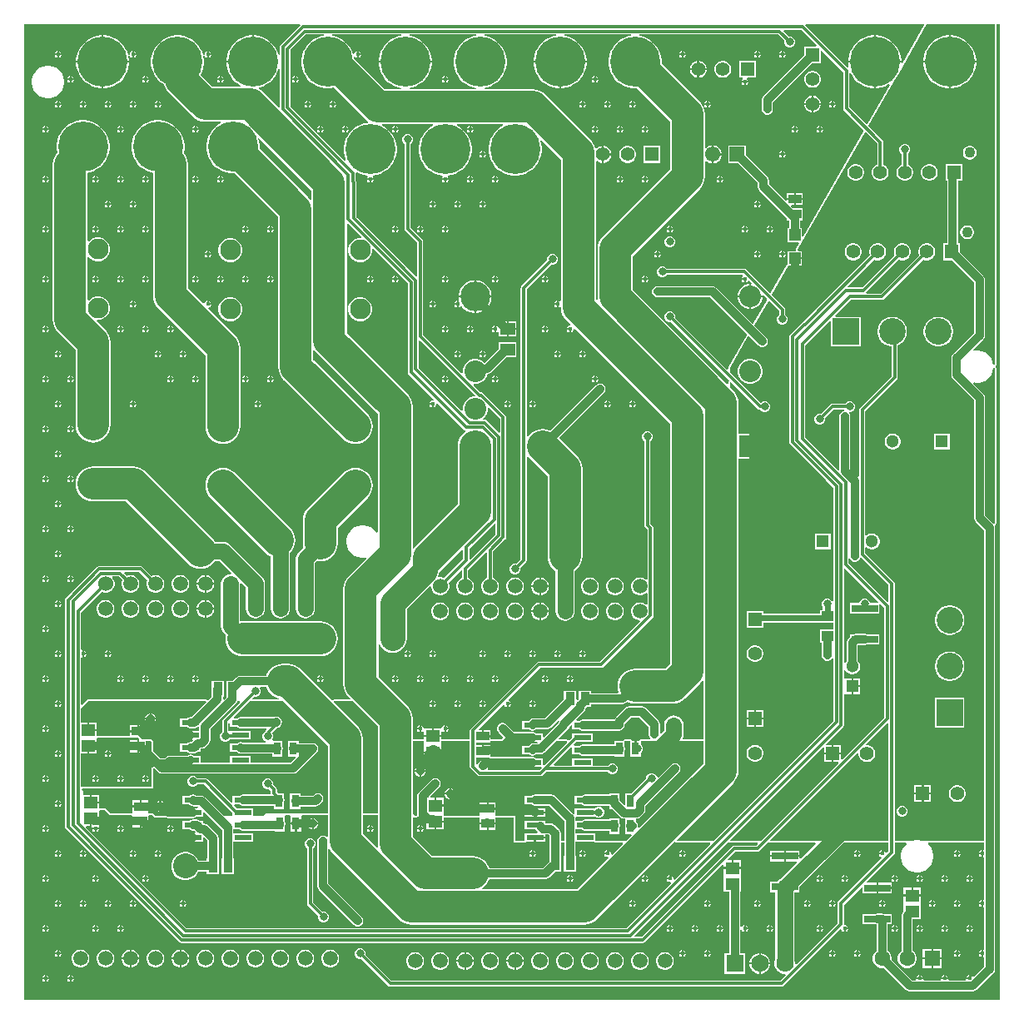
<source format=gtl>
G04*
G04 #@! TF.GenerationSoftware,Altium Limited,Altium Designer,22.10.1 (41)*
G04*
G04 Layer_Physical_Order=1*
G04 Layer_Color=255*
%FSLAX44Y44*%
%MOMM*%
G71*
G04*
G04 #@! TF.SameCoordinates,96092411-4BE1-4E5F-83DD-11E1D8B77A3F*
G04*
G04*
G04 #@! TF.FilePolarity,Positive*
G04*
G01*
G75*
%ADD17R,1.5082X1.2065*%
%ADD18R,1.1500X1.1500*%
%ADD19R,1.3500X0.9500*%
%ADD20R,1.4562X1.2546*%
%ADD21R,1.3500X0.9500*%
%ADD22R,1.8161X0.5588*%
%ADD23R,0.7587X1.3082*%
%ADD24R,0.9500X1.3500*%
%ADD25R,2.7042X0.7531*%
%ADD26R,1.2500X1.0000*%
%ADD30C,1.3000*%
%ADD31R,1.3000X1.3000*%
%ADD32R,1.4000X1.4000*%
%ADD33C,1.4000*%
%ADD34C,1.1000*%
%ADD35R,1.4000X1.4000*%
%ADD47C,2.1082*%
%ADD50C,1.5500*%
%ADD51R,1.5500X1.5500*%
%ADD60C,0.3048*%
%ADD61C,0.8128*%
%ADD62C,3.2512*%
%ADD63C,1.6256*%
%ADD64C,0.6096*%
%ADD65C,2.5400*%
%ADD66C,5.0800*%
%ADD67C,1.5000*%
%ADD68C,1.5240*%
%ADD69C,2.2050*%
%ADD70C,3.0300*%
%ADD71R,2.2050X2.2050*%
%ADD72C,2.7000*%
%ADD73R,2.7000X2.7000*%
%ADD74R,2.7000X2.7000*%
%ADD75R,1.6000X1.6000*%
%ADD76C,1.6000*%
%ADD77R,1.3000X1.3000*%
%ADD78R,1.7780X1.7780*%
%ADD79C,1.7780*%
%ADD80C,0.8128*%
%ADD81C,0.4064*%
%ADD82C,2.5400*%
%ADD83C,1.2700*%
G36*
X809568Y974497D02*
X809082Y973324D01*
X796826D01*
Y964333D01*
X755431Y922939D01*
X754196Y921090D01*
X753763Y918910D01*
Y909320D01*
X753872Y908770D01*
Y908208D01*
X754087Y907690D01*
X754196Y907140D01*
X754508Y906673D01*
X754723Y906155D01*
X755119Y905758D01*
X755431Y905291D01*
X755898Y904979D01*
X756295Y904583D01*
X756813Y904368D01*
X757280Y904056D01*
X757830Y903947D01*
X758348Y903732D01*
X758910D01*
X759460Y903623D01*
X760010Y903732D01*
X760572D01*
X761090Y903947D01*
X761640Y904056D01*
X762107Y904368D01*
X762625Y904583D01*
X763022Y904979D01*
X763489Y905291D01*
X763801Y905758D01*
X764197Y906155D01*
X764412Y906673D01*
X764724Y907140D01*
X764833Y907690D01*
X765048Y908208D01*
Y908770D01*
X765157Y909320D01*
Y916550D01*
X804883Y956276D01*
X813874D01*
Y968532D01*
X815047Y969018D01*
X836872Y947194D01*
Y910080D01*
X837108Y908891D01*
X837782Y907883D01*
X857289Y888376D01*
X857401Y887916D01*
X857157Y886773D01*
X857127Y886662D01*
X857036Y886591D01*
X795901Y779916D01*
X794674Y780243D01*
Y788644D01*
X793098D01*
Y796366D01*
X795674D01*
Y808914D01*
X785281D01*
X783502Y810693D01*
X783988Y811866D01*
X786384D01*
Y817124D01*
X779126D01*
Y816728D01*
X777953Y816242D01*
X761098Y833097D01*
Y836809D01*
X760664Y838989D01*
X759429Y840838D01*
X738054Y862213D01*
Y872704D01*
X719506D01*
Y854156D01*
X729996D01*
X749703Y834449D01*
Y830737D01*
X750137Y828556D01*
X751372Y826708D01*
X779126Y798954D01*
Y796366D01*
X781702D01*
Y788644D01*
X780126D01*
Y774096D01*
X791299D01*
X791936Y772997D01*
X788535Y767063D01*
X788507Y766843D01*
X788372Y766667D01*
X788406Y766414D01*
X788158Y765672D01*
X787340Y765144D01*
X780126D01*
Y751884D01*
X779833Y751762D01*
X779747Y751554D01*
X779568Y751416D01*
X763280Y722994D01*
X762021Y722826D01*
X738429Y746417D01*
X737421Y747091D01*
X736232Y747328D01*
X657541D01*
X657517Y747385D01*
X655945Y748957D01*
X653892Y749808D01*
X651668D01*
X649615Y748957D01*
X648043Y747385D01*
X647192Y745331D01*
Y743109D01*
X648043Y741055D01*
X649615Y739483D01*
X651668Y738632D01*
X653892D01*
X655945Y739483D01*
X657517Y741055D01*
X657541Y741112D01*
X733935D01*
X734183Y740806D01*
X734586Y739615D01*
X733585Y738614D01*
X733172Y737616D01*
X736600D01*
Y736600D01*
X737616D01*
Y733172D01*
X738614Y733585D01*
X739615Y734586D01*
X739632Y734629D01*
X741131Y734927D01*
X743394Y732663D01*
X742842Y731419D01*
X742696D01*
Y719886D01*
X754229D01*
Y720032D01*
X755473Y720584D01*
X759068Y716989D01*
X759181Y716528D01*
X758936Y715386D01*
X758907Y715275D01*
X758815Y715204D01*
X745316Y691648D01*
X744057Y691480D01*
X707609Y727929D01*
X705760Y729164D01*
X703580Y729597D01*
X647700D01*
X647150Y729488D01*
X646589D01*
X646070Y729273D01*
X645520Y729164D01*
X645053Y728852D01*
X644535Y728637D01*
X644138Y728241D01*
X643671Y727929D01*
X643360Y727462D01*
X642963Y727065D01*
X642748Y726547D01*
X642436Y726080D01*
X642327Y725530D01*
X642112Y725012D01*
Y724450D01*
X642002Y723900D01*
X642112Y723350D01*
Y722788D01*
X642327Y722270D01*
X642436Y721720D01*
X642748Y721253D01*
X642963Y720735D01*
X643360Y720338D01*
X643671Y719871D01*
X644138Y719559D01*
X644535Y719163D01*
X645053Y718948D01*
X645520Y718636D01*
X646070Y718527D01*
X646589Y718312D01*
X647150D01*
X647700Y718203D01*
X701220D01*
X738436Y680987D01*
X738548Y680526D01*
X738304Y679384D01*
X738274Y679272D01*
X738183Y679202D01*
X719929Y647350D01*
X719874Y646925D01*
X719710Y646529D01*
Y645244D01*
X718537Y644758D01*
X665964Y697331D01*
X665988Y697389D01*
Y699612D01*
X665137Y701665D01*
X663565Y703237D01*
X661512Y704088D01*
X659288D01*
X657235Y703237D01*
X655663Y701665D01*
X654812Y699612D01*
Y697389D01*
X655663Y695335D01*
X657235Y693763D01*
X659288Y692912D01*
X661512D01*
X661569Y692936D01*
X720554Y633951D01*
X720194Y632652D01*
X720068Y632349D01*
X719836Y632117D01*
Y631789D01*
X719710Y631486D01*
Y630429D01*
X718537Y629943D01*
X622323Y726158D01*
Y759617D01*
X690883Y828177D01*
X690883Y828177D01*
X693105Y830884D01*
X694756Y833973D01*
X695773Y837325D01*
X696116Y840810D01*
Y856182D01*
X697386Y856708D01*
X698086Y856009D01*
X700201Y854788D01*
X702559Y854156D01*
X702764D01*
Y863430D01*
Y872704D01*
X702559D01*
X700201Y872072D01*
X698086Y870851D01*
X697386Y870151D01*
X696116Y870677D01*
Y904170D01*
X696116Y904170D01*
X695773Y907655D01*
X694756Y911007D01*
X693105Y914096D01*
X690883Y916803D01*
X690883Y916803D01*
X651764Y955922D01*
Y959699D01*
X651101Y963885D01*
X649791Y967915D01*
X647868Y971691D01*
X645377Y975120D01*
X642380Y978117D01*
X638951Y980608D01*
X635175Y982532D01*
X631145Y983841D01*
X628940Y984190D01*
X629040Y985460D01*
X770365D01*
X776756Y979069D01*
X776732Y979012D01*
Y976788D01*
X777583Y974735D01*
X779155Y973163D01*
X781208Y972312D01*
X783431D01*
X785485Y973163D01*
X787057Y974735D01*
X787908Y976788D01*
Y979012D01*
X787057Y981065D01*
X785485Y982637D01*
X783431Y983488D01*
X781208D01*
X781151Y983464D01*
X775756Y988859D01*
X776242Y990032D01*
X794033D01*
X809568Y974497D01*
D02*
G37*
G36*
X996115Y3884D02*
X3884D01*
Y996115D01*
X283804D01*
X284331Y994846D01*
X264503Y975017D01*
X263829Y974009D01*
X263592Y972820D01*
Y964575D01*
X262322Y964373D01*
X261171Y967915D01*
X259247Y971691D01*
X256756Y975120D01*
X253760Y978117D01*
X250331Y980608D01*
X246555Y982532D01*
X242525Y983841D01*
X238339Y984504D01*
X237236D01*
Y957580D01*
X236220D01*
Y956564D01*
X209296D01*
Y955461D01*
X209959Y951275D01*
X211269Y947245D01*
X213193Y943469D01*
X215683Y940040D01*
X218680Y937044D01*
X222109Y934553D01*
X224104Y933536D01*
X223799Y932266D01*
X195224D01*
X183120Y944369D01*
X184585Y947245D01*
X185895Y951275D01*
X186558Y955461D01*
Y959699D01*
X185983Y963328D01*
X185941Y963596D01*
X187172Y963943D01*
X187308Y963613D01*
X187485Y963186D01*
X188486Y962185D01*
X189484Y961772D01*
Y965200D01*
Y968628D01*
X188486Y968215D01*
X187485Y967214D01*
X186944Y965907D01*
Y965151D01*
X186944Y964766D01*
X185674Y964565D01*
X185593Y964815D01*
X184585Y967915D01*
X182661Y971691D01*
X180170Y975120D01*
X177174Y978117D01*
X173745Y980608D01*
X169969Y982532D01*
X165939Y983841D01*
X161753Y984504D01*
X157515D01*
X153329Y983841D01*
X149299Y982532D01*
X145523Y980608D01*
X142094Y978117D01*
X139098Y975120D01*
X136607Y971691D01*
X134683Y967915D01*
X133373Y963885D01*
X132710Y959699D01*
Y955461D01*
X133373Y951275D01*
X134683Y947245D01*
X136607Y943469D01*
X139098Y940040D01*
X142094Y937044D01*
X145523Y934553D01*
X146004Y934307D01*
X146627Y932253D01*
X148278Y929164D01*
X150500Y926457D01*
X175190Y901767D01*
X177897Y899545D01*
X180986Y897894D01*
X184338Y896877D01*
X187823Y896534D01*
X203479D01*
X203784Y895264D01*
X201789Y894248D01*
X198360Y891757D01*
X195364Y888760D01*
X192873Y885331D01*
X190949Y881555D01*
X189639Y877525D01*
X188976Y873339D01*
Y869101D01*
X189639Y864915D01*
X190949Y860885D01*
X192873Y857109D01*
X195364Y853680D01*
X198360Y850684D01*
X201789Y848193D01*
X205565Y846268D01*
X209595Y844959D01*
X213781Y844296D01*
X217558D01*
X262014Y799840D01*
Y647220D01*
X262357Y643735D01*
X263374Y640383D01*
X265025Y637295D01*
X267246Y634587D01*
X327727Y574107D01*
X330434Y571885D01*
X333523Y570234D01*
X336875Y569217D01*
X340360Y568874D01*
X343845Y569217D01*
X347197Y570234D01*
X350286Y571885D01*
X352993Y574107D01*
X355215Y576814D01*
X356866Y579903D01*
X357883Y583255D01*
X358226Y586740D01*
X357883Y590225D01*
X356866Y593577D01*
X355215Y596666D01*
X352993Y599373D01*
X297746Y654621D01*
Y664065D01*
X298978Y664374D01*
X299061Y664219D01*
X301282Y661511D01*
X363134Y599660D01*
Y479249D01*
X361864Y478864D01*
X360815Y480433D01*
X358513Y482735D01*
X355807Y484543D01*
X352800Y485789D01*
X349608Y486424D01*
X346353D01*
X343160Y485789D01*
X340153Y484543D01*
X337447Y482735D01*
X335145Y480433D01*
X333337Y477727D01*
X332091Y474720D01*
X331456Y471527D01*
Y468273D01*
X332091Y465080D01*
X333337Y462073D01*
X335145Y459367D01*
X337447Y457065D01*
X340153Y455257D01*
X343160Y454011D01*
X346353Y453376D01*
X349608D01*
X351035Y453660D01*
X351661Y452490D01*
X333445Y434273D01*
X331223Y431566D01*
X329572Y428477D01*
X328555Y425126D01*
X328212Y421640D01*
Y324482D01*
X328555Y320997D01*
X329572Y317645D01*
X331223Y314556D01*
X333445Y311849D01*
X335131Y310163D01*
X334645Y308990D01*
X318945D01*
X318642Y308864D01*
X318314D01*
X318082Y308632D01*
X317779Y308506D01*
X316926Y308270D01*
X316299Y308327D01*
X284333Y340293D01*
X281625Y342515D01*
X278536Y344166D01*
X275185Y345183D01*
X271699Y345526D01*
X266700D01*
X263214Y345183D01*
X259863Y344166D01*
X256774Y342515D01*
X254067Y340293D01*
X251845Y337586D01*
X250194Y334497D01*
X249848Y333358D01*
X223280D01*
X221100Y332924D01*
X219251Y331689D01*
X215897Y328334D01*
X215796Y328314D01*
X209386D01*
Y319904D01*
X209277Y319354D01*
Y311314D01*
X206722Y308759D01*
X206537Y308858D01*
X205672Y309505D01*
Y311766D01*
X206934D01*
Y328314D01*
X194386D01*
Y319904D01*
X194277Y319354D01*
Y311681D01*
X190742Y308146D01*
X189443Y308506D01*
X189139Y308632D01*
X188907Y308864D01*
X188579D01*
X188276Y308990D01*
X68580D01*
X67414Y308506D01*
X62532Y303625D01*
X61359Y304111D01*
Y351263D01*
X62484Y352015D01*
Y355600D01*
Y359185D01*
X61359Y359937D01*
Y397324D01*
X82452Y418418D01*
X82830Y418199D01*
X85156Y417576D01*
X87564D01*
X89889Y418199D01*
X91974Y419403D01*
X93677Y421105D01*
X94881Y423190D01*
X95504Y425516D01*
Y427924D01*
X94881Y430249D01*
X93677Y432335D01*
X93001Y433010D01*
X93527Y434280D01*
X99805D01*
X103545Y430540D01*
X103351Y430203D01*
X102736Y427908D01*
Y425532D01*
X103351Y423237D01*
X104539Y421179D01*
X106219Y419499D01*
X108277Y418311D01*
X110572Y417696D01*
X112948D01*
X115243Y418311D01*
X117301Y419499D01*
X118981Y421179D01*
X120169Y423237D01*
X120784Y425532D01*
Y427908D01*
X120169Y430203D01*
X118981Y432261D01*
X117301Y433941D01*
X115243Y435129D01*
X112948Y435744D01*
X110572D01*
X108277Y435129D01*
X107940Y434935D01*
X105196Y437679D01*
X105682Y438852D01*
X120633D01*
X128945Y430540D01*
X128751Y430203D01*
X128136Y427908D01*
Y425532D01*
X128751Y423237D01*
X129939Y421179D01*
X131619Y419499D01*
X133677Y418311D01*
X135972Y417696D01*
X138348D01*
X140643Y418311D01*
X142701Y419499D01*
X144381Y421179D01*
X145569Y423237D01*
X146184Y425532D01*
Y427908D01*
X145569Y430203D01*
X144381Y432261D01*
X142701Y433941D01*
X140643Y435129D01*
X138348Y435744D01*
X135972D01*
X133677Y435129D01*
X133340Y434935D01*
X124117Y444157D01*
X123109Y444831D01*
X121920Y445068D01*
X80047D01*
X78858Y444831D01*
X77850Y444157D01*
X46062Y412370D01*
X45389Y411362D01*
X45152Y410173D01*
Y180024D01*
X45389Y178834D01*
X46062Y177826D01*
X161570Y62319D01*
X162579Y61645D01*
X163768Y61408D01*
X632753D01*
X633942Y61645D01*
X634951Y62319D01*
X713922Y141290D01*
X715095Y140803D01*
Y138814D01*
X722884D01*
Y145595D01*
X719887D01*
X719401Y146769D01*
X727004Y154372D01*
X749300D01*
X750489Y154609D01*
X751497Y155282D01*
X760509Y164294D01*
X761808Y163934D01*
X762111Y163808D01*
X762343Y163576D01*
X762671D01*
X762974Y163450D01*
X807934D01*
X808420Y162277D01*
X793458Y147315D01*
X792285Y147801D01*
Y148844D01*
X778256D01*
Y144570D01*
X789054D01*
X789540Y143397D01*
X773331Y127188D01*
X772372Y126791D01*
X770356Y125244D01*
X769133Y123650D01*
X762195D01*
Y113070D01*
X767505D01*
Y44544D01*
X766826Y42011D01*
Y39269D01*
X767536Y36620D01*
X768907Y34246D01*
X770846Y32307D01*
X773220Y30936D01*
X775869Y30226D01*
X777518D01*
X778044Y28956D01*
X772516Y23428D01*
X377207D01*
X351004Y49631D01*
X351028Y49689D01*
Y51912D01*
X350177Y53965D01*
X348605Y55537D01*
X346552Y56388D01*
X344328D01*
X342275Y55537D01*
X340703Y53965D01*
X339852Y51912D01*
Y49689D01*
X340703Y47635D01*
X342275Y46063D01*
X344328Y45212D01*
X346552D01*
X346609Y45236D01*
X373722Y18123D01*
X374731Y17449D01*
X375920Y17212D01*
X773803D01*
X774992Y17449D01*
X776000Y18123D01*
X833471Y75593D01*
X834797Y75123D01*
X835185Y74186D01*
X836186Y73185D01*
X837184Y72772D01*
Y76200D01*
X838200D01*
Y77216D01*
X841628D01*
X841215Y78214D01*
X840214Y79215D01*
X838907Y79756D01*
X838306D01*
X837292Y80501D01*
X837176Y80929D01*
Y100508D01*
X855002Y118334D01*
X856175Y117848D01*
Y112060D01*
X870204D01*
Y117350D01*
Y122640D01*
X860967D01*
X860481Y123813D01*
X888149Y151481D01*
X888823Y152490D01*
X889060Y153679D01*
Y163450D01*
X900286D01*
X900812Y162180D01*
X899025Y160393D01*
X897217Y157687D01*
X895971Y154680D01*
X895336Y151488D01*
Y148232D01*
X895971Y145040D01*
X897217Y142033D01*
X899025Y139327D01*
X901327Y137025D01*
X904033Y135217D01*
X907040Y133971D01*
X910232Y133336D01*
X913487D01*
X916680Y133971D01*
X919687Y135217D01*
X922393Y137025D01*
X924695Y139327D01*
X926503Y142033D01*
X927749Y145040D01*
X928384Y148232D01*
Y151488D01*
X927749Y154680D01*
X926503Y157687D01*
X924695Y160393D01*
X922908Y162180D01*
X923434Y163450D01*
X979822D01*
Y156596D01*
X978916Y155990D01*
Y152400D01*
Y148810D01*
X979822Y148204D01*
Y105796D01*
X978916Y105190D01*
Y101600D01*
Y98010D01*
X979822Y97404D01*
Y54996D01*
X978916Y54390D01*
Y50800D01*
Y47210D01*
X979822Y46604D01*
Y37304D01*
X969526Y27007D01*
X968281Y27255D01*
X968215Y27414D01*
X967214Y28415D01*
X966216Y28828D01*
Y25400D01*
X965200D01*
Y24384D01*
X961610D01*
X961004Y23477D01*
X943996D01*
X943390Y24384D01*
X936210D01*
X935604Y23477D01*
X918596D01*
X917990Y24384D01*
X910810D01*
X910204Y23477D01*
X906600D01*
X885779Y44298D01*
X885824Y44466D01*
Y46974D01*
X885175Y49396D01*
X883921Y51568D01*
X882148Y53341D01*
X881998Y53428D01*
Y80560D01*
X886265D01*
Y91139D01*
X878052D01*
X876002Y91547D01*
X871220D01*
X869169Y91139D01*
X856175D01*
Y80560D01*
X869169D01*
X870602Y80275D01*
Y53428D01*
X870452Y53341D01*
X868679Y51568D01*
X867425Y49396D01*
X866776Y46974D01*
Y44466D01*
X867425Y42044D01*
X868679Y39872D01*
X870452Y38099D01*
X872624Y36845D01*
X875046Y36196D01*
X877554D01*
X877722Y36241D01*
X900211Y13751D01*
X902060Y12516D01*
X904240Y12083D01*
X968356D01*
X970537Y12516D01*
X972385Y13751D01*
X989549Y30915D01*
X990784Y32763D01*
X991217Y34944D01*
Y483510D01*
X990784Y485690D01*
X991560Y486814D01*
X991766Y486900D01*
X991844Y487089D01*
X992009Y487209D01*
X992078Y487652D01*
X992250Y488066D01*
Y646039D01*
X992016Y646603D01*
X991797Y647173D01*
Y648227D01*
X992241Y649339D01*
X992250Y649361D01*
Y996115D01*
X996115D01*
Y3884D01*
D02*
G37*
G36*
X620740Y984190D02*
X618535Y983841D01*
X614505Y982532D01*
X610729Y980608D01*
X607300Y978117D01*
X604304Y975120D01*
X601813Y971691D01*
X599888Y967915D01*
X598579Y963885D01*
X597916Y959699D01*
Y955461D01*
X598579Y951275D01*
X599888Y947245D01*
X601813Y943469D01*
X604304Y940040D01*
X607300Y937044D01*
X610729Y934553D01*
X614505Y932628D01*
X618535Y931319D01*
X622721Y930656D01*
X626498D01*
X660384Y896769D01*
Y848211D01*
X591824Y779650D01*
X589602Y776943D01*
X587951Y773854D01*
X586934Y770503D01*
X586591Y767017D01*
Y718757D01*
X586856Y716071D01*
X585651Y715348D01*
X585306Y715577D01*
Y856493D01*
X586576Y857019D01*
X586986Y856609D01*
X588930Y855487D01*
X591098Y854906D01*
X591204D01*
Y863430D01*
X592220D01*
D01*
X591204D01*
Y871954D01*
X591098D01*
X588930Y871373D01*
X586986Y870251D01*
X586094Y869358D01*
X584657Y869718D01*
X583946Y872063D01*
X582295Y875152D01*
X580073Y877859D01*
X533439Y924493D01*
X530732Y926715D01*
X527643Y928366D01*
X524291Y929383D01*
X520806Y929726D01*
X471726D01*
X471626Y930996D01*
X473665Y931319D01*
X477695Y932628D01*
X481471Y934553D01*
X484900Y937044D01*
X487896Y940040D01*
X490387Y943469D01*
X492312Y947245D01*
X493621Y951275D01*
X494284Y955461D01*
Y959699D01*
X493621Y963885D01*
X492312Y967915D01*
X490387Y971691D01*
X487896Y975120D01*
X484900Y978117D01*
X481471Y980608D01*
X477695Y982532D01*
X473665Y983841D01*
X471460Y984190D01*
X471560Y985460D01*
X544440D01*
X544540Y984190D01*
X542335Y983841D01*
X538305Y982532D01*
X534529Y980608D01*
X531100Y978117D01*
X528103Y975120D01*
X525612Y971691D01*
X523689Y967915D01*
X522379Y963885D01*
X521716Y959699D01*
Y958596D01*
X548640D01*
X575564D01*
Y959699D01*
X574901Y963885D01*
X573591Y967915D01*
X571668Y971691D01*
X569176Y975120D01*
X566180Y978117D01*
X562751Y980608D01*
X558975Y982532D01*
X554945Y983841D01*
X552740Y984190D01*
X552840Y985460D01*
X620640D01*
X620740Y984190D01*
D02*
G37*
G36*
X463260D02*
X461055Y983841D01*
X457025Y982532D01*
X453249Y980608D01*
X449820Y978117D01*
X446824Y975120D01*
X444333Y971691D01*
X442408Y967915D01*
X441099Y963885D01*
X440436Y959699D01*
Y955461D01*
X441099Y951275D01*
X442408Y947245D01*
X444333Y943469D01*
X446824Y940040D01*
X449820Y937044D01*
X453249Y934553D01*
X457025Y932628D01*
X461055Y931319D01*
X463094Y930996D01*
X462994Y929726D01*
X395526D01*
X395426Y930996D01*
X397465Y931319D01*
X401495Y932628D01*
X405271Y934553D01*
X408700Y937044D01*
X411697Y940040D01*
X414188Y943469D01*
X416111Y947245D01*
X417421Y951275D01*
X418084Y955461D01*
Y956564D01*
X391160D01*
X364236D01*
Y955461D01*
X364899Y951275D01*
X366208Y947245D01*
X368133Y943469D01*
X370624Y940040D01*
X373620Y937044D01*
X377049Y934553D01*
X380825Y932628D01*
X384855Y931319D01*
X386894Y930996D01*
X386794Y929726D01*
X370489D01*
X339123Y961092D01*
X338901Y962496D01*
X340114Y962957D01*
X340886Y962185D01*
X341884Y961772D01*
Y965200D01*
Y968628D01*
X340886Y968215D01*
X339885Y967214D01*
X339352Y965928D01*
X339282Y965900D01*
X338074Y965753D01*
X337371Y967915D01*
X335448Y971691D01*
X332957Y975120D01*
X329960Y978117D01*
X326531Y980608D01*
X322755Y982532D01*
X318725Y983841D01*
X316520Y984190D01*
X316620Y985460D01*
X386960D01*
X387060Y984190D01*
X384855Y983841D01*
X380825Y982532D01*
X377049Y980608D01*
X373620Y978117D01*
X370624Y975120D01*
X368133Y971691D01*
X366208Y967915D01*
X364899Y963885D01*
X364236Y959699D01*
Y958596D01*
X391160D01*
X418084D01*
Y959699D01*
X417421Y963885D01*
X416111Y967915D01*
X414188Y971691D01*
X411697Y975120D01*
X408700Y978117D01*
X405271Y980608D01*
X401495Y982532D01*
X397465Y983841D01*
X395260Y984190D01*
X395360Y985460D01*
X463160D01*
X463260Y984190D01*
D02*
G37*
G36*
X919173Y995017D02*
X896874Y956106D01*
X895604Y956444D01*
Y956564D01*
X869696D01*
Y930656D01*
X870799D01*
X874985Y931319D01*
X879015Y932628D01*
X882791Y934553D01*
X883304Y934925D01*
X884249Y934077D01*
X861500Y894381D01*
X860241Y894214D01*
X843087Y911368D01*
Y945706D01*
X844357Y946011D01*
X845652Y943469D01*
X848143Y940040D01*
X851140Y937044D01*
X854569Y934553D01*
X858345Y932628D01*
X862375Y931319D01*
X866561Y930656D01*
X867664D01*
Y956564D01*
X841756D01*
Y955461D01*
X842239Y952413D01*
X841049Y951806D01*
X798010Y994846D01*
X798536Y996115D01*
X918536D01*
X919173Y995017D01*
D02*
G37*
G36*
X263592Y950585D02*
Y911519D01*
X262419Y911033D01*
X246419Y927033D01*
X243712Y929255D01*
X242317Y930000D01*
X242520Y931289D01*
X242537Y931323D01*
X246555Y932628D01*
X250331Y934553D01*
X253760Y937044D01*
X256756Y940040D01*
X259247Y943469D01*
X261171Y947245D01*
X262322Y950787D01*
X263592Y950585D01*
D02*
G37*
G36*
X308320Y984190D02*
X306115Y983841D01*
X302085Y982532D01*
X298309Y980608D01*
X294880Y978117D01*
X291884Y975120D01*
X289393Y971691D01*
X287468Y967915D01*
X286159Y963885D01*
X285496Y959699D01*
Y955461D01*
X286159Y951275D01*
X287468Y947245D01*
X289393Y943469D01*
X291884Y940040D01*
X294880Y937044D01*
X298309Y934553D01*
X302085Y932628D01*
X306115Y931319D01*
X310301Y930656D01*
X314539D01*
X318413Y931270D01*
X350455Y899227D01*
X350456Y899227D01*
X353163Y897005D01*
X353563Y896791D01*
X353179Y895556D01*
X349295Y894941D01*
X345265Y893632D01*
X341489Y891708D01*
X338060Y889217D01*
X335064Y886220D01*
X332573Y882791D01*
X330648Y879015D01*
X329339Y874985D01*
X328676Y870799D01*
Y866561D01*
X329339Y862375D01*
X330648Y858345D01*
X330977Y857700D01*
X329937Y856944D01*
X274380Y912501D01*
Y969639D01*
X290201Y985460D01*
X308220D01*
X308320Y984190D01*
D02*
G37*
G36*
X490804Y892724D02*
X488809Y891708D01*
X485380Y889217D01*
X482383Y886220D01*
X479893Y882791D01*
X477968Y879015D01*
X476659Y874985D01*
X475996Y870799D01*
Y866561D01*
X476659Y862375D01*
X477968Y858345D01*
X479893Y854569D01*
X482383Y851140D01*
X485380Y848143D01*
X488809Y845652D01*
X492585Y843728D01*
X496615Y842419D01*
X500801Y841756D01*
X505039D01*
X509225Y842419D01*
X513255Y843728D01*
X517031Y845652D01*
X520460Y848143D01*
X523456Y851140D01*
X525947Y854569D01*
X527872Y858345D01*
X529181Y862375D01*
X529844Y866561D01*
Y870799D01*
X529181Y874985D01*
X528489Y877114D01*
X529603Y877796D01*
X549574Y857825D01*
Y714551D01*
X548304Y714025D01*
X548114Y714215D01*
X547116Y714628D01*
Y711200D01*
Y707772D01*
X548114Y708185D01*
X548304Y708375D01*
X549574Y707849D01*
Y707640D01*
X549917Y704154D01*
X550934Y700803D01*
X552585Y697714D01*
X554807Y695007D01*
X559188Y690626D01*
X558661Y689356D01*
X558093D01*
X556786Y688815D01*
X555785Y687814D01*
X555372Y686816D01*
X558800D01*
Y685800D01*
X559816D01*
Y682372D01*
X560814Y682785D01*
X561815Y683786D01*
X562356Y685093D01*
Y685661D01*
X563626Y686188D01*
X660314Y589500D01*
Y345220D01*
X655540Y340446D01*
X624840D01*
X621354Y340103D01*
X618003Y339086D01*
X614914Y337435D01*
X612207Y335213D01*
X609985Y332506D01*
X608334Y329417D01*
X607317Y326065D01*
X606974Y322580D01*
X607317Y319095D01*
X607999Y316847D01*
X607057Y315578D01*
X580194D01*
Y318154D01*
X567646D01*
Y309663D01*
X566464Y308481D01*
X565194Y309007D01*
Y318154D01*
X552646D01*
Y309663D01*
X533160Y290177D01*
X521907D01*
X519726Y289744D01*
X517878Y288509D01*
X516897Y287528D01*
X510032D01*
Y278892D01*
X517041D01*
X518456Y277946D01*
X520636Y277512D01*
X522817Y277946D01*
X524068Y278783D01*
X535520D01*
X537700Y279216D01*
X539549Y280451D01*
X546864Y287766D01*
X547850Y286957D01*
X547369Y286237D01*
X547192Y285346D01*
X532414Y270568D01*
X531241Y271054D01*
Y274828D01*
X524232D01*
X522817Y275774D01*
X520636Y276208D01*
X501724D01*
X494249Y283683D01*
X493782Y283995D01*
X493385Y284391D01*
X492867Y284606D01*
X492400Y284918D01*
X491850Y285027D01*
X491331Y285242D01*
X490770D01*
X490220Y285352D01*
X489670Y285242D01*
X489109D01*
X488590Y285027D01*
X488040Y284918D01*
X487573Y284606D01*
X487055Y284391D01*
X486658Y283995D01*
X486191Y283683D01*
X485880Y283216D01*
X485483Y282819D01*
X485268Y282301D01*
X484956Y281834D01*
X484847Y281284D01*
X484632Y280765D01*
Y280204D01*
X484523Y279654D01*
X484632Y279104D01*
Y278542D01*
X484847Y278024D01*
X484956Y277474D01*
X485268Y277007D01*
X485483Y276489D01*
X485880Y276092D01*
X486191Y275625D01*
X491307Y270510D01*
X489146Y268350D01*
X478174D01*
Y270644D01*
X469900D01*
Y271660D01*
X468884D01*
Y277934D01*
X466418D01*
X465932Y279107D01*
X490571Y303746D01*
X492028Y303407D01*
X492285Y302786D01*
X493286Y301785D01*
X494284Y301372D01*
Y304800D01*
X495300D01*
Y305816D01*
X498728D01*
X498315Y306814D01*
X497314Y307815D01*
X496693Y308072D01*
X496354Y309529D01*
X528242Y341418D01*
X590583D01*
X591772Y341654D01*
X592780Y342328D01*
X642665Y392213D01*
X643339Y393222D01*
X643576Y394411D01*
Y483344D01*
X643339Y484533D01*
X642665Y485542D01*
X640648Y487559D01*
Y571819D01*
X640705Y571843D01*
X642277Y573415D01*
X643128Y575468D01*
Y577691D01*
X642277Y579745D01*
X640705Y581317D01*
X638652Y582168D01*
X636428D01*
X634375Y581317D01*
X632803Y579745D01*
X631952Y577691D01*
Y575468D01*
X632803Y573415D01*
X634375Y571843D01*
X634432Y571819D01*
Y486272D01*
X634669Y485083D01*
X635342Y484075D01*
X637360Y482057D01*
Y431298D01*
X636090Y430772D01*
X635461Y431401D01*
X633403Y432589D01*
X631108Y433204D01*
X628732D01*
X626437Y432589D01*
X624379Y431401D01*
X622699Y429721D01*
X621511Y427663D01*
X620896Y425368D01*
Y422992D01*
X621511Y420697D01*
X622699Y418639D01*
X624379Y416959D01*
X626437Y415771D01*
X628732Y415156D01*
X631108D01*
X633403Y415771D01*
X635461Y416959D01*
X636090Y417588D01*
X637360Y417062D01*
Y405898D01*
X636090Y405372D01*
X635461Y406001D01*
X633403Y407189D01*
X631108Y407804D01*
X628732D01*
X626437Y407189D01*
X624379Y406001D01*
X622699Y404321D01*
X621511Y402263D01*
X620896Y399968D01*
Y397592D01*
X621511Y395297D01*
X622699Y393239D01*
X624379Y391559D01*
X626437Y390371D01*
X628732Y389756D01*
X629622D01*
X630148Y388486D01*
X589295Y347633D01*
X526955D01*
X525765Y347397D01*
X524757Y346723D01*
X457905Y279870D01*
X457231Y278862D01*
X456994Y277673D01*
Y268350D01*
X427905D01*
Y270764D01*
X419100D01*
X410295D01*
Y268350D01*
X398866D01*
Y289560D01*
X398523Y293046D01*
X397506Y296397D01*
X395855Y299486D01*
X393633Y302193D01*
X393633Y302193D01*
X363944Y331883D01*
Y365397D01*
X365214Y365650D01*
X366035Y363667D01*
X368315Y360695D01*
X371287Y358415D01*
X374747Y356982D01*
X378460Y356493D01*
X382173Y356982D01*
X385633Y358415D01*
X388605Y360695D01*
X390885Y363667D01*
X392318Y367127D01*
X392807Y370840D01*
Y400869D01*
X416306Y424369D01*
X417576Y423843D01*
Y422976D01*
X418199Y420650D01*
X419403Y418565D01*
X421105Y416863D01*
X423190Y415659D01*
X425516Y415036D01*
X427924D01*
X430249Y415659D01*
X432335Y416863D01*
X434037Y418565D01*
X435241Y420650D01*
X435864Y422976D01*
Y425384D01*
X435241Y427710D01*
X435023Y428088D01*
X447742Y440807D01*
X449012Y440281D01*
Y432690D01*
X448637Y432589D01*
X446579Y431401D01*
X444899Y429721D01*
X443711Y427663D01*
X443096Y425368D01*
Y422992D01*
X443711Y420697D01*
X444899Y418639D01*
X446579Y416959D01*
X448637Y415771D01*
X450932Y415156D01*
X453308D01*
X455603Y415771D01*
X457661Y416959D01*
X459341Y418639D01*
X460529Y420697D01*
X461144Y422992D01*
Y425368D01*
X460529Y427663D01*
X459341Y429721D01*
X457661Y431401D01*
X455603Y432589D01*
X455228Y432690D01*
Y440647D01*
X473239Y458658D01*
X474412Y458172D01*
Y432690D01*
X474037Y432589D01*
X471979Y431401D01*
X470299Y429721D01*
X469111Y427663D01*
X468496Y425368D01*
Y422992D01*
X469111Y420697D01*
X470299Y418639D01*
X471979Y416959D01*
X474037Y415771D01*
X476332Y415156D01*
X478708D01*
X481003Y415771D01*
X483061Y416959D01*
X484741Y418639D01*
X485929Y420697D01*
X486544Y422992D01*
Y425368D01*
X485929Y427663D01*
X484741Y429721D01*
X483061Y431401D01*
X481003Y432589D01*
X480628Y432690D01*
Y459581D01*
X492925Y471879D01*
X493599Y472887D01*
X493836Y474076D01*
Y596024D01*
X493599Y597213D01*
X492925Y598222D01*
X470307Y620840D01*
X469299Y621514D01*
X468109Y621750D01*
X467692D01*
X460566Y628876D01*
X461118Y630121D01*
X463932D01*
X467124Y630976D01*
X469985Y632628D01*
X472322Y634964D01*
X473974Y637826D01*
X474485Y639734D01*
X476174Y640070D01*
X478022Y641305D01*
X494292Y657575D01*
X504365D01*
Y672688D01*
X486235D01*
Y665632D01*
X471650Y651047D01*
X469985Y652711D01*
X467124Y654364D01*
X463932Y655219D01*
X460628D01*
X457436Y654364D01*
X454575Y652711D01*
X452238Y650375D01*
X450586Y647514D01*
X449731Y644322D01*
Y641508D01*
X448487Y640956D01*
X409448Y679994D01*
Y775155D01*
X409212Y776344D01*
X408538Y777353D01*
X396808Y789083D01*
Y874079D01*
X396865Y874103D01*
X398437Y875675D01*
X399288Y877729D01*
Y879951D01*
X398437Y882005D01*
X396865Y883577D01*
X394812Y884428D01*
X392589D01*
X390535Y883577D01*
X388963Y882005D01*
X388112Y879951D01*
Y877729D01*
X388963Y875675D01*
X390535Y874103D01*
X390592Y874079D01*
Y787796D01*
X390829Y786607D01*
X391502Y785598D01*
X403233Y773868D01*
Y740009D01*
X402060Y739523D01*
X341832Y799751D01*
Y834728D01*
X341595Y835918D01*
X340921Y836926D01*
X340899Y836948D01*
Y844536D01*
X341285Y844915D01*
X342062Y845361D01*
X345265Y843728D01*
X349295Y842419D01*
X352488Y841913D01*
X352929Y840558D01*
X352585Y840214D01*
X352172Y839216D01*
X359028D01*
X358615Y840214D01*
X358271Y840558D01*
X358712Y841913D01*
X361905Y842419D01*
X365935Y843728D01*
X369711Y845652D01*
X373140Y848143D01*
X376137Y851140D01*
X378628Y854569D01*
X380551Y858345D01*
X381861Y862375D01*
X382524Y866561D01*
Y870799D01*
X381861Y874985D01*
X380551Y879015D01*
X378628Y882791D01*
X376137Y886220D01*
X373140Y889217D01*
X369711Y891708D01*
X367716Y892724D01*
X368021Y893994D01*
X419379D01*
X419684Y892724D01*
X417689Y891708D01*
X414260Y889217D01*
X411264Y886220D01*
X408773Y882791D01*
X406848Y879015D01*
X405539Y874985D01*
X404876Y870799D01*
Y866561D01*
X405539Y862375D01*
X406848Y858345D01*
X408773Y854569D01*
X411264Y851140D01*
X414260Y848143D01*
X417689Y845652D01*
X421465Y843728D01*
X425495Y842419D01*
X428688Y841913D01*
X429129Y840558D01*
X428785Y840214D01*
X428372Y839216D01*
X435228D01*
X434815Y840214D01*
X434471Y840558D01*
X434912Y841913D01*
X438105Y842419D01*
X442135Y843728D01*
X445911Y845652D01*
X449340Y848143D01*
X452337Y851140D01*
X454827Y854569D01*
X456752Y858345D01*
X458061Y862375D01*
X458724Y866561D01*
Y870799D01*
X458061Y874985D01*
X456752Y879015D01*
X454827Y882791D01*
X452337Y886220D01*
X449340Y889217D01*
X445911Y891708D01*
X443916Y892724D01*
X444221Y893994D01*
X490499D01*
X490804Y892724D01*
D02*
G37*
G36*
X990600Y649361D02*
X989344Y649327D01*
X988709Y652520D01*
X987463Y655527D01*
X985655Y658233D01*
X983353Y660535D01*
X980647Y662343D01*
X977640Y663589D01*
X974447Y664224D01*
X971192D01*
X969806Y663948D01*
X969180Y665119D01*
X979389Y675327D01*
X980624Y677176D01*
X981058Y679356D01*
Y735630D01*
X980624Y737810D01*
X979389Y739659D01*
X955144Y763904D01*
Y772894D01*
X953652D01*
Y836737D01*
X957812D01*
Y853785D01*
X940764D01*
Y836737D01*
X942257D01*
Y772894D01*
X938096D01*
Y755846D01*
X947086D01*
X969662Y733270D01*
Y681716D01*
X948203Y660257D01*
X946968Y658408D01*
X946535Y656228D01*
Y639172D01*
X946968Y636992D01*
X948203Y635144D01*
X969662Y613684D01*
Y493670D01*
X970096Y491489D01*
X971331Y489641D01*
X979822Y481150D01*
Y165100D01*
X918247D01*
X916680Y165749D01*
X913487Y166384D01*
X910232D01*
X907040Y165749D01*
X905473Y165100D01*
X889060D01*
Y426865D01*
X888823Y428054D01*
X888149Y429062D01*
X859040Y458172D01*
Y463457D01*
X860310Y463983D01*
X860813Y463479D01*
X862643Y462423D01*
X864684Y461876D01*
X866796D01*
X868837Y462423D01*
X870667Y463479D01*
X872161Y464973D01*
X873217Y466803D01*
X873764Y468844D01*
Y470956D01*
X873217Y472997D01*
X872161Y474827D01*
X870667Y476321D01*
X868837Y477377D01*
X866796Y477924D01*
X864684D01*
X862643Y477377D01*
X860813Y476321D01*
X860310Y475817D01*
X859040Y476343D01*
Y602232D01*
X891198Y634390D01*
X891871Y635398D01*
X892108Y636587D01*
Y669337D01*
X893577Y669946D01*
X896037Y671590D01*
X898130Y673683D01*
X899774Y676143D01*
X900907Y678878D01*
X901484Y681780D01*
Y684740D01*
X900907Y687642D01*
X899774Y690377D01*
X898130Y692837D01*
X896037Y694930D01*
X893577Y696574D01*
X890842Y697707D01*
X887940Y698284D01*
X884980D01*
X882078Y697707D01*
X879343Y696574D01*
X876883Y694930D01*
X874790Y692837D01*
X873146Y690377D01*
X872013Y687642D01*
X871436Y684740D01*
Y681780D01*
X872013Y678878D01*
X873146Y676143D01*
X874790Y673683D01*
X876883Y671590D01*
X879343Y669946D01*
X882078Y668813D01*
X884980Y668236D01*
X885892D01*
Y637874D01*
X853734Y605717D01*
X853061Y604708D01*
X852824Y603519D01*
Y536147D01*
X851554Y535621D01*
X843897Y543278D01*
Y596900D01*
X843788Y597450D01*
Y598012D01*
X843573Y598530D01*
X843464Y599080D01*
X843152Y599547D01*
X842937Y600065D01*
X842801Y600202D01*
X843051Y601067D01*
X843393Y601472D01*
X844391D01*
X846445Y602323D01*
X848017Y603895D01*
X848868Y605948D01*
Y608172D01*
X848017Y610225D01*
X846445Y611797D01*
X844391Y612648D01*
X842169D01*
X840115Y611797D01*
X838543Y610225D01*
X838519Y610168D01*
X825500D01*
X824311Y609931D01*
X823303Y609258D01*
X813969Y599924D01*
X813912Y599948D01*
X811689D01*
X809635Y599097D01*
X808063Y597525D01*
X807212Y595471D01*
Y593248D01*
X808063Y591195D01*
X809635Y589623D01*
X811689Y588772D01*
X813912D01*
X815965Y589623D01*
X817537Y591195D01*
X818388Y593248D01*
Y595471D01*
X818364Y595529D01*
X826787Y603952D01*
X837334D01*
X837547Y603763D01*
X837549Y603743D01*
X837367Y602917D01*
X837088Y602488D01*
X836570Y602273D01*
X836020Y602164D01*
X835553Y601852D01*
X835035Y601637D01*
X834638Y601241D01*
X834171Y600929D01*
X833859Y600462D01*
X833463Y600065D01*
X833248Y599547D01*
X832936Y599080D01*
X832827Y598530D01*
X832612Y598012D01*
Y597450D01*
X832503Y596900D01*
Y542612D01*
X831329Y542126D01*
X798128Y575327D01*
Y669273D01*
X823262Y694408D01*
X824436Y693922D01*
Y668236D01*
X854484D01*
Y698284D01*
X828798D01*
X828312Y699457D01*
X844567Y715712D01*
X876070D01*
X877259Y715949D01*
X878268Y716622D01*
X918166Y756521D01*
X918330Y756427D01*
X920498Y755846D01*
X922742D01*
X924910Y756427D01*
X926854Y757549D01*
X928441Y759136D01*
X929563Y761080D01*
X930144Y763248D01*
Y765492D01*
X929563Y767660D01*
X928441Y769604D01*
X926854Y771191D01*
X924910Y772313D01*
X922742Y772894D01*
X920498D01*
X918330Y772313D01*
X916386Y771191D01*
X914799Y769604D01*
X913677Y767660D01*
X913096Y765492D01*
Y763248D01*
X913677Y761080D01*
X913771Y760916D01*
X874783Y721928D01*
X860369D01*
X859843Y723198D01*
X893166Y756521D01*
X893330Y756427D01*
X895498Y755846D01*
X897742D01*
X899910Y756427D01*
X901854Y757549D01*
X903441Y759136D01*
X904563Y761080D01*
X905144Y763248D01*
Y765492D01*
X904563Y767660D01*
X903441Y769604D01*
X901854Y771191D01*
X899910Y772313D01*
X897742Y772894D01*
X895498D01*
X893330Y772313D01*
X891386Y771191D01*
X889799Y769604D01*
X888677Y767660D01*
X888096Y765492D01*
Y763248D01*
X888677Y761080D01*
X888771Y760916D01*
X855835Y727980D01*
X841284D01*
X840798Y729153D01*
X868166Y756521D01*
X868330Y756427D01*
X870498Y755846D01*
X872742D01*
X874910Y756427D01*
X876854Y757549D01*
X878441Y759136D01*
X879563Y761080D01*
X880144Y763248D01*
Y765492D01*
X879563Y767660D01*
X878441Y769604D01*
X876854Y771191D01*
X874910Y772313D01*
X872742Y772894D01*
X870498D01*
X868330Y772313D01*
X866386Y771191D01*
X864799Y769604D01*
X863677Y767660D01*
X863096Y765492D01*
Y763248D01*
X863677Y761080D01*
X863771Y760916D01*
X796303Y693448D01*
X796009Y693389D01*
X795001Y692716D01*
X782663Y680378D01*
X781989Y679369D01*
X781752Y678180D01*
Y570860D01*
X781989Y569671D01*
X782663Y568662D01*
X826610Y524715D01*
Y409376D01*
X825340Y409123D01*
X825157Y409565D01*
X823585Y411137D01*
X821532Y411988D01*
X819308D01*
X817255Y411137D01*
X815683Y409565D01*
X814832Y407511D01*
Y405289D01*
X815683Y403235D01*
X815758Y403159D01*
Y400064D01*
X812646D01*
Y396872D01*
X755284D01*
Y399404D01*
X738236D01*
Y382356D01*
X755284D01*
Y387548D01*
X812646D01*
Y387016D01*
X826610D01*
Y380064D01*
X812646D01*
Y367016D01*
X814723D01*
Y353926D01*
X814832Y353375D01*
Y352814D01*
X815047Y352296D01*
X815156Y351745D01*
X815468Y351279D01*
X815683Y350760D01*
X816079Y350363D01*
X816391Y349897D01*
X816858Y349585D01*
X817255Y349188D01*
X817773Y348974D01*
X818240Y348662D01*
X818790Y348552D01*
X819308Y348338D01*
X819870D01*
X820420Y348228D01*
X820970Y348338D01*
X821532D01*
X822050Y348552D01*
X822600Y348662D01*
X823067Y348974D01*
X823585Y349188D01*
X823982Y349585D01*
X824449Y349897D01*
X824761Y350363D01*
X825157Y350760D01*
X825372Y351279D01*
X826610Y350846D01*
Y287445D01*
X704265Y165100D01*
X667572D01*
X667086Y166273D01*
X724849Y224036D01*
X724849Y224036D01*
X727071Y226744D01*
X728722Y229832D01*
X729739Y233184D01*
X730082Y236669D01*
Y553921D01*
X740664D01*
Y566470D01*
X741680D01*
D01*
X740664D01*
Y579019D01*
X730082D01*
Y610998D01*
X730082Y610998D01*
X729739Y614484D01*
X728722Y617835D01*
X727071Y620924D01*
X724849Y623631D01*
X724849Y623632D01*
X721360Y627121D01*
Y631486D01*
X722533Y631972D01*
X749642Y604863D01*
X750651Y604189D01*
X751840Y603952D01*
X752159D01*
X752183Y603895D01*
X753755Y602323D01*
X755808Y601472D01*
X758031D01*
X760085Y602323D01*
X761657Y603895D01*
X762508Y605948D01*
Y608172D01*
X761657Y610225D01*
X760085Y611797D01*
X758031Y612648D01*
X755808D01*
X753755Y611797D01*
X752626Y610669D01*
X721360Y641935D01*
Y646529D01*
X739614Y678382D01*
X740873Y678549D01*
X750351Y669071D01*
X750818Y668760D01*
X751215Y668363D01*
X751733Y668148D01*
X752200Y667836D01*
X752750Y667727D01*
X753269Y667512D01*
X753830D01*
X754380Y667402D01*
X754930Y667512D01*
X755491D01*
X756010Y667727D01*
X756560Y667836D01*
X757027Y668148D01*
X757545Y668363D01*
X757942Y668760D01*
X758409Y669071D01*
X758720Y669538D01*
X759117Y669935D01*
X759332Y670453D01*
X759644Y670920D01*
X759753Y671470D01*
X759968Y671989D01*
Y672550D01*
X760078Y673100D01*
X759968Y673650D01*
Y674212D01*
X759753Y674730D01*
X759644Y675280D01*
X759332Y675747D01*
X759117Y676265D01*
X758720Y676662D01*
X758409Y677129D01*
X746005Y689533D01*
X760247Y714384D01*
X761506Y714551D01*
X771592Y704465D01*
Y700721D01*
X771535Y700697D01*
X769963Y699125D01*
X769112Y697072D01*
Y694848D01*
X769963Y692795D01*
X771535Y691223D01*
X773588Y690372D01*
X775811D01*
X777865Y691223D01*
X779437Y692795D01*
X780288Y694848D01*
Y697072D01*
X779437Y699125D01*
X777865Y700697D01*
X777808Y700721D01*
Y705752D01*
X777571Y706941D01*
X776898Y707950D01*
X763969Y720878D01*
X781000Y750596D01*
X786384D01*
Y757870D01*
X787400D01*
Y758886D01*
X794674D01*
Y765144D01*
X790603D01*
X789967Y766243D01*
X794467Y774096D01*
X794674D01*
Y774457D01*
X858467Y885771D01*
X859726Y885939D01*
X871181Y874484D01*
Y853253D01*
X870998Y853204D01*
X869055Y852082D01*
X867468Y850495D01*
X866345Y848551D01*
X865764Y846383D01*
Y844138D01*
X866345Y841971D01*
X867468Y840027D01*
X869055Y838440D01*
X870998Y837318D01*
X873166Y836737D01*
X875411D01*
X877579Y837318D01*
X879522Y838440D01*
X881109Y840027D01*
X882232Y841971D01*
X882812Y844138D01*
Y846383D01*
X882232Y848551D01*
X881109Y850495D01*
X879522Y852082D01*
X877579Y853204D01*
X877396Y853253D01*
Y875771D01*
X877160Y876961D01*
X876486Y877969D01*
X862189Y892266D01*
X890881Y942331D01*
X891708Y943469D01*
X893107Y946215D01*
X921704Y996115D01*
X990600D01*
Y649361D01*
D02*
G37*
G36*
X296050Y826870D02*
Y817320D01*
X294818Y817011D01*
X294735Y817166D01*
X292513Y819874D01*
X292513Y819874D01*
X242824Y869562D01*
Y873339D01*
X242161Y877525D01*
X241469Y879654D01*
X242583Y880337D01*
X296050Y826870D01*
D02*
G37*
G36*
X990600Y646039D02*
Y488066D01*
X989330Y487757D01*
X981058Y496030D01*
Y616044D01*
X980624Y618224D01*
X979389Y620073D01*
X969180Y630281D01*
X969806Y631452D01*
X971192Y631176D01*
X974447D01*
X977640Y631811D01*
X980647Y633057D01*
X983353Y634865D01*
X985655Y637167D01*
X987463Y639873D01*
X988709Y642880D01*
X989344Y646072D01*
X990600Y646039D01*
D02*
G37*
G36*
X462360Y618292D02*
X461875Y617119D01*
X460628D01*
X457436Y616264D01*
X454575Y614612D01*
X452238Y612275D01*
X450586Y609413D01*
X449731Y606222D01*
Y603408D01*
X448487Y602856D01*
X404876Y646466D01*
Y674117D01*
X406050Y674603D01*
X462360Y618292D01*
D02*
G37*
G36*
X487620Y594737D02*
Y580950D01*
X486447Y580463D01*
X474216Y592694D01*
X473208Y593368D01*
X472019Y593605D01*
X470822D01*
X470332Y594874D01*
X472322Y596865D01*
X473974Y599726D01*
X474829Y602918D01*
Y605732D01*
X476073Y606284D01*
X487620Y594737D01*
D02*
G37*
G36*
X346928Y779399D02*
X346402Y778129D01*
X343852D01*
X340783Y777307D01*
X338032Y775718D01*
X335786Y773472D01*
X334197Y770721D01*
X333375Y767652D01*
Y764476D01*
X334197Y761407D01*
X335786Y758656D01*
X338032Y756410D01*
X340783Y754821D01*
X343852Y753999D01*
X347028D01*
X350097Y754821D01*
X352848Y756410D01*
X355094Y758656D01*
X356683Y761407D01*
X357505Y764476D01*
Y767026D01*
X358775Y767552D01*
X394089Y732238D01*
Y641663D01*
X394326Y640474D01*
X394999Y639466D01*
X420136Y614329D01*
X420047Y614012D01*
X419513Y613156D01*
X418393D01*
X417086Y612615D01*
X416085Y611614D01*
X415672Y610616D01*
X419100D01*
Y609600D01*
X420116D01*
Y606172D01*
X421114Y606585D01*
X422115Y607586D01*
X422656Y608893D01*
Y610013D01*
X423512Y610547D01*
X423829Y610636D01*
X450889Y583576D01*
X451897Y582903D01*
X452418Y582799D01*
X452616Y581465D01*
X452354Y581325D01*
X449647Y579103D01*
X447425Y576396D01*
X445774Y573307D01*
X444757Y569955D01*
X444414Y566470D01*
Y507780D01*
X402403Y465769D01*
X400181Y463062D01*
X400098Y462907D01*
X398866Y463215D01*
Y607060D01*
X398523Y610546D01*
X397506Y613897D01*
X395855Y616986D01*
X393633Y619693D01*
X393633Y619693D01*
X331782Y681545D01*
Y792886D01*
X332955Y793372D01*
X346928Y779399D01*
D02*
G37*
G36*
X483048Y487794D02*
Y477257D01*
X457448Y451657D01*
X456178Y452183D01*
Y462583D01*
X481875Y488280D01*
X483048Y487794D01*
D02*
G37*
G36*
X882844Y425577D02*
Y408450D01*
X881671Y407964D01*
X841970Y447665D01*
Y452054D01*
X842247Y452159D01*
X843240Y452265D01*
X843408Y452013D01*
X843623Y451495D01*
X844019Y451098D01*
X844331Y450631D01*
X844798Y450320D01*
X845195Y449923D01*
X845713Y449708D01*
X846180Y449396D01*
X846730Y449287D01*
X847249Y449072D01*
X847810D01*
X848360Y448963D01*
X848910Y449072D01*
X849472D01*
X849990Y449287D01*
X850540Y449396D01*
X851007Y449708D01*
X851525Y449923D01*
X851922Y450320D01*
X852389Y450631D01*
X852701Y451098D01*
X853097Y451495D01*
X853312Y452013D01*
X853624Y452480D01*
X853710Y452915D01*
X853966Y453075D01*
X855121Y453300D01*
X882844Y425577D01*
D02*
G37*
G36*
X449962Y461137D02*
Y451817D01*
X430628Y432482D01*
X430249Y432701D01*
X427924Y433324D01*
X425516D01*
X425400Y433293D01*
X424563Y434248D01*
X425338Y436119D01*
X425703Y438889D01*
X427669Y440503D01*
X448789Y461623D01*
X449962Y461137D01*
D02*
G37*
G36*
X872455Y408390D02*
X871929Y407120D01*
X864108D01*
Y407511D01*
X863257Y409565D01*
X861685Y411137D01*
X859632Y411988D01*
X857409D01*
X855355Y411137D01*
X853783Y409565D01*
X852932Y407511D01*
Y407120D01*
X843475D01*
Y396540D01*
X873565D01*
Y405484D01*
X874835Y406010D01*
X878272Y402573D01*
Y290847D01*
X835477Y248052D01*
X834304Y248538D01*
Y252984D01*
X826796D01*
Y245476D01*
X831242D01*
X831728Y244303D01*
X752525Y165100D01*
X722334D01*
X721848Y166273D01*
X816083Y260508D01*
X817256Y260022D01*
Y255016D01*
X824764D01*
Y262524D01*
X819758D01*
X819272Y263697D01*
X836488Y280912D01*
X837161Y281921D01*
X837398Y283110D01*
Y313611D01*
X837796Y314716D01*
X838668Y314716D01*
X844804D01*
Y322740D01*
Y330764D01*
X838668D01*
X837796Y330764D01*
X837398Y331869D01*
Y338740D01*
X838668Y339080D01*
X839399Y337813D01*
X840893Y336319D01*
X842723Y335263D01*
X844764Y334716D01*
X846876D01*
X848917Y335263D01*
X850747Y336319D01*
X852241Y337813D01*
X853297Y339643D01*
X853844Y341684D01*
Y343796D01*
X853297Y345837D01*
X852241Y347667D01*
X851517Y348390D01*
Y364428D01*
X851722Y364632D01*
X858520D01*
X860571Y365040D01*
X873565D01*
Y375620D01*
X860571D01*
X858520Y376027D01*
X849362D01*
X847311Y375620D01*
X843475D01*
Y372501D01*
X841791Y370817D01*
X840556Y368969D01*
X840123Y366788D01*
Y348390D01*
X839399Y347667D01*
X838668Y346400D01*
X837398Y346740D01*
Y441788D01*
X838571Y442274D01*
X872455Y408390D01*
D02*
G37*
G36*
X250194Y320823D02*
X251845Y317734D01*
X254067Y315027D01*
X256774Y312805D01*
X259863Y311154D01*
X262811Y310260D01*
X262623Y308990D01*
X236304D01*
X235818Y310163D01*
X237591Y311936D01*
X237649Y311912D01*
X239872D01*
X241925Y312763D01*
X243497Y314335D01*
X244348Y316388D01*
Y318612D01*
X243497Y320665D01*
X243373Y320789D01*
X243860Y321963D01*
X249848D01*
X250194Y320823D01*
D02*
G37*
G36*
X694350Y327741D02*
Y268350D01*
X673699D01*
X673011Y269620D01*
X673772Y271457D01*
X674104Y273977D01*
Y283223D01*
X673772Y285743D01*
X672800Y288091D01*
X671252Y290107D01*
X669236Y291654D01*
X666888Y292627D01*
X664369Y292959D01*
X661849Y292627D01*
X659501Y291654D01*
X657485Y290107D01*
X655938Y288091D01*
X654965Y285743D01*
X654633Y283223D01*
Y278009D01*
X651359Y274735D01*
X650186Y275221D01*
Y283716D01*
X649752Y285897D01*
X648517Y287745D01*
X635624Y300638D01*
X633776Y301873D01*
X631595Y302307D01*
X618875D01*
X616695Y301873D01*
X614846Y300638D01*
X605195Y290986D01*
X603959Y289137D01*
X603914Y288908D01*
X571563D01*
X569383Y288474D01*
X567968Y287528D01*
X565821D01*
X565335Y288701D01*
X573287Y296653D01*
X574522Y298501D01*
X574955Y300681D01*
Y300858D01*
X575704Y301606D01*
X580194D01*
Y304182D01*
X612140D01*
X614320Y304616D01*
X616169Y305851D01*
X616953Y306635D01*
X618003Y306074D01*
X621354Y305057D01*
X624840Y304714D01*
X662940D01*
X666425Y305057D01*
X669777Y306074D01*
X672866Y307725D01*
X675573Y309947D01*
X690813Y325187D01*
X693035Y327894D01*
X693118Y328049D01*
X694350Y327741D01*
D02*
G37*
G36*
X638791Y281356D02*
Y273494D01*
X638900Y272943D01*
Y272382D01*
X639115Y271864D01*
X639224Y271313D01*
X639536Y270847D01*
X639751Y270328D01*
X640148Y269931D01*
X640356Y269620D01*
X640179Y268958D01*
X639843Y268350D01*
X630805D01*
X629638Y267866D01*
X629339Y267145D01*
X626503D01*
Y259080D01*
X624471D01*
Y267145D01*
X621635D01*
X621336Y267866D01*
X620170Y268350D01*
X614270D01*
X613104Y267866D01*
X612805Y267145D01*
X603635D01*
Y263507D01*
X571563D01*
X569383Y263074D01*
X567968Y262128D01*
X562949D01*
X562463Y263301D01*
X565354Y266192D01*
X582168D01*
Y274828D01*
X560959D01*
Y270587D01*
X557878Y267506D01*
X556579Y267866D01*
X556276Y267992D01*
X556044Y268224D01*
X555716D01*
X555413Y268350D01*
X547970D01*
X547484Y269523D01*
X556661Y278701D01*
X557897Y280549D01*
X558074Y281440D01*
X559786Y283152D01*
X560959Y282666D01*
Y278892D01*
X567968D01*
X569383Y277946D01*
X571563Y277512D01*
X608682D01*
X610863Y277946D01*
X612711Y279181D01*
X613946Y281030D01*
X614380Y283210D01*
X614240Y283916D01*
X621235Y290912D01*
X629235D01*
X638791Y281356D01*
D02*
G37*
G36*
X312334Y261759D02*
Y193040D01*
X248920D01*
X246380Y190500D01*
X236728D01*
Y198628D01*
X219914D01*
X217023Y201519D01*
X217509Y202692D01*
X222528D01*
X223943Y201746D01*
X226124Y201313D01*
X257549D01*
Y197675D01*
X268184D01*
Y204830D01*
X268564Y206740D01*
X268184Y208650D01*
Y213805D01*
X261943D01*
X260674Y215074D01*
Y217413D01*
X260438Y218603D01*
X259764Y219611D01*
X257024Y222351D01*
X257048Y222409D01*
Y224632D01*
X256197Y226685D01*
X254625Y228257D01*
X252572Y229108D01*
X250348D01*
X248295Y228257D01*
X246723Y226685D01*
X245872Y224632D01*
Y222409D01*
X246723Y220355D01*
X248295Y218783D01*
X250348Y217932D01*
X252572D01*
X252629Y217956D01*
X254459Y216126D01*
Y213787D01*
X254478Y213689D01*
X253673Y212708D01*
X226124D01*
X223943Y212274D01*
X222528Y211328D01*
X215519D01*
Y204682D01*
X214346Y204196D01*
X190285Y228258D01*
X189276Y228931D01*
X188087Y229168D01*
X180021D01*
X179997Y229225D01*
X178425Y230797D01*
X176371Y231648D01*
X174149D01*
X172095Y230797D01*
X170523Y229225D01*
X169672Y227171D01*
Y224949D01*
X170523Y222895D01*
X172095Y221323D01*
X174149Y220472D01*
X176371D01*
X178425Y221323D01*
X179997Y222895D01*
X180021Y222952D01*
X186800D01*
X215519Y194233D01*
Y190500D01*
X206841D01*
X187572Y209769D01*
X185801Y210952D01*
Y211328D01*
X184094D01*
X183544Y211437D01*
X178628D01*
X177377Y212274D01*
X175196Y212708D01*
X173016Y212274D01*
X171601Y211328D01*
X164592D01*
Y202692D01*
X171457D01*
X172438Y201711D01*
X174286Y200476D01*
X176467Y200042D01*
X180150D01*
X180247Y199898D01*
X179568Y198628D01*
X176213D01*
Y194310D01*
X175196D01*
Y193294D01*
X164592D01*
Y190500D01*
X137160D01*
X134620Y193040D01*
X130589D01*
X130194Y194146D01*
X130194Y194310D01*
Y199404D01*
X121920D01*
X113646D01*
Y194310D01*
X113646Y194146D01*
X113251Y193040D01*
X91440D01*
X86360Y198120D01*
X79925D01*
Y203460D01*
X71120D01*
Y204476D01*
X70104D01*
Y212273D01*
X63500D01*
Y215900D01*
X62230Y217170D01*
X62756Y218440D01*
X134620D01*
Y238646D01*
X135890Y239172D01*
X139823Y235239D01*
X141671Y234004D01*
X143852Y233570D01*
X277368D01*
X279548Y234004D01*
X281397Y235239D01*
X301209Y255051D01*
X301521Y255518D01*
X301917Y255915D01*
X302132Y256433D01*
X302444Y256900D01*
X302553Y257450D01*
X302768Y257969D01*
Y258530D01*
X302878Y259080D01*
X302768Y259630D01*
Y260191D01*
X302553Y260710D01*
X302444Y261260D01*
X302132Y261727D01*
X301917Y262245D01*
X301521Y262642D01*
X301209Y263109D01*
X300742Y263421D01*
X300345Y263817D01*
X299827Y264032D01*
X299360Y264344D01*
X298810Y264453D01*
X298291Y264668D01*
X297730D01*
X297180Y264778D01*
X282825D01*
Y267145D01*
X272190D01*
Y260990D01*
X271810Y259080D01*
X272190Y257170D01*
Y251015D01*
X279398D01*
X279884Y249842D01*
X275008Y244965D01*
X234188D01*
Y251968D01*
X212979D01*
Y244965D01*
X183261D01*
Y251968D01*
X176252D01*
X174837Y252914D01*
X172656Y253347D01*
X170476Y252914D01*
X169225Y252078D01*
X151384D01*
X149204Y251644D01*
X147355Y250409D01*
X146484Y249538D01*
X141640D01*
X134620Y256557D01*
Y266700D01*
X129540Y271780D01*
X127654D01*
Y275724D01*
X119380D01*
X111106D01*
Y271780D01*
X77385D01*
Y277120D01*
X68580D01*
Y278136D01*
X67564D01*
Y285933D01*
X61359D01*
Y300119D01*
X68580Y307340D01*
X188276D01*
X188762Y306167D01*
X174043Y291448D01*
X172656D01*
X170476Y291014D01*
X169061Y290068D01*
X162052D01*
Y281432D01*
X169061D01*
X170476Y280486D01*
X172656Y280053D01*
X176403D01*
X178583Y280486D01*
X179999Y281432D01*
X181523D01*
X181628Y281305D01*
Y277368D01*
X173673D01*
Y273050D01*
Y268732D01*
X174932D01*
X175458Y267462D01*
X174043Y266047D01*
X172656D01*
X170476Y265614D01*
X169061Y264668D01*
X162052D01*
Y256032D01*
X169061D01*
X170476Y255086D01*
X172656Y254653D01*
X176403D01*
X178583Y255086D01*
X179999Y256032D01*
X183261D01*
Y258971D01*
X184052D01*
X186232Y259404D01*
X188080Y260639D01*
X191354Y263913D01*
X192589Y265761D01*
X193022Y267941D01*
Y278945D01*
X219003Y304925D01*
X220238Y306774D01*
X220351Y307340D01*
X222546D01*
X223032Y306167D01*
X206082Y289217D01*
X205409Y288209D01*
X205172Y287020D01*
Y276541D01*
X205115Y276517D01*
X203543Y274945D01*
X202692Y272892D01*
Y270669D01*
X203543Y268615D01*
X205115Y267043D01*
X207169Y266192D01*
X209391D01*
X211445Y267043D01*
X213017Y268615D01*
X213066Y268732D01*
X234188D01*
Y277368D01*
X212979D01*
Y277368D01*
X211709Y277281D01*
X211388Y277495D01*
Y284949D01*
X211709Y285173D01*
X212979Y284510D01*
Y281432D01*
X219988D01*
X221403Y280486D01*
X223584Y280053D01*
X250052D01*
X250538Y278879D01*
X250235Y278576D01*
X249561Y277568D01*
X249447Y276994D01*
X248295Y276517D01*
X246723Y274945D01*
X245872Y272892D01*
Y270669D01*
X246723Y268615D01*
X248295Y267043D01*
X249164Y266682D01*
X248912Y265413D01*
X226065D01*
X225764Y265614D01*
X223584Y266047D01*
X221403Y265614D01*
X219988Y264668D01*
X212979D01*
Y256032D01*
X219844D01*
X220190Y255686D01*
X222038Y254451D01*
X224219Y254018D01*
X255655D01*
Y251015D01*
X266290D01*
Y257170D01*
X266670Y259080D01*
Y259445D01*
X266290Y261355D01*
Y267145D01*
X256524D01*
X255998Y268415D01*
X256197Y268615D01*
X257048Y270669D01*
Y272892D01*
X256197Y274945D01*
X255796Y275347D01*
X260612Y280163D01*
X262236Y280486D01*
X264084Y281721D01*
X264355Y281992D01*
X265590Y283840D01*
X266024Y286020D01*
X265590Y288201D01*
X264355Y290049D01*
X262506Y291284D01*
X260326Y291718D01*
X258967Y291448D01*
X223584D01*
X221403Y291014D01*
X219988Y290068D01*
X217382D01*
X216896Y291241D01*
X232995Y307340D01*
X266753D01*
X312334Y261759D01*
D02*
G37*
G36*
X555899Y265527D02*
X532511Y242139D01*
X531241Y242665D01*
Y249428D01*
X524232D01*
X522817Y250374D01*
X520636Y250807D01*
X478174D01*
Y255644D01*
X469900D01*
Y256660D01*
X468884D01*
Y262934D01*
X463210D01*
Y265386D01*
X478174D01*
Y266700D01*
X510032D01*
Y266192D01*
X525008D01*
X525687Y264922D01*
X525590Y264778D01*
X521907D01*
X519726Y264344D01*
X517878Y263109D01*
X516897Y262128D01*
X510032D01*
Y253492D01*
X517041D01*
X518456Y252546D01*
X520636Y252113D01*
X522817Y252546D01*
X524068Y253382D01*
X528984D01*
X529534Y253492D01*
X531241D01*
Y253868D01*
X533012Y255051D01*
X544661Y266700D01*
X555413D01*
X555899Y265527D01*
D02*
G37*
G36*
X694350Y244070D02*
X629061Y178781D01*
X628354Y179051D01*
X627888Y179404D01*
Y179790D01*
X627998Y180340D01*
X627888Y180890D01*
Y181451D01*
X627673Y181970D01*
X627564Y182520D01*
X627252Y182987D01*
X627037Y183505D01*
X626641Y183902D01*
X626329Y184369D01*
X625862Y184681D01*
X625725Y184818D01*
Y187913D01*
X626515D01*
X628696Y188347D01*
X630544Y189582D01*
X633817Y192856D01*
X635053Y194704D01*
X635486Y196884D01*
Y200709D01*
X669509Y234731D01*
X669820Y235198D01*
X670217Y235595D01*
X670432Y236113D01*
X670744Y236580D01*
X670853Y237130D01*
X671068Y237649D01*
Y238210D01*
X671178Y238760D01*
X671068Y239310D01*
Y239872D01*
X670853Y240390D01*
X670744Y240940D01*
X670432Y241407D01*
X670217Y241925D01*
X669820Y242322D01*
X669509Y242789D01*
X669042Y243100D01*
X668645Y243497D01*
X668127Y243712D01*
X667660Y244024D01*
X667110Y244133D01*
X666591Y244348D01*
X666030D01*
X665480Y244457D01*
X664930Y244348D01*
X664369D01*
X663850Y244133D01*
X663300Y244024D01*
X662833Y243712D01*
X662315Y243497D01*
X661918Y243100D01*
X661451Y242789D01*
X648583Y229920D01*
X647210Y230344D01*
X646559Y231917D01*
X644987Y233489D01*
X642933Y234339D01*
X640710D01*
X638656Y233489D01*
X637084Y231917D01*
X636233Y229863D01*
Y228709D01*
X621330Y213805D01*
X615090D01*
Y202033D01*
X613916Y201547D01*
X609300Y206164D01*
Y207010D01*
X609190Y207561D01*
Y213805D01*
X598555D01*
Y212708D01*
X574104D01*
X571923Y212274D01*
X570508Y211328D01*
X563499D01*
Y202692D01*
X570508D01*
X571923Y201746D01*
X574104Y201313D01*
X598546D01*
X598555Y201299D01*
Y197675D01*
X601674D01*
X609767Y189582D01*
X611615Y188347D01*
X613795Y187913D01*
X615090D01*
Y182250D01*
X614710Y180340D01*
X615090Y178430D01*
Y172275D01*
X620896D01*
X621382Y171102D01*
X615380Y165100D01*
X584708D01*
Y173228D01*
X564497D01*
Y177292D01*
X570508D01*
X571923Y176346D01*
X574104Y175912D01*
X598555D01*
Y172275D01*
X609190D01*
Y178430D01*
X609570Y180340D01*
Y181340D01*
X609190Y183250D01*
Y188405D01*
X598555D01*
Y187307D01*
X574104D01*
X571923Y186874D01*
X570508Y185928D01*
X564497D01*
Y187960D01*
X564289Y189010D01*
X565094Y189992D01*
X584425D01*
X584845Y189573D01*
X586898Y188722D01*
X589122D01*
X591175Y189573D01*
X592747Y191145D01*
X593598Y193199D01*
Y195422D01*
X592747Y197475D01*
X591175Y199047D01*
X589122Y199898D01*
X586898D01*
X584845Y199047D01*
X584425Y198628D01*
X563499D01*
Y193114D01*
X562229Y192588D01*
X543779Y211039D01*
X541930Y212274D01*
X539750Y212708D01*
X523176D01*
X520996Y212274D01*
X519581Y211328D01*
X512572D01*
Y202692D01*
X519581D01*
X520996Y201746D01*
X523176Y201313D01*
X537390D01*
X553102Y185600D01*
Y165100D01*
X549497D01*
Y172799D01*
X549063Y174979D01*
X547828Y176828D01*
X543067Y181589D01*
X541219Y182824D01*
X539039Y183258D01*
X533781D01*
Y185928D01*
X528743D01*
X528193Y186038D01*
X527643Y185928D01*
X512572D01*
Y177292D01*
X523509D01*
X524164Y176311D01*
X525978Y174498D01*
X525452Y173228D01*
X512572D01*
Y165100D01*
X502920D01*
Y190500D01*
X483360D01*
X483254Y191726D01*
X483254Y191770D01*
Y196984D01*
X474980D01*
X466706D01*
Y191770D01*
X466706Y191726D01*
X466600Y190500D01*
X430445D01*
Y192231D01*
X430445Y192579D01*
X430445D01*
Y193501D01*
X430445D01*
Y200282D01*
X421640D01*
Y201298D01*
X420624D01*
Y209095D01*
X416932D01*
X416446Y210268D01*
X425669Y219491D01*
X425980Y219958D01*
X426377Y220355D01*
X426592Y220873D01*
X426904Y221340D01*
X427013Y221890D01*
X427228Y222409D01*
Y222970D01*
X427337Y223520D01*
X427228Y224070D01*
Y224632D01*
X427013Y225150D01*
X426904Y225700D01*
X426592Y226167D01*
X426377Y226685D01*
X425980Y227082D01*
X425669Y227549D01*
X425202Y227861D01*
X424805Y228257D01*
X424287Y228472D01*
X423820Y228784D01*
X423270Y228893D01*
X422752Y229108D01*
X422190D01*
X421640Y229217D01*
X421090Y229108D01*
X420528D01*
X420010Y228893D01*
X419460Y228784D01*
X418993Y228472D01*
X418475Y228257D01*
X418078Y227861D01*
X417611Y227549D01*
X404742Y214680D01*
X403507Y212831D01*
X403074Y210651D01*
Y192710D01*
X403260Y191770D01*
X402465Y190801D01*
X401068Y190752D01*
X398866Y192954D01*
Y266700D01*
X410295D01*
Y264332D01*
X410295Y263983D01*
Y263062D01*
X410295Y262713D01*
Y256280D01*
X419100D01*
X427905D01*
Y262713D01*
X427905Y263062D01*
Y263983D01*
X427905Y264332D01*
Y266700D01*
X456994D01*
Y241040D01*
X457231Y239851D01*
X457905Y238843D01*
X464757Y231991D01*
X465765Y231317D01*
X466954Y231080D01*
X528955D01*
X530144Y231317D01*
X531152Y231991D01*
X534814Y235652D01*
X597219D01*
X597243Y235595D01*
X598815Y234023D01*
X600868Y233172D01*
X603092D01*
X605145Y234023D01*
X606717Y235595D01*
X607568Y237649D01*
Y239872D01*
X606717Y241925D01*
X605145Y243497D01*
X603092Y244348D01*
X600868D01*
X598815Y243497D01*
X597243Y241925D01*
X597219Y241868D01*
X582168D01*
Y249428D01*
X560959D01*
Y241868D01*
X542689D01*
X542203Y243041D01*
X559786Y260624D01*
X560959Y260138D01*
Y253492D01*
X567968D01*
X569383Y252546D01*
X571563Y252113D01*
X603635D01*
Y251015D01*
X614270D01*
Y256170D01*
X614650Y258080D01*
Y259080D01*
X614270Y260990D01*
Y266700D01*
X620170D01*
Y251015D01*
X630805D01*
Y254602D01*
X632117Y255915D01*
X632968Y257969D01*
Y260191D01*
X632117Y262245D01*
X630805Y263558D01*
Y266700D01*
X694350D01*
Y244070D01*
D02*
G37*
G36*
X882844Y284970D02*
Y165100D01*
X762974D01*
X762488Y166273D01*
X850986Y254771D01*
X852256Y254245D01*
Y252878D01*
X852837Y250710D01*
X853959Y248766D01*
X855546Y247179D01*
X857490Y246057D01*
X859658Y245476D01*
X861902D01*
X864070Y246057D01*
X866014Y247179D01*
X867601Y248766D01*
X868723Y250710D01*
X869304Y252878D01*
Y255122D01*
X868723Y257290D01*
X867601Y259234D01*
X866014Y260821D01*
X864070Y261943D01*
X861902Y262524D01*
X860535D01*
X860009Y263794D01*
X881671Y285456D01*
X882844Y284970D01*
D02*
G37*
G36*
X477008Y249641D02*
X478174Y249158D01*
X510032D01*
Y246126D01*
X520636D01*
Y245110D01*
X521652D01*
Y240792D01*
X529505D01*
X529991Y239619D01*
X527668Y237296D01*
X475458D01*
X474816Y238566D01*
X475488Y240189D01*
Y240284D01*
X469900D01*
Y241300D01*
X468884D01*
Y246888D01*
X468788D01*
X466735Y246037D01*
X465163Y244465D01*
X464491Y242843D01*
X464443Y242824D01*
X463210Y243069D01*
Y250386D01*
X476699D01*
X477008Y249641D01*
D02*
G37*
G36*
X120779Y269284D02*
X120407Y268014D01*
X120396D01*
Y262756D01*
X127654D01*
Y267353D01*
X131635D01*
X132970Y266017D01*
Y256557D01*
X133454Y255391D01*
X140473Y248371D01*
X141640Y247888D01*
X146484D01*
X147650Y248371D01*
X148407Y249127D01*
X149847Y250090D01*
X151546Y250428D01*
X162052D01*
Y248666D01*
X172656D01*
Y247650D01*
X173673D01*
Y243332D01*
X183222D01*
X183261Y243316D01*
X212979D01*
X213018Y243332D01*
X234149D01*
X234188Y243316D01*
X275008D01*
X276175Y243799D01*
X281051Y248675D01*
X281176Y248978D01*
X281408Y249210D01*
Y249538D01*
X281534Y249842D01*
X282197Y251015D01*
X282825D01*
Y258064D01*
X277507D01*
Y260096D01*
X282825D01*
Y263128D01*
X291666D01*
X292282Y261858D01*
X291592Y260191D01*
Y260096D01*
X297180D01*
Y258064D01*
X291592D01*
Y257969D01*
X292443Y255915D01*
X294015Y254343D01*
X295681Y253652D01*
X296143Y252319D01*
X280345Y236521D01*
X278905Y235558D01*
X277206Y235220D01*
X144014D01*
X142315Y235558D01*
X140875Y236521D01*
X137056Y240339D01*
X136753Y240464D01*
X136521Y240696D01*
X136193D01*
X135890Y240822D01*
X135587Y240696D01*
X135259D01*
X133989Y240170D01*
X133757Y239938D01*
X133454Y239813D01*
X133328Y239510D01*
X133096Y239278D01*
Y238950D01*
X132970Y238646D01*
Y220090D01*
X62756D01*
X62629Y220037D01*
X62161Y220218D01*
X61359Y220917D01*
X61359Y220917D01*
Y253823D01*
X67564D01*
Y261620D01*
X68580D01*
Y262636D01*
X77385D01*
Y268957D01*
X77385Y269417D01*
X78360Y270130D01*
X111106D01*
X111916Y270466D01*
X119597D01*
X120779Y269284D01*
D02*
G37*
G36*
X363134Y282160D02*
Y193040D01*
X348066D01*
Y269159D01*
X347723Y272645D01*
X346706Y275996D01*
X345055Y279085D01*
X342833Y281793D01*
X342833Y281793D01*
X318459Y306167D01*
X318945Y307340D01*
X337954D01*
X363134Y282160D01*
D02*
G37*
G36*
X416213Y222021D02*
X416903Y220355D01*
X418475Y218783D01*
X420141Y218092D01*
X420603Y216759D01*
X415280Y211435D01*
X415154Y211132D01*
X414922Y210900D01*
Y210572D01*
X414796Y210269D01*
X414133Y209095D01*
X412835D01*
Y193501D01*
X412835D01*
Y192579D01*
X412835D01*
Y185798D01*
X421640D01*
X430445D01*
Y188850D01*
X466600D01*
X466706Y188780D01*
Y184016D01*
X474980D01*
X483254D01*
Y188780D01*
X483360Y188850D01*
X501270D01*
Y165100D01*
X501754Y163934D01*
X502920Y163450D01*
X512572D01*
X513738Y163934D01*
X514011Y164592D01*
X522160D01*
Y168910D01*
X523176D01*
Y169926D01*
X533781D01*
Y171863D01*
X536679D01*
X538102Y170439D01*
Y150514D01*
X537526D01*
Y143877D01*
X537085Y143583D01*
X531280Y137778D01*
X476592D01*
X476246Y138917D01*
X474595Y142006D01*
X472373Y144713D01*
X469666Y146935D01*
X466577Y148586D01*
X463226Y149603D01*
X459740Y149946D01*
X418880D01*
X398866Y169960D01*
Y188945D01*
X400136Y189473D01*
X400510Y189333D01*
X401068Y189102D01*
X401097Y189114D01*
X401127Y189103D01*
X402524Y189153D01*
X402574Y189175D01*
X402627Y189159D01*
X403142Y189435D01*
X403672Y189677D01*
X403692Y189729D01*
X403741Y189755D01*
X404536Y190723D01*
X404561Y190806D01*
X404632Y190854D01*
X404741Y191399D01*
X404902Y191932D01*
X404862Y192008D01*
X404878Y192092D01*
X404723Y192873D01*
Y210488D01*
X405061Y212188D01*
X406024Y213628D01*
X414879Y222483D01*
X416213Y222021D01*
D02*
G37*
G36*
X90274Y191874D02*
X91440Y191390D01*
X113251D01*
X113646Y190217D01*
Y186436D01*
X121920D01*
X130194D01*
Y190217D01*
X130589Y191390D01*
X133937D01*
X135994Y189334D01*
X137160Y188850D01*
X148909D01*
X150105Y188612D01*
X175196D01*
X177377Y189046D01*
X178792Y189992D01*
X185801D01*
Y193766D01*
X186974Y194252D01*
X205003Y176224D01*
Y147974D01*
X204426D01*
Y131426D01*
X216974D01*
Y147974D01*
X216398D01*
Y164592D01*
X236728D01*
Y173228D01*
X216398D01*
Y177292D01*
X222528D01*
X223943Y176346D01*
X226124Y175912D01*
X258195D01*
Y174815D01*
X268830D01*
Y179970D01*
X269210Y181880D01*
Y182880D01*
X268830Y184790D01*
Y190945D01*
X269916Y191390D01*
X273644D01*
X274730Y190945D01*
X274730Y190120D01*
Y183896D01*
X280047D01*
X285365D01*
Y190120D01*
X285365Y190945D01*
X286450Y191390D01*
X312334D01*
Y169895D01*
X312103Y169712D01*
X311064Y169332D01*
X310902Y169440D01*
X310505Y169837D01*
X309987Y170052D01*
X309520Y170364D01*
X308970Y170473D01*
X308451Y170688D01*
X307890D01*
X307340Y170798D01*
X306790Y170688D01*
X306229D01*
X305710Y170473D01*
X305160Y170364D01*
X304693Y170052D01*
X304175Y169837D01*
X303778Y169440D01*
X303311Y169129D01*
X302999Y168662D01*
X302603Y168265D01*
X302388Y167747D01*
X302076Y167280D01*
X301967Y166730D01*
X301752Y166211D01*
Y165650D01*
X301642Y165100D01*
Y119380D01*
X302076Y117200D01*
X303311Y115351D01*
X338871Y79791D01*
X339338Y79479D01*
X339735Y79083D01*
X340253Y78868D01*
X340720Y78556D01*
X341270Y78447D01*
X341788Y78232D01*
X342350D01*
X342900Y78123D01*
X343450Y78232D01*
X344011D01*
X344530Y78447D01*
X345080Y78556D01*
X345547Y78868D01*
X346065Y79083D01*
X346462Y79479D01*
X346929Y79791D01*
X347240Y80258D01*
X347637Y80655D01*
X347852Y81173D01*
X348164Y81640D01*
X348273Y82190D01*
X348488Y82709D01*
Y83270D01*
X348597Y83820D01*
X348488Y84370D01*
Y84931D01*
X348273Y85450D01*
X348164Y86000D01*
X347852Y86467D01*
X347637Y86985D01*
X347240Y87382D01*
X346929Y87849D01*
X313037Y121740D01*
Y156923D01*
X314307Y157241D01*
X315345Y155300D01*
X317567Y152593D01*
X384749Y85411D01*
X387456Y83189D01*
X390545Y81538D01*
X393896Y80521D01*
X397382Y80178D01*
X397382Y80178D01*
X573591D01*
X577076Y80521D01*
X580428Y81538D01*
X583516Y83189D01*
X586224Y85411D01*
X665107Y164294D01*
X666406Y163934D01*
X666709Y163808D01*
X666941Y163576D01*
X667269D01*
X667572Y163450D01*
X700956D01*
X701442Y162277D01*
X665129Y125964D01*
X664812Y126053D01*
X663956Y126587D01*
Y127707D01*
X663415Y129014D01*
X662414Y130015D01*
X661416Y130428D01*
Y127000D01*
X660400D01*
Y125984D01*
X656972D01*
X657385Y124986D01*
X658386Y123985D01*
X659693Y123444D01*
X660813D01*
X661347Y122588D01*
X661436Y122271D01*
X615933Y76768D01*
X168843D01*
X66621Y178990D01*
X67107Y180163D01*
X70104D01*
Y187960D01*
X71120D01*
Y188976D01*
X79925D01*
Y195297D01*
X79925Y195757D01*
X80900Y196470D01*
X85677D01*
X90274Y191874D01*
D02*
G37*
G36*
X363134Y162560D02*
X363477Y159074D01*
X363528Y158906D01*
X362439Y158253D01*
X348066Y172626D01*
Y191390D01*
X363134D01*
Y162560D01*
D02*
G37*
G36*
X882844Y154966D02*
X881029Y153151D01*
X879661Y153579D01*
X879315Y154414D01*
X878314Y155415D01*
X877316Y155828D01*
Y152400D01*
X876300D01*
Y151384D01*
X872872D01*
X873285Y150386D01*
X874286Y149385D01*
X875121Y149039D01*
X875549Y147671D01*
X831871Y103993D01*
X831197Y102985D01*
X830961Y101795D01*
Y81873D01*
X788924Y39836D01*
X787654Y40362D01*
Y42011D01*
X786975Y44544D01*
Y113070D01*
X792285D01*
Y118607D01*
X837129Y163450D01*
X882844D01*
Y154966D01*
D02*
G37*
G36*
X583542Y163934D02*
X584708Y163450D01*
X612071D01*
X612557Y162277D01*
X601629Y151349D01*
X601261Y151457D01*
X600456Y151972D01*
Y153107D01*
X599915Y154414D01*
X598914Y155415D01*
X597916Y155828D01*
Y152400D01*
X596900D01*
Y151384D01*
X593472D01*
X593885Y150386D01*
X594886Y149385D01*
X596193Y148844D01*
X597328D01*
X597843Y148039D01*
X597951Y147671D01*
X566190Y115910D01*
X469819D01*
X469511Y117142D01*
X469666Y117225D01*
X472373Y119447D01*
X474595Y122154D01*
X476246Y125243D01*
X476592Y126383D01*
X533640D01*
X535820Y126816D01*
X537668Y128051D01*
X543583Y133966D01*
X550074D01*
Y150514D01*
X549497D01*
Y163450D01*
X553102D01*
Y150514D01*
X552526D01*
Y133966D01*
X565074D01*
Y150514D01*
X564497D01*
Y164592D01*
X583269D01*
X583542Y163934D01*
D02*
G37*
G36*
X721168D02*
X721471Y163808D01*
X721703Y163576D01*
X722031D01*
X722334Y163450D01*
X749216D01*
X749702Y162277D01*
X748013Y160588D01*
X725717D01*
X724528Y160351D01*
X723520Y159677D01*
X631466Y67624D01*
X624858D01*
X624372Y68797D01*
X719869Y164294D01*
X721168Y163934D01*
D02*
G37*
%LPC*%
G36*
X775716Y968628D02*
Y966216D01*
X778128D01*
X777715Y967214D01*
X776714Y968215D01*
X775716Y968628D01*
D02*
G37*
G36*
X773684D02*
X772686Y968215D01*
X771685Y967214D01*
X771272Y966216D01*
X773684D01*
Y968628D01*
D02*
G37*
G36*
X750316D02*
Y966216D01*
X752728D01*
X752315Y967214D01*
X751314Y968215D01*
X750316Y968628D01*
D02*
G37*
G36*
X748284D02*
X747286Y968215D01*
X746285Y967214D01*
X745872Y966216D01*
X748284D01*
Y968628D01*
D02*
G37*
G36*
X674116D02*
Y966216D01*
X676528D01*
X676115Y967214D01*
X675114Y968215D01*
X674116Y968628D01*
D02*
G37*
G36*
X672084D02*
X671086Y968215D01*
X670085Y967214D01*
X669672Y966216D01*
X672084D01*
Y968628D01*
D02*
G37*
G36*
X778128Y964184D02*
X775716D01*
Y961772D01*
X776714Y962185D01*
X777715Y963186D01*
X778128Y964184D01*
D02*
G37*
G36*
X773684D02*
X771272D01*
X771685Y963186D01*
X772686Y962185D01*
X773684Y961772D01*
Y964184D01*
D02*
G37*
G36*
X752728D02*
X750316D01*
Y961772D01*
X751314Y962185D01*
X752315Y963186D01*
X752728Y964184D01*
D02*
G37*
G36*
X748284D02*
X745872D01*
X746285Y963186D01*
X747286Y962185D01*
X748284Y961772D01*
Y964184D01*
D02*
G37*
G36*
X676528D02*
X674116D01*
Y961772D01*
X675114Y962185D01*
X676115Y963186D01*
X676528Y964184D01*
D02*
G37*
G36*
X672084D02*
X669672D01*
X670085Y963186D01*
X671086Y962185D01*
X672084Y961772D01*
Y964184D01*
D02*
G37*
G36*
X690262Y958484D02*
X690156D01*
Y950976D01*
X697664D01*
Y951082D01*
X697083Y953250D01*
X695961Y955194D01*
X694374Y956781D01*
X692430Y957903D01*
X690262Y958484D01*
D02*
G37*
G36*
X688124D02*
X688018D01*
X685850Y957903D01*
X683906Y956781D01*
X682319Y955194D01*
X681197Y953250D01*
X680616Y951082D01*
Y950976D01*
X688124D01*
Y958484D01*
D02*
G37*
G36*
X715262D02*
X713018D01*
X710850Y957903D01*
X708906Y956781D01*
X707319Y955194D01*
X706197Y953250D01*
X705616Y951082D01*
Y948838D01*
X706197Y946670D01*
X707319Y944726D01*
X708906Y943139D01*
X710850Y942017D01*
X713018Y941436D01*
X715262D01*
X717430Y942017D01*
X719374Y943139D01*
X720961Y944726D01*
X722083Y946670D01*
X722664Y948838D01*
Y951082D01*
X722083Y953250D01*
X720961Y955194D01*
X719374Y956781D01*
X717430Y957903D01*
X715262Y958484D01*
D02*
G37*
G36*
X697664Y948944D02*
X690156D01*
Y941436D01*
X690262D01*
X692430Y942017D01*
X694374Y943139D01*
X695961Y944726D01*
X697083Y946670D01*
X697664Y948838D01*
Y948944D01*
D02*
G37*
G36*
X688124D02*
X680616D01*
Y948838D01*
X681197Y946670D01*
X682319Y944726D01*
X683906Y943139D01*
X685850Y942017D01*
X688018Y941436D01*
X688124D01*
Y948944D01*
D02*
G37*
G36*
X747664Y958484D02*
X730616D01*
Y941436D01*
X734088D01*
X734416Y940670D01*
X734477Y940166D01*
X733585Y939274D01*
X733172Y938276D01*
X740028D01*
X739615Y939274D01*
X738723Y940166D01*
X738784Y940670D01*
X739112Y941436D01*
X747664D01*
Y958484D01*
D02*
G37*
G36*
X740028Y936244D02*
X737616D01*
Y933832D01*
X738614Y934245D01*
X739615Y935246D01*
X740028Y936244D01*
D02*
G37*
G36*
X735584D02*
X733172D01*
X733585Y935246D01*
X734586Y934245D01*
X735584Y933832D01*
Y936244D01*
D02*
G37*
G36*
X806472Y948324D02*
X804228D01*
X802060Y947743D01*
X800116Y946621D01*
X798529Y945034D01*
X797407Y943090D01*
X796826Y940922D01*
Y938678D01*
X797407Y936510D01*
X798529Y934566D01*
X800116Y932979D01*
X802060Y931857D01*
X804228Y931276D01*
X806472D01*
X808640Y931857D01*
X810584Y932979D01*
X812171Y934566D01*
X813293Y936510D01*
X813874Y938678D01*
Y940922D01*
X813293Y943090D01*
X812171Y945034D01*
X810584Y946621D01*
X808640Y947743D01*
X806472Y948324D01*
D02*
G37*
G36*
Y923324D02*
X806366D01*
Y915816D01*
X813874D01*
Y915922D01*
X813293Y918090D01*
X812171Y920034D01*
X810584Y921621D01*
X808640Y922743D01*
X806472Y923324D01*
D02*
G37*
G36*
X804334D02*
X804228D01*
X802060Y922743D01*
X800116Y921621D01*
X798529Y920034D01*
X797407Y918090D01*
X796826Y915922D01*
Y915816D01*
X804334D01*
Y923324D01*
D02*
G37*
G36*
X826516Y917828D02*
Y915416D01*
X828928D01*
X828515Y916414D01*
X827514Y917415D01*
X826516Y917828D01*
D02*
G37*
G36*
X824484D02*
X823486Y917415D01*
X822485Y916414D01*
X822072Y915416D01*
X824484D01*
Y917828D01*
D02*
G37*
G36*
X699516D02*
Y915416D01*
X701928D01*
X701515Y916414D01*
X700514Y917415D01*
X699516Y917828D01*
D02*
G37*
G36*
X697484D02*
X696486Y917415D01*
X695485Y916414D01*
X695072Y915416D01*
X697484D01*
Y917828D01*
D02*
G37*
G36*
X828928Y913384D02*
X826516D01*
Y910972D01*
X827514Y911385D01*
X828515Y912386D01*
X828928Y913384D01*
D02*
G37*
G36*
X824484D02*
X822072D01*
X822485Y912386D01*
X823486Y911385D01*
X824484Y910972D01*
Y913384D01*
D02*
G37*
G36*
X701928D02*
X699516D01*
Y910972D01*
X700514Y911385D01*
X701515Y912386D01*
X701928Y913384D01*
D02*
G37*
G36*
X697484D02*
X695072D01*
X695485Y912386D01*
X696486Y911385D01*
X697484Y910972D01*
Y913384D01*
D02*
G37*
G36*
X813874Y913784D02*
X806366D01*
Y906276D01*
X806472D01*
X808640Y906857D01*
X810584Y907979D01*
X812171Y909566D01*
X813293Y911510D01*
X813874Y913678D01*
Y913784D01*
D02*
G37*
G36*
X804334D02*
X796826D01*
Y913678D01*
X797407Y911510D01*
X798529Y909566D01*
X800116Y907979D01*
X802060Y906857D01*
X804228Y906276D01*
X804334D01*
Y913784D01*
D02*
G37*
G36*
X813816Y892428D02*
Y890016D01*
X816228D01*
X815815Y891014D01*
X814814Y892015D01*
X813816Y892428D01*
D02*
G37*
G36*
X811784D02*
X810786Y892015D01*
X809785Y891014D01*
X809372Y890016D01*
X811784D01*
Y892428D01*
D02*
G37*
G36*
X788416D02*
Y890016D01*
X790828D01*
X790415Y891014D01*
X789414Y892015D01*
X788416Y892428D01*
D02*
G37*
G36*
X786384D02*
X785386Y892015D01*
X784385Y891014D01*
X783972Y890016D01*
X786384D01*
Y892428D01*
D02*
G37*
G36*
X816228Y887984D02*
X813816D01*
Y885572D01*
X814814Y885985D01*
X815815Y886986D01*
X816228Y887984D01*
D02*
G37*
G36*
X811784D02*
X809372D01*
X809785Y886986D01*
X810786Y885985D01*
X811784Y885572D01*
Y887984D01*
D02*
G37*
G36*
X790828D02*
X788416D01*
Y885572D01*
X789414Y885985D01*
X790415Y886986D01*
X790828Y887984D01*
D02*
G37*
G36*
X786384D02*
X783972D01*
X784385Y886986D01*
X785386Y885985D01*
X786384Y885572D01*
Y887984D01*
D02*
G37*
G36*
X775716Y867028D02*
Y864616D01*
X778128D01*
X777715Y865614D01*
X776714Y866615D01*
X775716Y867028D01*
D02*
G37*
G36*
X773684D02*
X772686Y866615D01*
X771685Y865614D01*
X771272Y864616D01*
X773684D01*
Y867028D01*
D02*
G37*
G36*
X705001Y872704D02*
X704796D01*
Y864446D01*
X713054D01*
Y864651D01*
X712422Y867009D01*
X711201Y869124D01*
X709474Y870851D01*
X707360Y872072D01*
X705001Y872704D01*
D02*
G37*
G36*
X778128Y862584D02*
X775716D01*
Y860172D01*
X776714Y860585D01*
X777715Y861586D01*
X778128Y862584D01*
D02*
G37*
G36*
X773684D02*
X771272D01*
X771685Y861586D01*
X772686Y860585D01*
X773684Y860172D01*
Y862584D01*
D02*
G37*
G36*
X713054Y862414D02*
X704796D01*
Y854156D01*
X705001D01*
X707360Y854788D01*
X709474Y856009D01*
X711201Y857735D01*
X712422Y859850D01*
X713054Y862209D01*
Y862414D01*
D02*
G37*
G36*
X712216Y841628D02*
Y839216D01*
X714628D01*
X714215Y840214D01*
X713214Y841215D01*
X712216Y841628D01*
D02*
G37*
G36*
X710184D02*
X709186Y841215D01*
X708185Y840214D01*
X707772Y839216D01*
X710184D01*
Y841628D01*
D02*
G37*
G36*
X714628Y837184D02*
X712216D01*
Y834772D01*
X713214Y835185D01*
X714215Y836186D01*
X714628Y837184D01*
D02*
G37*
G36*
X710184D02*
X707772D01*
X708185Y836186D01*
X709186Y835185D01*
X710184Y834772D01*
Y837184D01*
D02*
G37*
G36*
X795674Y824414D02*
X788416D01*
Y819156D01*
X795674D01*
Y824414D01*
D02*
G37*
G36*
X786384D02*
X779126D01*
Y819156D01*
X786384D01*
Y824414D01*
D02*
G37*
G36*
X750316Y816228D02*
Y813816D01*
X752728D01*
X752315Y814814D01*
X751314Y815815D01*
X750316Y816228D01*
D02*
G37*
G36*
X748284D02*
X747286Y815815D01*
X746285Y814814D01*
X745872Y813816D01*
X748284D01*
Y816228D01*
D02*
G37*
G36*
X795674Y817124D02*
X788416D01*
Y811866D01*
X795674D01*
Y817124D01*
D02*
G37*
G36*
X752728Y811784D02*
X750316D01*
Y809372D01*
X751314Y809785D01*
X752315Y810786D01*
X752728Y811784D01*
D02*
G37*
G36*
X748284D02*
X745872D01*
X746285Y810786D01*
X747286Y809785D01*
X748284Y809372D01*
Y811784D01*
D02*
G37*
G36*
X763016Y790828D02*
Y788416D01*
X765428D01*
X765015Y789414D01*
X764014Y790415D01*
X763016Y790828D01*
D02*
G37*
G36*
X760984D02*
X759986Y790415D01*
X758985Y789414D01*
X758572Y788416D01*
X760984D01*
Y790828D01*
D02*
G37*
G36*
X737616D02*
Y788416D01*
X740028D01*
X739615Y789414D01*
X738614Y790415D01*
X737616Y790828D01*
D02*
G37*
G36*
X735584D02*
X734586Y790415D01*
X733585Y789414D01*
X733172Y788416D01*
X735584D01*
Y790828D01*
D02*
G37*
G36*
X661416D02*
Y788416D01*
X663828D01*
X663415Y789414D01*
X662414Y790415D01*
X661416Y790828D01*
D02*
G37*
G36*
X659384D02*
X658386Y790415D01*
X657385Y789414D01*
X656972Y788416D01*
X659384D01*
Y790828D01*
D02*
G37*
G36*
X765428Y786384D02*
X763016D01*
Y783972D01*
X764014Y784385D01*
X765015Y785386D01*
X765428Y786384D01*
D02*
G37*
G36*
X760984D02*
X758572D01*
X758985Y785386D01*
X759986Y784385D01*
X760984Y783972D01*
Y786384D01*
D02*
G37*
G36*
X740028D02*
X737616D01*
Y783972D01*
X738614Y784385D01*
X739615Y785386D01*
X740028Y786384D01*
D02*
G37*
G36*
X735584D02*
X733172D01*
X733585Y785386D01*
X734586Y784385D01*
X735584Y783972D01*
Y786384D01*
D02*
G37*
G36*
X663828D02*
X661416D01*
Y783972D01*
X662414Y784385D01*
X663415Y785386D01*
X663828Y786384D01*
D02*
G37*
G36*
X659384D02*
X656972D01*
X657385Y785386D01*
X658386Y784385D01*
X659384Y783972D01*
Y786384D01*
D02*
G37*
G36*
X661512Y780288D02*
X659288D01*
X657235Y779437D01*
X655663Y777865D01*
X654812Y775811D01*
Y773588D01*
X655663Y771535D01*
X657235Y769963D01*
X659288Y769112D01*
X661512D01*
X663565Y769963D01*
X665137Y771535D01*
X665988Y773588D01*
Y775811D01*
X665137Y777865D01*
X663565Y779437D01*
X661512Y780288D01*
D02*
G37*
G36*
X775716Y765428D02*
Y763016D01*
X778128D01*
X777715Y764014D01*
X776714Y765015D01*
X775716Y765428D01*
D02*
G37*
G36*
X773684D02*
X772686Y765015D01*
X771685Y764014D01*
X771272Y763016D01*
X773684D01*
Y765428D01*
D02*
G37*
G36*
X750316D02*
Y763016D01*
X752728D01*
X752315Y764014D01*
X751314Y765015D01*
X750316Y765428D01*
D02*
G37*
G36*
X748284D02*
X747286Y765015D01*
X746285Y764014D01*
X745872Y763016D01*
X748284D01*
Y765428D01*
D02*
G37*
G36*
X648716D02*
Y763016D01*
X651128D01*
X650715Y764014D01*
X649714Y765015D01*
X648716Y765428D01*
D02*
G37*
G36*
X646684D02*
X645686Y765015D01*
X644685Y764014D01*
X644272Y763016D01*
X646684D01*
Y765428D01*
D02*
G37*
G36*
X778128Y760984D02*
X775716D01*
Y758572D01*
X776714Y758985D01*
X777715Y759986D01*
X778128Y760984D01*
D02*
G37*
G36*
X773684D02*
X771272D01*
X771685Y759986D01*
X772686Y758985D01*
X773684Y758572D01*
Y760984D01*
D02*
G37*
G36*
X752728D02*
X750316D01*
Y758572D01*
X751314Y758985D01*
X752315Y759986D01*
X752728Y760984D01*
D02*
G37*
G36*
X748284D02*
X745872D01*
X746285Y759986D01*
X747286Y758985D01*
X748284Y758572D01*
Y760984D01*
D02*
G37*
G36*
X651128D02*
X648716D01*
Y758572D01*
X649714Y758985D01*
X650715Y759986D01*
X651128Y760984D01*
D02*
G37*
G36*
X646684D02*
X644272D01*
X644685Y759986D01*
X645686Y758985D01*
X646684Y758572D01*
Y760984D01*
D02*
G37*
G36*
X636016Y740028D02*
Y737616D01*
X638428D01*
X638015Y738614D01*
X637014Y739615D01*
X636016Y740028D01*
D02*
G37*
G36*
X633984D02*
X632986Y739615D01*
X631985Y738614D01*
X631572Y737616D01*
X633984D01*
Y740028D01*
D02*
G37*
G36*
X735584Y735584D02*
X733172D01*
X733585Y734586D01*
X734586Y733585D01*
X735584Y733172D01*
Y735584D01*
D02*
G37*
G36*
X638428D02*
X636016D01*
Y733172D01*
X637014Y733585D01*
X638015Y734586D01*
X638428Y735584D01*
D02*
G37*
G36*
X633984D02*
X631572D01*
X631985Y734586D01*
X632986Y733585D01*
X633984Y733172D01*
Y735584D01*
D02*
G37*
G36*
X740664Y731419D02*
X740028D01*
X736836Y730564D01*
X733975Y728912D01*
X731638Y726575D01*
X729986Y723714D01*
X729131Y720522D01*
Y719886D01*
X740664D01*
Y731419D01*
D02*
G37*
G36*
X754229Y717854D02*
X742696D01*
Y706321D01*
X743332D01*
X746524Y707176D01*
X749385Y708828D01*
X751722Y711164D01*
X753374Y714026D01*
X754229Y717218D01*
Y717854D01*
D02*
G37*
G36*
X740664D02*
X729131D01*
Y717218D01*
X729986Y714026D01*
X731638Y711164D01*
X733975Y708828D01*
X736836Y707176D01*
X740028Y706321D01*
X740664D01*
Y717854D01*
D02*
G37*
G36*
X191516Y968628D02*
Y966216D01*
X193928D01*
X193515Y967214D01*
X192514Y968215D01*
X191516Y968628D01*
D02*
G37*
G36*
X115316D02*
Y966216D01*
X117728D01*
X117315Y967214D01*
X116314Y968215D01*
X115316Y968628D01*
D02*
G37*
G36*
X39116D02*
Y966216D01*
X41528D01*
X41115Y967214D01*
X40114Y968215D01*
X39116Y968628D01*
D02*
G37*
G36*
X37084D02*
X36086Y968215D01*
X35085Y967214D01*
X34672Y966216D01*
X37084D01*
Y968628D01*
D02*
G37*
G36*
X193928Y964184D02*
X191516D01*
Y961772D01*
X192514Y962185D01*
X193515Y963186D01*
X193928Y964184D01*
D02*
G37*
G36*
X117728D02*
X115316D01*
Y961772D01*
X116314Y962185D01*
X117315Y963186D01*
X117728Y964184D01*
D02*
G37*
G36*
X85553Y984504D02*
X84450D01*
Y958596D01*
X110358D01*
Y959699D01*
X109783Y963328D01*
X109741Y963596D01*
X110972Y963943D01*
X111108Y963613D01*
X111285Y963186D01*
X112286Y962185D01*
X113284Y961772D01*
Y965200D01*
Y968628D01*
X112286Y968215D01*
X111285Y967214D01*
X110744Y965907D01*
Y965151D01*
X110744Y964766D01*
X109474Y964565D01*
X109393Y964815D01*
X108385Y967915D01*
X106461Y971691D01*
X103970Y975120D01*
X100974Y978117D01*
X97545Y980608D01*
X93769Y982532D01*
X89739Y983841D01*
X85553Y984504D01*
D02*
G37*
G36*
X41528Y964184D02*
X39116D01*
Y961772D01*
X40114Y962185D01*
X41115Y963186D01*
X41528Y964184D01*
D02*
G37*
G36*
X37084D02*
X34672D01*
X35085Y963186D01*
X36086Y962185D01*
X37084Y961772D01*
Y964184D01*
D02*
G37*
G36*
X235204Y984504D02*
X234101D01*
X229915Y983841D01*
X225885Y982532D01*
X222109Y980608D01*
X218680Y978117D01*
X215683Y975120D01*
X213193Y971691D01*
X211269Y967915D01*
X209959Y963885D01*
X209296Y959699D01*
Y958596D01*
X235204D01*
Y984504D01*
D02*
G37*
G36*
X82418D02*
X81315D01*
X77129Y983841D01*
X73099Y982532D01*
X69323Y980608D01*
X65894Y978117D01*
X62898Y975120D01*
X60407Y971691D01*
X58483Y967915D01*
X57173Y963885D01*
X56510Y959699D01*
Y958596D01*
X82418D01*
Y984504D01*
D02*
G37*
G36*
X204216Y943228D02*
Y940816D01*
X206628D01*
X206215Y941814D01*
X205214Y942815D01*
X204216Y943228D01*
D02*
G37*
G36*
X202184D02*
X201186Y942815D01*
X200185Y941814D01*
X199772Y940816D01*
X202184D01*
Y943228D01*
D02*
G37*
G36*
X128016D02*
Y940816D01*
X130428D01*
X130015Y941814D01*
X129014Y942815D01*
X128016Y943228D01*
D02*
G37*
G36*
X125984D02*
X124986Y942815D01*
X123985Y941814D01*
X123572Y940816D01*
X125984D01*
Y943228D01*
D02*
G37*
G36*
X51816D02*
Y940816D01*
X54228D01*
X53815Y941814D01*
X52814Y942815D01*
X51816Y943228D01*
D02*
G37*
G36*
X49784D02*
X48786Y942815D01*
X47785Y941814D01*
X47372Y940816D01*
X49784D01*
Y943228D01*
D02*
G37*
G36*
X206628Y938784D02*
X204216D01*
Y936372D01*
X205214Y936785D01*
X206215Y937786D01*
X206628Y938784D01*
D02*
G37*
G36*
X202184D02*
X199772D01*
X200185Y937786D01*
X201186Y936785D01*
X202184Y936372D01*
Y938784D01*
D02*
G37*
G36*
X130428D02*
X128016D01*
Y936372D01*
X129014Y936785D01*
X130015Y937786D01*
X130428Y938784D01*
D02*
G37*
G36*
X125984D02*
X123572D01*
X123985Y937786D01*
X124986Y936785D01*
X125984Y936372D01*
Y938784D01*
D02*
G37*
G36*
X54228D02*
X51816D01*
Y936372D01*
X52814Y936785D01*
X53815Y937786D01*
X54228Y938784D01*
D02*
G37*
G36*
X49784D02*
X47372D01*
X47785Y937786D01*
X48786Y936785D01*
X49784Y936372D01*
Y938784D01*
D02*
G37*
G36*
X110358Y956564D02*
X84450D01*
Y930656D01*
X85553D01*
X89739Y931319D01*
X93769Y932628D01*
X97545Y934553D01*
X100974Y937044D01*
X103970Y940040D01*
X106461Y943469D01*
X108385Y947245D01*
X109695Y951275D01*
X110358Y955461D01*
Y956564D01*
D02*
G37*
G36*
X82418D02*
X56510D01*
Y955461D01*
X57173Y951275D01*
X58483Y947245D01*
X60407Y943469D01*
X62898Y940040D01*
X65894Y937044D01*
X69323Y934553D01*
X73099Y932628D01*
X77129Y931319D01*
X81315Y930656D01*
X82418D01*
Y956564D01*
D02*
G37*
G36*
X29567Y953784D02*
X26312D01*
X23120Y953149D01*
X20113Y951903D01*
X17407Y950095D01*
X15105Y947793D01*
X13297Y945087D01*
X12051Y942080D01*
X11416Y938887D01*
Y935632D01*
X12051Y932440D01*
X13297Y929433D01*
X15105Y926727D01*
X17407Y924425D01*
X20113Y922617D01*
X23120Y921371D01*
X26312Y920736D01*
X29567D01*
X32760Y921371D01*
X35767Y922617D01*
X38473Y924425D01*
X40775Y926727D01*
X42583Y929433D01*
X43829Y932440D01*
X44464Y935632D01*
Y938887D01*
X43829Y942080D01*
X42583Y945087D01*
X40775Y947793D01*
X38473Y950095D01*
X35767Y951903D01*
X32760Y953149D01*
X29567Y953784D01*
D02*
G37*
G36*
X140716Y917828D02*
Y915416D01*
X143128D01*
X142715Y916414D01*
X141714Y917415D01*
X140716Y917828D01*
D02*
G37*
G36*
X138684D02*
X137686Y917415D01*
X136685Y916414D01*
X136272Y915416D01*
X138684D01*
Y917828D01*
D02*
G37*
G36*
X115316D02*
Y915416D01*
X117728D01*
X117315Y916414D01*
X116314Y917415D01*
X115316Y917828D01*
D02*
G37*
G36*
X113284D02*
X112286Y917415D01*
X111285Y916414D01*
X110872Y915416D01*
X113284D01*
Y917828D01*
D02*
G37*
G36*
X89916D02*
Y915416D01*
X92328D01*
X91915Y916414D01*
X90914Y917415D01*
X89916Y917828D01*
D02*
G37*
G36*
X87884D02*
X86886Y917415D01*
X85885Y916414D01*
X85472Y915416D01*
X87884D01*
Y917828D01*
D02*
G37*
G36*
X64516D02*
Y915416D01*
X66928D01*
X66515Y916414D01*
X65514Y917415D01*
X64516Y917828D01*
D02*
G37*
G36*
X62484D02*
X61486Y917415D01*
X60485Y916414D01*
X60072Y915416D01*
X62484D01*
Y917828D01*
D02*
G37*
G36*
X39116D02*
Y915416D01*
X41528D01*
X41115Y916414D01*
X40114Y917415D01*
X39116Y917828D01*
D02*
G37*
G36*
X37084D02*
X36086Y917415D01*
X35085Y916414D01*
X34672Y915416D01*
X37084D01*
Y917828D01*
D02*
G37*
G36*
X143128Y913384D02*
X140716D01*
Y910972D01*
X141714Y911385D01*
X142715Y912386D01*
X143128Y913384D01*
D02*
G37*
G36*
X138684D02*
X136272D01*
X136685Y912386D01*
X137686Y911385D01*
X138684Y910972D01*
Y913384D01*
D02*
G37*
G36*
X117728D02*
X115316D01*
Y910972D01*
X116314Y911385D01*
X117315Y912386D01*
X117728Y913384D01*
D02*
G37*
G36*
X113284D02*
X110872D01*
X111285Y912386D01*
X112286Y911385D01*
X113284Y910972D01*
Y913384D01*
D02*
G37*
G36*
X92328D02*
X89916D01*
Y910972D01*
X90914Y911385D01*
X91915Y912386D01*
X92328Y913384D01*
D02*
G37*
G36*
X87884D02*
X85472D01*
X85885Y912386D01*
X86886Y911385D01*
X87884Y910972D01*
Y913384D01*
D02*
G37*
G36*
X66928D02*
X64516D01*
Y910972D01*
X65514Y911385D01*
X66515Y912386D01*
X66928Y913384D01*
D02*
G37*
G36*
X62484D02*
X60072D01*
X60485Y912386D01*
X61486Y911385D01*
X62484Y910972D01*
Y913384D01*
D02*
G37*
G36*
X41528D02*
X39116D01*
Y910972D01*
X40114Y911385D01*
X41115Y912386D01*
X41528Y913384D01*
D02*
G37*
G36*
X37084D02*
X34672D01*
X35085Y912386D01*
X36086Y911385D01*
X37084Y910972D01*
Y913384D01*
D02*
G37*
G36*
X178816Y892428D02*
Y890016D01*
X181228D01*
X180815Y891014D01*
X179814Y892015D01*
X178816Y892428D01*
D02*
G37*
G36*
X176784D02*
X175786Y892015D01*
X174785Y891014D01*
X174372Y890016D01*
X176784D01*
Y892428D01*
D02*
G37*
G36*
X102616D02*
Y890016D01*
X105028D01*
X104615Y891014D01*
X103614Y892015D01*
X102616Y892428D01*
D02*
G37*
G36*
X100584D02*
X99586Y892015D01*
X98585Y891014D01*
X98172Y890016D01*
X100584D01*
Y892428D01*
D02*
G37*
G36*
X26416D02*
Y890016D01*
X28828D01*
X28415Y891014D01*
X27414Y892015D01*
X26416Y892428D01*
D02*
G37*
G36*
X24384D02*
X23386Y892015D01*
X22385Y891014D01*
X21972Y890016D01*
X24384D01*
Y892428D01*
D02*
G37*
G36*
X181228Y887984D02*
X178816D01*
Y885572D01*
X179814Y885985D01*
X180815Y886986D01*
X181228Y887984D01*
D02*
G37*
G36*
X176784D02*
X174372D01*
X174785Y886986D01*
X175786Y885985D01*
X176784Y885572D01*
Y887984D01*
D02*
G37*
G36*
X105028D02*
X102616D01*
Y885572D01*
X103614Y885985D01*
X104615Y886986D01*
X105028Y887984D01*
D02*
G37*
G36*
X100584D02*
X98172D01*
X98585Y886986D01*
X99586Y885985D01*
X100584Y885572D01*
Y887984D01*
D02*
G37*
G36*
X28828D02*
X26416D01*
Y885572D01*
X27414Y885985D01*
X28415Y886986D01*
X28828Y887984D01*
D02*
G37*
G36*
X24384D02*
X21972D01*
X22385Y886986D01*
X23386Y885985D01*
X24384Y885572D01*
Y887984D01*
D02*
G37*
G36*
X204216Y841628D02*
Y839216D01*
X206628D01*
X206215Y840214D01*
X205214Y841215D01*
X204216Y841628D01*
D02*
G37*
G36*
X202184D02*
X201186Y841215D01*
X200185Y840214D01*
X199772Y839216D01*
X202184D01*
Y841628D01*
D02*
G37*
G36*
X178816D02*
Y839216D01*
X181228D01*
X180815Y840214D01*
X179814Y841215D01*
X178816Y841628D01*
D02*
G37*
G36*
X176784D02*
X175786Y841215D01*
X174785Y840214D01*
X174372Y839216D01*
X176784D01*
Y841628D01*
D02*
G37*
G36*
X128016D02*
Y839216D01*
X130428D01*
X130015Y840214D01*
X129014Y841215D01*
X128016Y841628D01*
D02*
G37*
G36*
X125984D02*
X124986Y841215D01*
X123985Y840214D01*
X123572Y839216D01*
X125984D01*
Y841628D01*
D02*
G37*
G36*
X102616D02*
Y839216D01*
X105028D01*
X104615Y840214D01*
X103614Y841215D01*
X102616Y841628D01*
D02*
G37*
G36*
X100584D02*
X99586Y841215D01*
X98585Y840214D01*
X98172Y839216D01*
X100584D01*
Y841628D01*
D02*
G37*
G36*
X77216D02*
Y839216D01*
X79628D01*
X79215Y840214D01*
X78214Y841215D01*
X77216Y841628D01*
D02*
G37*
G36*
X75184D02*
X74186Y841215D01*
X73185Y840214D01*
X72772Y839216D01*
X75184D01*
Y841628D01*
D02*
G37*
G36*
X26416D02*
Y839216D01*
X28828D01*
X28415Y840214D01*
X27414Y841215D01*
X26416Y841628D01*
D02*
G37*
G36*
X24384D02*
X23386Y841215D01*
X22385Y840214D01*
X21972Y839216D01*
X24384D01*
Y841628D01*
D02*
G37*
G36*
X206628Y837184D02*
X204216D01*
Y834772D01*
X205214Y835185D01*
X206215Y836186D01*
X206628Y837184D01*
D02*
G37*
G36*
X202184D02*
X199772D01*
X200185Y836186D01*
X201186Y835185D01*
X202184Y834772D01*
Y837184D01*
D02*
G37*
G36*
X181228D02*
X178816D01*
Y834772D01*
X179814Y835185D01*
X180815Y836186D01*
X181228Y837184D01*
D02*
G37*
G36*
X176784D02*
X174372D01*
X174785Y836186D01*
X175786Y835185D01*
X176784Y834772D01*
Y837184D01*
D02*
G37*
G36*
X130428D02*
X128016D01*
Y834772D01*
X129014Y835185D01*
X130015Y836186D01*
X130428Y837184D01*
D02*
G37*
G36*
X125984D02*
X123572D01*
X123985Y836186D01*
X124986Y835185D01*
X125984Y834772D01*
Y837184D01*
D02*
G37*
G36*
X105028D02*
X102616D01*
Y834772D01*
X103614Y835185D01*
X104615Y836186D01*
X105028Y837184D01*
D02*
G37*
G36*
X100584D02*
X98172D01*
X98585Y836186D01*
X99586Y835185D01*
X100584Y834772D01*
Y837184D01*
D02*
G37*
G36*
X79628D02*
X77216D01*
Y834772D01*
X78214Y835185D01*
X79215Y836186D01*
X79628Y837184D01*
D02*
G37*
G36*
X75184D02*
X72772D01*
X73185Y836186D01*
X74186Y835185D01*
X75184Y834772D01*
Y837184D01*
D02*
G37*
G36*
X28828D02*
X26416D01*
Y834772D01*
X27414Y835185D01*
X28415Y836186D01*
X28828Y837184D01*
D02*
G37*
G36*
X24384D02*
X21972D01*
X22385Y836186D01*
X23386Y835185D01*
X24384Y834772D01*
Y837184D01*
D02*
G37*
G36*
X115316Y816228D02*
Y813816D01*
X117728D01*
X117315Y814814D01*
X116314Y815815D01*
X115316Y816228D01*
D02*
G37*
G36*
X113284D02*
X112286Y815815D01*
X111285Y814814D01*
X110872Y813816D01*
X113284D01*
Y816228D01*
D02*
G37*
G36*
X89916D02*
Y813816D01*
X92328D01*
X91915Y814814D01*
X90914Y815815D01*
X89916Y816228D01*
D02*
G37*
G36*
X87884D02*
X86886Y815815D01*
X85885Y814814D01*
X85472Y813816D01*
X87884D01*
Y816228D01*
D02*
G37*
G36*
X117728Y811784D02*
X115316D01*
Y809372D01*
X116314Y809785D01*
X117315Y810786D01*
X117728Y811784D01*
D02*
G37*
G36*
X113284D02*
X110872D01*
X111285Y810786D01*
X112286Y809785D01*
X113284Y809372D01*
Y811784D01*
D02*
G37*
G36*
X92328D02*
X89916D01*
Y809372D01*
X90914Y809785D01*
X91915Y810786D01*
X92328Y811784D01*
D02*
G37*
G36*
X87884D02*
X85472D01*
X85885Y810786D01*
X86886Y809785D01*
X87884Y809372D01*
Y811784D01*
D02*
G37*
G36*
X255016Y790828D02*
Y788416D01*
X257428D01*
X257015Y789414D01*
X256014Y790415D01*
X255016Y790828D01*
D02*
G37*
G36*
X252984D02*
X251986Y790415D01*
X250985Y789414D01*
X250572Y788416D01*
X252984D01*
Y790828D01*
D02*
G37*
G36*
X229616D02*
Y788416D01*
X232028D01*
X231615Y789414D01*
X230614Y790415D01*
X229616Y790828D01*
D02*
G37*
G36*
X227584D02*
X226586Y790415D01*
X225585Y789414D01*
X225172Y788416D01*
X227584D01*
Y790828D01*
D02*
G37*
G36*
X128016D02*
Y788416D01*
X130428D01*
X130015Y789414D01*
X129014Y790415D01*
X128016Y790828D01*
D02*
G37*
G36*
X125984D02*
X124986Y790415D01*
X123985Y789414D01*
X123572Y788416D01*
X125984D01*
Y790828D01*
D02*
G37*
G36*
X102616D02*
Y788416D01*
X105028D01*
X104615Y789414D01*
X103614Y790415D01*
X102616Y790828D01*
D02*
G37*
G36*
X100584D02*
X99586Y790415D01*
X98585Y789414D01*
X98172Y788416D01*
X100584D01*
Y790828D01*
D02*
G37*
G36*
X77216D02*
Y788416D01*
X79628D01*
X79215Y789414D01*
X78214Y790415D01*
X77216Y790828D01*
D02*
G37*
G36*
X75184D02*
X74186Y790415D01*
X73185Y789414D01*
X72772Y788416D01*
X75184D01*
Y790828D01*
D02*
G37*
G36*
X26416D02*
Y788416D01*
X28828D01*
X28415Y789414D01*
X27414Y790415D01*
X26416Y790828D01*
D02*
G37*
G36*
X24384D02*
X23386Y790415D01*
X22385Y789414D01*
X21972Y788416D01*
X24384D01*
Y790828D01*
D02*
G37*
G36*
X257428Y786384D02*
X255016D01*
Y783972D01*
X256014Y784385D01*
X257015Y785386D01*
X257428Y786384D01*
D02*
G37*
G36*
X252984D02*
X250572D01*
X250985Y785386D01*
X251986Y784385D01*
X252984Y783972D01*
Y786384D01*
D02*
G37*
G36*
X232028D02*
X229616D01*
Y783972D01*
X230614Y784385D01*
X231615Y785386D01*
X232028Y786384D01*
D02*
G37*
G36*
X227584D02*
X225172D01*
X225585Y785386D01*
X226586Y784385D01*
X227584Y783972D01*
Y786384D01*
D02*
G37*
G36*
X130428D02*
X128016D01*
Y783972D01*
X129014Y784385D01*
X130015Y785386D01*
X130428Y786384D01*
D02*
G37*
G36*
X125984D02*
X123572D01*
X123985Y785386D01*
X124986Y784385D01*
X125984Y783972D01*
Y786384D01*
D02*
G37*
G36*
X105028D02*
X102616D01*
Y783972D01*
X103614Y784385D01*
X104615Y785386D01*
X105028Y786384D01*
D02*
G37*
G36*
X100584D02*
X98172D01*
X98585Y785386D01*
X99586Y784385D01*
X100584Y783972D01*
Y786384D01*
D02*
G37*
G36*
X79628D02*
X77216D01*
Y783972D01*
X78214Y784385D01*
X79215Y785386D01*
X79628Y786384D01*
D02*
G37*
G36*
X75184D02*
X72772D01*
X73185Y785386D01*
X74186Y784385D01*
X75184Y783972D01*
Y786384D01*
D02*
G37*
G36*
X28828D02*
X26416D01*
Y783972D01*
X27414Y784385D01*
X28415Y785386D01*
X28828Y786384D01*
D02*
G37*
G36*
X24384D02*
X21972D01*
X22385Y785386D01*
X23386Y784385D01*
X24384Y783972D01*
Y786384D01*
D02*
G37*
G36*
X191516Y765428D02*
Y763016D01*
X193928D01*
X193515Y764014D01*
X192514Y765015D01*
X191516Y765428D01*
D02*
G37*
G36*
X189484D02*
X188486Y765015D01*
X187485Y764014D01*
X187072Y763016D01*
X189484D01*
Y765428D01*
D02*
G37*
G36*
X193928Y760984D02*
X191516D01*
Y758572D01*
X192514Y758985D01*
X193515Y759986D01*
X193928Y760984D01*
D02*
G37*
G36*
X189484D02*
X187072D01*
X187485Y759986D01*
X188486Y758985D01*
X189484Y758572D01*
Y760984D01*
D02*
G37*
G36*
X65619Y898144D02*
X61381D01*
X57195Y897481D01*
X53165Y896171D01*
X49389Y894248D01*
X45960Y891757D01*
X42964Y888760D01*
X40472Y885331D01*
X38549Y881555D01*
X37239Y877525D01*
X36576Y873339D01*
Y869101D01*
X37207Y865118D01*
X35564Y863116D01*
X33913Y860027D01*
X32896Y856676D01*
X32553Y853190D01*
Y695405D01*
X32896Y691920D01*
X33913Y688568D01*
X35564Y685479D01*
X37786Y682772D01*
X55794Y664764D01*
Y588264D01*
X56137Y584779D01*
X57154Y581427D01*
X58805Y578338D01*
X61027Y575631D01*
X63734Y573409D01*
X66823Y571758D01*
X70174Y570741D01*
X73660Y570398D01*
X77146Y570741D01*
X80497Y571758D01*
X83586Y573409D01*
X86293Y575631D01*
X88515Y578338D01*
X90166Y581427D01*
X91183Y584779D01*
X91526Y588264D01*
Y672164D01*
X91183Y675650D01*
X90166Y679001D01*
X88515Y682090D01*
X86293Y684797D01*
X86293Y684797D01*
X77290Y693801D01*
X77815Y695071D01*
X80328D01*
X83397Y695893D01*
X86148Y697482D01*
X88394Y699728D01*
X89983Y702479D01*
X90805Y705548D01*
Y708724D01*
X89983Y711793D01*
X88394Y714544D01*
X86148Y716790D01*
X83397Y718379D01*
X80328Y719201D01*
X77152D01*
X74083Y718379D01*
X71332Y716790D01*
X69555Y715014D01*
X68285Y715540D01*
Y758676D01*
X69555Y759202D01*
X71332Y757426D01*
X74083Y755837D01*
X77152Y755015D01*
X80328D01*
X83397Y755837D01*
X86148Y757426D01*
X88394Y759672D01*
X89983Y762423D01*
X90805Y765492D01*
Y768668D01*
X89983Y771737D01*
X88394Y774488D01*
X86148Y776734D01*
X83397Y778323D01*
X80328Y779145D01*
X77152D01*
X74083Y778323D01*
X71332Y776734D01*
X69555Y774958D01*
X68285Y775484D01*
Y844718D01*
X69805Y844959D01*
X73835Y846268D01*
X77611Y848193D01*
X81040Y850684D01*
X84037Y853680D01*
X86528Y857109D01*
X88451Y860885D01*
X89761Y864915D01*
X90424Y869101D01*
Y873339D01*
X89761Y877525D01*
X88451Y881555D01*
X86528Y885331D01*
X84037Y888760D01*
X81040Y891757D01*
X77611Y894248D01*
X73835Y896171D01*
X69805Y897481D01*
X65619Y898144D01*
D02*
G37*
G36*
X214948Y778129D02*
X211772D01*
X208703Y777307D01*
X205952Y775718D01*
X203706Y773472D01*
X202117Y770721D01*
X201295Y767652D01*
Y764476D01*
X202117Y761407D01*
X203706Y758656D01*
X205952Y756410D01*
X208703Y754821D01*
X211772Y753999D01*
X214948D01*
X218017Y754821D01*
X220768Y756410D01*
X223014Y758656D01*
X224603Y761407D01*
X225425Y764476D01*
Y767652D01*
X224603Y770721D01*
X223014Y773472D01*
X220768Y775718D01*
X218017Y777307D01*
X214948Y778129D01*
D02*
G37*
G36*
X255016Y740028D02*
Y737616D01*
X257428D01*
X257015Y738614D01*
X256014Y739615D01*
X255016Y740028D01*
D02*
G37*
G36*
X252984D02*
X251986Y739615D01*
X250985Y738614D01*
X250572Y737616D01*
X252984D01*
Y740028D01*
D02*
G37*
G36*
X229616D02*
Y737616D01*
X232028D01*
X231615Y738614D01*
X230614Y739615D01*
X229616Y740028D01*
D02*
G37*
G36*
X227584D02*
X226586Y739615D01*
X225585Y738614D01*
X225172Y737616D01*
X227584D01*
Y740028D01*
D02*
G37*
G36*
X204216D02*
Y737616D01*
X206628D01*
X206215Y738614D01*
X205214Y739615D01*
X204216Y740028D01*
D02*
G37*
G36*
X202184D02*
X201186Y739615D01*
X200185Y738614D01*
X199772Y737616D01*
X202184D01*
Y740028D01*
D02*
G37*
G36*
X178816D02*
Y737616D01*
X181228D01*
X180815Y738614D01*
X179814Y739615D01*
X178816Y740028D01*
D02*
G37*
G36*
X176784D02*
X175786Y739615D01*
X174785Y738614D01*
X174372Y737616D01*
X176784D01*
Y740028D01*
D02*
G37*
G36*
X128016D02*
Y737616D01*
X130428D01*
X130015Y738614D01*
X129014Y739615D01*
X128016Y740028D01*
D02*
G37*
G36*
X125984D02*
X124986Y739615D01*
X123985Y738614D01*
X123572Y737616D01*
X125984D01*
Y740028D01*
D02*
G37*
G36*
X102616D02*
Y737616D01*
X105028D01*
X104615Y738614D01*
X103614Y739615D01*
X102616Y740028D01*
D02*
G37*
G36*
X100584D02*
X99586Y739615D01*
X98585Y738614D01*
X98172Y737616D01*
X100584D01*
Y740028D01*
D02*
G37*
G36*
X77216D02*
Y737616D01*
X79628D01*
X79215Y738614D01*
X78214Y739615D01*
X77216Y740028D01*
D02*
G37*
G36*
X75184D02*
X74186Y739615D01*
X73185Y738614D01*
X72772Y737616D01*
X75184D01*
Y740028D01*
D02*
G37*
G36*
X26416D02*
Y737616D01*
X28828D01*
X28415Y738614D01*
X27414Y739615D01*
X26416Y740028D01*
D02*
G37*
G36*
X24384D02*
X23386Y739615D01*
X22385Y738614D01*
X21972Y737616D01*
X24384D01*
Y740028D01*
D02*
G37*
G36*
X257428Y735584D02*
X255016D01*
Y733172D01*
X256014Y733585D01*
X257015Y734586D01*
X257428Y735584D01*
D02*
G37*
G36*
X252984D02*
X250572D01*
X250985Y734586D01*
X251986Y733585D01*
X252984Y733172D01*
Y735584D01*
D02*
G37*
G36*
X232028D02*
X229616D01*
Y733172D01*
X230614Y733585D01*
X231615Y734586D01*
X232028Y735584D01*
D02*
G37*
G36*
X227584D02*
X225172D01*
X225585Y734586D01*
X226586Y733585D01*
X227584Y733172D01*
Y735584D01*
D02*
G37*
G36*
X206628D02*
X204216D01*
Y733172D01*
X205214Y733585D01*
X206215Y734586D01*
X206628Y735584D01*
D02*
G37*
G36*
X202184D02*
X199772D01*
X200185Y734586D01*
X201186Y733585D01*
X202184Y733172D01*
Y735584D01*
D02*
G37*
G36*
X181228D02*
X178816D01*
Y733172D01*
X179814Y733585D01*
X180815Y734586D01*
X181228Y735584D01*
D02*
G37*
G36*
X176784D02*
X174372D01*
X174785Y734586D01*
X175786Y733585D01*
X176784Y733172D01*
Y735584D01*
D02*
G37*
G36*
X130428D02*
X128016D01*
Y733172D01*
X129014Y733585D01*
X130015Y734586D01*
X130428Y735584D01*
D02*
G37*
G36*
X125984D02*
X123572D01*
X123985Y734586D01*
X124986Y733585D01*
X125984Y733172D01*
Y735584D01*
D02*
G37*
G36*
X105028D02*
X102616D01*
Y733172D01*
X103614Y733585D01*
X104615Y734586D01*
X105028Y735584D01*
D02*
G37*
G36*
X100584D02*
X98172D01*
X98585Y734586D01*
X99586Y733585D01*
X100584Y733172D01*
Y735584D01*
D02*
G37*
G36*
X79628D02*
X77216D01*
Y733172D01*
X78214Y733585D01*
X79215Y734586D01*
X79628Y735584D01*
D02*
G37*
G36*
X75184D02*
X72772D01*
X73185Y734586D01*
X74186Y733585D01*
X75184Y733172D01*
Y735584D01*
D02*
G37*
G36*
X28828D02*
X26416D01*
Y733172D01*
X27414Y733585D01*
X28415Y734586D01*
X28828Y735584D01*
D02*
G37*
G36*
X24384D02*
X21972D01*
X22385Y734586D01*
X23386Y733585D01*
X24384Y733172D01*
Y735584D01*
D02*
G37*
G36*
X191516Y714628D02*
Y712216D01*
X193928D01*
X193515Y713214D01*
X192514Y714215D01*
X191516Y714628D01*
D02*
G37*
G36*
X115316D02*
Y712216D01*
X117728D01*
X117315Y713214D01*
X116314Y714215D01*
X115316Y714628D01*
D02*
G37*
G36*
X113284D02*
X112286Y714215D01*
X111285Y713214D01*
X110872Y712216D01*
X113284D01*
Y714628D01*
D02*
G37*
G36*
X117728Y710184D02*
X115316D01*
Y707772D01*
X116314Y708185D01*
X117315Y709186D01*
X117728Y710184D01*
D02*
G37*
G36*
X113284D02*
X110872D01*
X111285Y709186D01*
X112286Y708185D01*
X113284Y707772D01*
Y710184D01*
D02*
G37*
G36*
X214948Y718185D02*
X211772D01*
X208703Y717363D01*
X205952Y715774D01*
X203706Y713528D01*
X202117Y710777D01*
X201295Y707708D01*
Y704532D01*
X202117Y701463D01*
X203706Y698712D01*
X205952Y696466D01*
X208703Y694877D01*
X211772Y694055D01*
X214948D01*
X218017Y694877D01*
X220768Y696466D01*
X223014Y698712D01*
X224603Y701463D01*
X225425Y704532D01*
Y707708D01*
X224603Y710777D01*
X223014Y713528D01*
X220768Y715774D01*
X218017Y717363D01*
X214948Y718185D01*
D02*
G37*
G36*
X153416Y689228D02*
Y686816D01*
X155828D01*
X155415Y687814D01*
X154414Y688815D01*
X153416Y689228D01*
D02*
G37*
G36*
X151384D02*
X150386Y688815D01*
X149385Y687814D01*
X148972Y686816D01*
X151384D01*
Y689228D01*
D02*
G37*
G36*
X128016D02*
Y686816D01*
X130428D01*
X130015Y687814D01*
X129014Y688815D01*
X128016Y689228D01*
D02*
G37*
G36*
X125984D02*
X124986Y688815D01*
X123985Y687814D01*
X123572Y686816D01*
X125984D01*
Y689228D01*
D02*
G37*
G36*
X102616D02*
Y686816D01*
X105028D01*
X104615Y687814D01*
X103614Y688815D01*
X102616Y689228D01*
D02*
G37*
G36*
X100584D02*
X99586Y688815D01*
X98585Y687814D01*
X98172Y686816D01*
X100584D01*
Y689228D01*
D02*
G37*
G36*
X26416D02*
Y686816D01*
X28828D01*
X28415Y687814D01*
X27414Y688815D01*
X26416Y689228D01*
D02*
G37*
G36*
X24384D02*
X23386Y688815D01*
X22385Y687814D01*
X21972Y686816D01*
X24384D01*
Y689228D01*
D02*
G37*
G36*
X155828Y684784D02*
X153416D01*
Y682372D01*
X154414Y682785D01*
X155415Y683786D01*
X155828Y684784D01*
D02*
G37*
G36*
X151384D02*
X148972D01*
X149385Y683786D01*
X150386Y682785D01*
X151384Y682372D01*
Y684784D01*
D02*
G37*
G36*
X130428D02*
X128016D01*
Y682372D01*
X129014Y682785D01*
X130015Y683786D01*
X130428Y684784D01*
D02*
G37*
G36*
X125984D02*
X123572D01*
X123985Y683786D01*
X124986Y682785D01*
X125984Y682372D01*
Y684784D01*
D02*
G37*
G36*
X105028D02*
X102616D01*
Y682372D01*
X103614Y682785D01*
X104615Y683786D01*
X105028Y684784D01*
D02*
G37*
G36*
X100584D02*
X98172D01*
X98585Y683786D01*
X99586Y682785D01*
X100584Y682372D01*
Y684784D01*
D02*
G37*
G36*
X28828D02*
X26416D01*
Y682372D01*
X27414Y682785D01*
X28415Y683786D01*
X28828Y684784D01*
D02*
G37*
G36*
X24384D02*
X21972D01*
X22385Y683786D01*
X23386Y682785D01*
X24384Y682372D01*
Y684784D01*
D02*
G37*
G36*
X166116Y663828D02*
Y661416D01*
X168528D01*
X168115Y662414D01*
X167114Y663415D01*
X166116Y663828D01*
D02*
G37*
G36*
X164084D02*
X163086Y663415D01*
X162085Y662414D01*
X161672Y661416D01*
X164084D01*
Y663828D01*
D02*
G37*
G36*
X140716D02*
Y661416D01*
X143128D01*
X142715Y662414D01*
X141714Y663415D01*
X140716Y663828D01*
D02*
G37*
G36*
X138684D02*
X137686Y663415D01*
X136685Y662414D01*
X136272Y661416D01*
X138684D01*
Y663828D01*
D02*
G37*
G36*
X39116D02*
Y661416D01*
X41528D01*
X41115Y662414D01*
X40114Y663415D01*
X39116Y663828D01*
D02*
G37*
G36*
X37084D02*
X36086Y663415D01*
X35085Y662414D01*
X34672Y661416D01*
X37084D01*
Y663828D01*
D02*
G37*
G36*
X168528Y659384D02*
X166116D01*
Y656972D01*
X167114Y657385D01*
X168115Y658386D01*
X168528Y659384D01*
D02*
G37*
G36*
X164084D02*
X161672D01*
X162085Y658386D01*
X163086Y657385D01*
X164084Y656972D01*
Y659384D01*
D02*
G37*
G36*
X143128D02*
X140716D01*
Y656972D01*
X141714Y657385D01*
X142715Y658386D01*
X143128Y659384D01*
D02*
G37*
G36*
X138684D02*
X136272D01*
X136685Y658386D01*
X137686Y657385D01*
X138684Y656972D01*
Y659384D01*
D02*
G37*
G36*
X41528D02*
X39116D01*
Y656972D01*
X40114Y657385D01*
X41115Y658386D01*
X41528Y659384D01*
D02*
G37*
G36*
X37084D02*
X34672D01*
X35085Y658386D01*
X36086Y657385D01*
X37084Y656972D01*
Y659384D01*
D02*
G37*
G36*
X255016Y638428D02*
Y636016D01*
X257428D01*
X257015Y637014D01*
X256014Y638015D01*
X255016Y638428D01*
D02*
G37*
G36*
X252984D02*
X251986Y638015D01*
X250985Y637014D01*
X250572Y636016D01*
X252984D01*
Y638428D01*
D02*
G37*
G36*
X229616D02*
Y636016D01*
X232028D01*
X231615Y637014D01*
X230614Y638015D01*
X229616Y638428D01*
D02*
G37*
G36*
X227584D02*
X226586Y638015D01*
X225585Y637014D01*
X225172Y636016D01*
X227584D01*
Y638428D01*
D02*
G37*
G36*
X178816D02*
Y636016D01*
X181228D01*
X180815Y637014D01*
X179814Y638015D01*
X178816Y638428D01*
D02*
G37*
G36*
X176784D02*
X175786Y638015D01*
X174785Y637014D01*
X174372Y636016D01*
X176784D01*
Y638428D01*
D02*
G37*
G36*
X153416D02*
Y636016D01*
X155828D01*
X155415Y637014D01*
X154414Y638015D01*
X153416Y638428D01*
D02*
G37*
G36*
X151384D02*
X150386Y638015D01*
X149385Y637014D01*
X148972Y636016D01*
X151384D01*
Y638428D01*
D02*
G37*
G36*
X51816D02*
Y636016D01*
X54228D01*
X53815Y637014D01*
X52814Y638015D01*
X51816Y638428D01*
D02*
G37*
G36*
X49784D02*
X48786Y638015D01*
X47785Y637014D01*
X47372Y636016D01*
X49784D01*
Y638428D01*
D02*
G37*
G36*
X26416D02*
Y636016D01*
X28828D01*
X28415Y637014D01*
X27414Y638015D01*
X26416Y638428D01*
D02*
G37*
G36*
X24384D02*
X23386Y638015D01*
X22385Y637014D01*
X21972Y636016D01*
X24384D01*
Y638428D01*
D02*
G37*
G36*
X257428Y633984D02*
X255016D01*
Y631572D01*
X256014Y631985D01*
X257015Y632986D01*
X257428Y633984D01*
D02*
G37*
G36*
X252984D02*
X250572D01*
X250985Y632986D01*
X251986Y631985D01*
X252984Y631572D01*
Y633984D01*
D02*
G37*
G36*
X232028D02*
X229616D01*
Y631572D01*
X230614Y631985D01*
X231615Y632986D01*
X232028Y633984D01*
D02*
G37*
G36*
X227584D02*
X225172D01*
X225585Y632986D01*
X226586Y631985D01*
X227584Y631572D01*
Y633984D01*
D02*
G37*
G36*
X181228D02*
X178816D01*
Y631572D01*
X179814Y631985D01*
X180815Y632986D01*
X181228Y633984D01*
D02*
G37*
G36*
X176784D02*
X174372D01*
X174785Y632986D01*
X175786Y631985D01*
X176784Y631572D01*
Y633984D01*
D02*
G37*
G36*
X155828D02*
X153416D01*
Y631572D01*
X154414Y631985D01*
X155415Y632986D01*
X155828Y633984D01*
D02*
G37*
G36*
X151384D02*
X148972D01*
X149385Y632986D01*
X150386Y631985D01*
X151384Y631572D01*
Y633984D01*
D02*
G37*
G36*
X54228D02*
X51816D01*
Y631572D01*
X52814Y631985D01*
X53815Y632986D01*
X54228Y633984D01*
D02*
G37*
G36*
X49784D02*
X47372D01*
X47785Y632986D01*
X48786Y631985D01*
X49784Y631572D01*
Y633984D01*
D02*
G37*
G36*
X28828D02*
X26416D01*
Y631572D01*
X27414Y631985D01*
X28415Y632986D01*
X28828Y633984D01*
D02*
G37*
G36*
X24384D02*
X21972D01*
X22385Y632986D01*
X23386Y631985D01*
X24384Y631572D01*
Y633984D01*
D02*
G37*
G36*
X242316Y613028D02*
Y610616D01*
X244728D01*
X244315Y611614D01*
X243314Y612615D01*
X242316Y613028D01*
D02*
G37*
G36*
X240284D02*
X239286Y612615D01*
X238285Y611614D01*
X237872Y610616D01*
X240284D01*
Y613028D01*
D02*
G37*
G36*
X115316D02*
Y610616D01*
X117728D01*
X117315Y611614D01*
X116314Y612615D01*
X115316Y613028D01*
D02*
G37*
G36*
X113284D02*
X112286Y612615D01*
X111285Y611614D01*
X110872Y610616D01*
X113284D01*
Y613028D01*
D02*
G37*
G36*
X39116D02*
Y610616D01*
X41528D01*
X41115Y611614D01*
X40114Y612615D01*
X39116Y613028D01*
D02*
G37*
G36*
X37084D02*
X36086Y612615D01*
X35085Y611614D01*
X34672Y610616D01*
X37084D01*
Y613028D01*
D02*
G37*
G36*
X244728Y608584D02*
X242316D01*
Y606172D01*
X243314Y606585D01*
X244315Y607586D01*
X244728Y608584D01*
D02*
G37*
G36*
X240284D02*
X237872D01*
X238285Y607586D01*
X239286Y606585D01*
X240284Y606172D01*
Y608584D01*
D02*
G37*
G36*
X117728D02*
X115316D01*
Y606172D01*
X116314Y606585D01*
X117315Y607586D01*
X117728Y608584D01*
D02*
G37*
G36*
X113284D02*
X110872D01*
X111285Y607586D01*
X112286Y606585D01*
X113284Y606172D01*
Y608584D01*
D02*
G37*
G36*
X41528D02*
X39116D01*
Y606172D01*
X40114Y606585D01*
X41115Y607586D01*
X41528Y608584D01*
D02*
G37*
G36*
X37084D02*
X34672D01*
X35085Y607586D01*
X36086Y606585D01*
X37084Y606172D01*
Y608584D01*
D02*
G37*
G36*
X51816Y587628D02*
Y585216D01*
X54228D01*
X53815Y586214D01*
X52814Y587215D01*
X51816Y587628D01*
D02*
G37*
G36*
X49784D02*
X48786Y587215D01*
X47785Y586214D01*
X47372Y585216D01*
X49784D01*
Y587628D01*
D02*
G37*
G36*
X26416D02*
Y585216D01*
X28828D01*
X28415Y586214D01*
X27414Y587215D01*
X26416Y587628D01*
D02*
G37*
G36*
X24384D02*
X23386Y587215D01*
X22385Y586214D01*
X21972Y585216D01*
X24384D01*
Y587628D01*
D02*
G37*
G36*
X54228Y583184D02*
X51816D01*
Y580772D01*
X52814Y581185D01*
X53815Y582186D01*
X54228Y583184D01*
D02*
G37*
G36*
X49784D02*
X47372D01*
X47785Y582186D01*
X48786Y581185D01*
X49784Y580772D01*
Y583184D01*
D02*
G37*
G36*
X28828D02*
X26416D01*
Y580772D01*
X27414Y581185D01*
X28415Y582186D01*
X28828Y583184D01*
D02*
G37*
G36*
X24384D02*
X21972D01*
X22385Y582186D01*
X23386Y581185D01*
X24384Y580772D01*
Y583184D01*
D02*
G37*
G36*
X141819Y898144D02*
X137581D01*
X133395Y897481D01*
X129365Y896171D01*
X125589Y894248D01*
X122160Y891757D01*
X119164Y888760D01*
X116672Y885331D01*
X114748Y881555D01*
X113439Y877525D01*
X112776Y873339D01*
Y869101D01*
X113439Y864915D01*
X114748Y860885D01*
X116672Y857109D01*
X119164Y853680D01*
X122160Y850684D01*
X125589Y848193D01*
X129365Y846268D01*
X133395Y844959D01*
X134534Y844779D01*
Y719900D01*
X134877Y716414D01*
X135894Y713063D01*
X137545Y709974D01*
X139767Y707266D01*
X187874Y659159D01*
Y586740D01*
X188217Y583255D01*
X189234Y579903D01*
X190885Y576814D01*
X193107Y574107D01*
X195814Y571885D01*
X198903Y570234D01*
X202255Y569217D01*
X205740Y568874D01*
X209226Y569217D01*
X212577Y570234D01*
X215666Y571885D01*
X218373Y574107D01*
X220595Y576814D01*
X222246Y579903D01*
X223263Y583255D01*
X223606Y586740D01*
Y666560D01*
X223263Y670045D01*
X222246Y673397D01*
X220595Y676485D01*
X218373Y679193D01*
X218373Y679193D01*
X191095Y706471D01*
X191568Y707794D01*
X192514Y708185D01*
X193515Y709186D01*
X193928Y710184D01*
X190500D01*
Y711200D01*
X189484D01*
Y714628D01*
X188486Y714215D01*
X187485Y713214D01*
X187094Y712268D01*
X185771Y711795D01*
X170266Y727300D01*
Y853571D01*
X170266Y853571D01*
X169923Y857057D01*
X168906Y860408D01*
X167255Y863497D01*
X165982Y865048D01*
X166624Y869101D01*
Y873339D01*
X165961Y877525D01*
X164652Y881555D01*
X162728Y885331D01*
X160236Y888760D01*
X157240Y891757D01*
X153811Y894248D01*
X150035Y896171D01*
X146005Y897481D01*
X141819Y898144D01*
D02*
G37*
G36*
X39116Y562228D02*
Y559816D01*
X41528D01*
X41115Y560814D01*
X40114Y561815D01*
X39116Y562228D01*
D02*
G37*
G36*
X37084D02*
X36086Y561815D01*
X35085Y560814D01*
X34672Y559816D01*
X37084D01*
Y562228D01*
D02*
G37*
G36*
X41528Y557784D02*
X39116D01*
Y555372D01*
X40114Y555785D01*
X41115Y556786D01*
X41528Y557784D01*
D02*
G37*
G36*
X37084D02*
X34672D01*
X35085Y556786D01*
X36086Y555785D01*
X37084Y555372D01*
Y557784D01*
D02*
G37*
G36*
X51816Y536828D02*
Y534416D01*
X54228D01*
X53815Y535414D01*
X52814Y536415D01*
X51816Y536828D01*
D02*
G37*
G36*
X49784D02*
X48786Y536415D01*
X47785Y535414D01*
X47372Y534416D01*
X49784D01*
Y536828D01*
D02*
G37*
G36*
X26416D02*
Y534416D01*
X28828D01*
X28415Y535414D01*
X27414Y536415D01*
X26416Y536828D01*
D02*
G37*
G36*
X24384D02*
X23386Y536415D01*
X22385Y535414D01*
X21972Y534416D01*
X24384D01*
Y536828D01*
D02*
G37*
G36*
X54228Y532384D02*
X51816D01*
Y529972D01*
X52814Y530385D01*
X53815Y531386D01*
X54228Y532384D01*
D02*
G37*
G36*
X49784D02*
X47372D01*
X47785Y531386D01*
X48786Y530385D01*
X49784Y529972D01*
Y532384D01*
D02*
G37*
G36*
X28828D02*
X26416D01*
Y529972D01*
X27414Y530385D01*
X28415Y531386D01*
X28828Y532384D01*
D02*
G37*
G36*
X24384D02*
X21972D01*
X22385Y531386D01*
X23386Y530385D01*
X24384Y529972D01*
Y532384D01*
D02*
G37*
G36*
X39116Y511428D02*
Y509016D01*
X41528D01*
X41115Y510014D01*
X40114Y511015D01*
X39116Y511428D01*
D02*
G37*
G36*
X37084D02*
X36086Y511015D01*
X35085Y510014D01*
X34672Y509016D01*
X37084D01*
Y511428D01*
D02*
G37*
G36*
X41528Y506984D02*
X39116D01*
Y504572D01*
X40114Y504985D01*
X41115Y505986D01*
X41528Y506984D01*
D02*
G37*
G36*
X37084D02*
X34672D01*
X35085Y505986D01*
X36086Y504985D01*
X37084Y504572D01*
Y506984D01*
D02*
G37*
G36*
X51816Y486028D02*
Y483616D01*
X54228D01*
X53815Y484614D01*
X52814Y485615D01*
X51816Y486028D01*
D02*
G37*
G36*
X49784D02*
X48786Y485615D01*
X47785Y484614D01*
X47372Y483616D01*
X49784D01*
Y486028D01*
D02*
G37*
G36*
X26416D02*
Y483616D01*
X28828D01*
X28415Y484614D01*
X27414Y485615D01*
X26416Y486028D01*
D02*
G37*
G36*
X24384D02*
X23386Y485615D01*
X22385Y484614D01*
X21972Y483616D01*
X24384D01*
Y486028D01*
D02*
G37*
G36*
X54228Y481584D02*
X51816D01*
Y479172D01*
X52814Y479585D01*
X53815Y480586D01*
X54228Y481584D01*
D02*
G37*
G36*
X49784D02*
X47372D01*
X47785Y480586D01*
X48786Y479585D01*
X49784Y479172D01*
Y481584D01*
D02*
G37*
G36*
X28828D02*
X26416D01*
Y479172D01*
X27414Y479585D01*
X28415Y480586D01*
X28828Y481584D01*
D02*
G37*
G36*
X24384D02*
X21972D01*
X22385Y480586D01*
X23386Y479585D01*
X24384Y479172D01*
Y481584D01*
D02*
G37*
G36*
X39116Y460628D02*
Y458216D01*
X41528D01*
X41115Y459214D01*
X40114Y460215D01*
X39116Y460628D01*
D02*
G37*
G36*
X37084D02*
X36086Y460215D01*
X35085Y459214D01*
X34672Y458216D01*
X37084D01*
Y460628D01*
D02*
G37*
G36*
X41528Y456184D02*
X39116D01*
Y453772D01*
X40114Y454185D01*
X41115Y455186D01*
X41528Y456184D01*
D02*
G37*
G36*
X37084D02*
X34672D01*
X35085Y455186D01*
X36086Y454185D01*
X37084Y453772D01*
Y456184D01*
D02*
G37*
G36*
X340360Y544662D02*
X336875Y544319D01*
X333523Y543302D01*
X330434Y541651D01*
X327727Y539429D01*
X292167Y503869D01*
X289945Y501162D01*
X288294Y498073D01*
X287277Y494721D01*
X286934Y491236D01*
Y467360D01*
X287277Y463875D01*
X287340Y463668D01*
X282676Y459004D01*
X281129Y456988D01*
X280156Y454640D01*
X279825Y452120D01*
Y426720D01*
Y401320D01*
X280156Y398800D01*
X281129Y396452D01*
X282676Y394436D01*
X284692Y392889D01*
X287040Y391916D01*
X289560Y391585D01*
X292080Y391916D01*
X294428Y392889D01*
X296444Y394436D01*
X297991Y396452D01*
X298964Y398800D01*
X299295Y401320D01*
Y426720D01*
Y448088D01*
X301108Y449900D01*
X301315Y449837D01*
X304800Y449494D01*
X308286Y449837D01*
X311637Y450854D01*
X314726Y452505D01*
X317433Y454727D01*
X319655Y457434D01*
X321306Y460523D01*
X322323Y463875D01*
X322666Y467360D01*
Y483836D01*
X352993Y514163D01*
X355215Y516870D01*
X356866Y519959D01*
X357883Y523311D01*
X358226Y526796D01*
X357883Y530281D01*
X356866Y533633D01*
X355215Y536722D01*
X352993Y539429D01*
X350286Y541651D01*
X347197Y543302D01*
X343845Y544319D01*
X340360Y544662D01*
D02*
G37*
G36*
X114300Y546186D02*
X73660D01*
X70174Y545843D01*
X66823Y544826D01*
X63734Y543175D01*
X61027Y540953D01*
X58805Y538246D01*
X57154Y535157D01*
X56137Y531805D01*
X55794Y528320D01*
X56137Y524835D01*
X57154Y521483D01*
X58805Y518394D01*
X61027Y515687D01*
X63734Y513465D01*
X66823Y511814D01*
X70174Y510797D01*
X73660Y510454D01*
X106900D01*
X170247Y447107D01*
X172954Y444885D01*
X176043Y443234D01*
X179394Y442217D01*
X182880Y441874D01*
X186366Y442217D01*
X189717Y443234D01*
X192806Y444885D01*
X195513Y447107D01*
X197735Y449814D01*
X197837Y450005D01*
X201707D01*
X214148Y437565D01*
X213586Y436426D01*
X213360Y436455D01*
X210840Y436124D01*
X208492Y435151D01*
X206476Y433604D01*
X204929Y431588D01*
X203956Y429240D01*
X203625Y426720D01*
Y401320D01*
Y383540D01*
X203956Y381020D01*
X204929Y378672D01*
X206476Y376656D01*
X208600Y374532D01*
X208537Y374325D01*
X208194Y370840D01*
X208537Y367355D01*
X209554Y364003D01*
X211205Y360914D01*
X213427Y358207D01*
X216134Y355985D01*
X219223Y354334D01*
X222575Y353317D01*
X226060Y352974D01*
X304800D01*
X308286Y353317D01*
X311637Y354334D01*
X314726Y355985D01*
X317433Y358207D01*
X319655Y360914D01*
X321306Y364003D01*
X322323Y367355D01*
X322666Y370840D01*
X322323Y374325D01*
X321306Y377677D01*
X319655Y380766D01*
X317433Y383473D01*
X314726Y385695D01*
X311637Y387346D01*
X308286Y388363D01*
X304800Y388706D01*
X226060D01*
X224036Y388507D01*
X223095Y389360D01*
Y401320D01*
Y426720D01*
X223065Y426946D01*
X224205Y427508D01*
X229025Y422687D01*
Y401320D01*
X229356Y398800D01*
X230329Y396452D01*
X231876Y394436D01*
X233892Y392889D01*
X236240Y391916D01*
X238760Y391585D01*
X241280Y391916D01*
X243628Y392889D01*
X245644Y394436D01*
X247191Y396452D01*
X248164Y398800D01*
X248495Y401320D01*
Y426720D01*
X248164Y429240D01*
X247191Y431588D01*
X245644Y433604D01*
X212624Y466624D01*
X210608Y468171D01*
X208260Y469144D01*
X205740Y469475D01*
X197837D01*
X197735Y469666D01*
X195513Y472373D01*
X126933Y540953D01*
X124226Y543175D01*
X121137Y544826D01*
X117786Y545843D01*
X114300Y546186D01*
D02*
G37*
G36*
X51816Y435228D02*
Y432816D01*
X54228D01*
X53815Y433814D01*
X52814Y434815D01*
X51816Y435228D01*
D02*
G37*
G36*
X49784D02*
X48786Y434815D01*
X47785Y433814D01*
X47372Y432816D01*
X49784D01*
Y435228D01*
D02*
G37*
G36*
X26416D02*
Y432816D01*
X28828D01*
X28415Y433814D01*
X27414Y434815D01*
X26416Y435228D01*
D02*
G37*
G36*
X24384D02*
X23386Y434815D01*
X22385Y433814D01*
X21972Y432816D01*
X24384D01*
Y435228D01*
D02*
G37*
G36*
X54228Y430784D02*
X51816D01*
Y428372D01*
X52814Y428785D01*
X53815Y429786D01*
X54228Y430784D01*
D02*
G37*
G36*
X49784D02*
X47372D01*
X47785Y429786D01*
X48786Y428785D01*
X49784Y428372D01*
Y430784D01*
D02*
G37*
G36*
X28828D02*
X26416D01*
Y428372D01*
X27414Y428785D01*
X28415Y429786D01*
X28828Y430784D01*
D02*
G37*
G36*
X24384D02*
X21972D01*
X22385Y429786D01*
X23386Y428785D01*
X24384Y428372D01*
Y430784D01*
D02*
G37*
G36*
X189148Y435744D02*
X188976D01*
Y427736D01*
X196984D01*
Y427908D01*
X196369Y430203D01*
X195181Y432261D01*
X193501Y433941D01*
X191443Y435129D01*
X189148Y435744D01*
D02*
G37*
G36*
X186944D02*
X186772D01*
X184477Y435129D01*
X182419Y433941D01*
X180739Y432261D01*
X179551Y430203D01*
X178936Y427908D01*
Y427736D01*
X186944D01*
Y435744D01*
D02*
G37*
G36*
X196984Y425704D02*
X188976D01*
Y417696D01*
X189148D01*
X191443Y418311D01*
X193501Y419499D01*
X195181Y421179D01*
X196369Y423237D01*
X196984Y425532D01*
Y425704D01*
D02*
G37*
G36*
X186944D02*
X178936D01*
Y425532D01*
X179551Y423237D01*
X180739Y421179D01*
X182419Y419499D01*
X184477Y418311D01*
X186772Y417696D01*
X186944D01*
Y425704D01*
D02*
G37*
G36*
X163748Y435744D02*
X161372D01*
X159077Y435129D01*
X157019Y433941D01*
X155339Y432261D01*
X154151Y430203D01*
X153536Y427908D01*
Y425532D01*
X154151Y423237D01*
X155339Y421179D01*
X157019Y419499D01*
X159077Y418311D01*
X161372Y417696D01*
X163748D01*
X166043Y418311D01*
X168101Y419499D01*
X169781Y421179D01*
X170969Y423237D01*
X171584Y425532D01*
Y427908D01*
X170969Y430203D01*
X169781Y432261D01*
X168101Y433941D01*
X166043Y435129D01*
X163748Y435744D01*
D02*
G37*
G36*
X39116Y409828D02*
Y407416D01*
X41528D01*
X41115Y408414D01*
X40114Y409415D01*
X39116Y409828D01*
D02*
G37*
G36*
X37084D02*
X36086Y409415D01*
X35085Y408414D01*
X34672Y407416D01*
X37084D01*
Y409828D01*
D02*
G37*
G36*
X41528Y405384D02*
X39116D01*
Y402972D01*
X40114Y403385D01*
X41115Y404386D01*
X41528Y405384D01*
D02*
G37*
G36*
X37084D02*
X34672D01*
X35085Y404386D01*
X36086Y403385D01*
X37084Y402972D01*
Y405384D01*
D02*
G37*
G36*
X189148Y410344D02*
X188976D01*
Y402336D01*
X196984D01*
Y402508D01*
X196369Y404803D01*
X195181Y406861D01*
X193501Y408541D01*
X191443Y409729D01*
X189148Y410344D01*
D02*
G37*
G36*
X186944D02*
X186772D01*
X184477Y409729D01*
X182419Y408541D01*
X180739Y406861D01*
X179551Y404803D01*
X178936Y402508D01*
Y402336D01*
X186944D01*
Y410344D01*
D02*
G37*
G36*
X196984Y400304D02*
X188976D01*
Y392296D01*
X189148D01*
X191443Y392911D01*
X193501Y394099D01*
X195181Y395779D01*
X196369Y397837D01*
X196984Y400132D01*
Y400304D01*
D02*
G37*
G36*
X186944D02*
X178936D01*
Y400132D01*
X179551Y397837D01*
X180739Y395779D01*
X182419Y394099D01*
X184477Y392911D01*
X186772Y392296D01*
X186944D01*
Y400304D01*
D02*
G37*
G36*
X163748Y410344D02*
X161372D01*
X159077Y409729D01*
X157019Y408541D01*
X155339Y406861D01*
X154151Y404803D01*
X153536Y402508D01*
Y400132D01*
X154151Y397837D01*
X155339Y395779D01*
X157019Y394099D01*
X159077Y392911D01*
X161372Y392296D01*
X163748D01*
X166043Y392911D01*
X168101Y394099D01*
X169781Y395779D01*
X170969Y397837D01*
X171584Y400132D01*
Y402508D01*
X170969Y404803D01*
X169781Y406861D01*
X168101Y408541D01*
X166043Y409729D01*
X163748Y410344D01*
D02*
G37*
G36*
X138348D02*
X135972D01*
X133677Y409729D01*
X131619Y408541D01*
X129939Y406861D01*
X128751Y404803D01*
X128136Y402508D01*
Y400132D01*
X128751Y397837D01*
X129939Y395779D01*
X131619Y394099D01*
X133677Y392911D01*
X135972Y392296D01*
X138348D01*
X140643Y392911D01*
X142701Y394099D01*
X144381Y395779D01*
X145569Y397837D01*
X146184Y400132D01*
Y402508D01*
X145569Y404803D01*
X144381Y406861D01*
X142701Y408541D01*
X140643Y409729D01*
X138348Y410344D01*
D02*
G37*
G36*
X112948D02*
X110572D01*
X108277Y409729D01*
X106219Y408541D01*
X104539Y406861D01*
X103351Y404803D01*
X102736Y402508D01*
Y400132D01*
X103351Y397837D01*
X104539Y395779D01*
X106219Y394099D01*
X108277Y392911D01*
X110572Y392296D01*
X112948D01*
X115243Y392911D01*
X117301Y394099D01*
X118981Y395779D01*
X120169Y397837D01*
X120784Y400132D01*
Y402508D01*
X120169Y404803D01*
X118981Y406861D01*
X117301Y408541D01*
X115243Y409729D01*
X112948Y410344D01*
D02*
G37*
G36*
X87548D02*
X85172D01*
X82877Y409729D01*
X80819Y408541D01*
X79139Y406861D01*
X77951Y404803D01*
X77336Y402508D01*
Y400132D01*
X77951Y397837D01*
X79139Y395779D01*
X80819Y394099D01*
X82877Y392911D01*
X85172Y392296D01*
X87548D01*
X89843Y392911D01*
X91901Y394099D01*
X93581Y395779D01*
X94769Y397837D01*
X95384Y400132D01*
Y402508D01*
X94769Y404803D01*
X93581Y406861D01*
X91901Y408541D01*
X89843Y409729D01*
X87548Y410344D01*
D02*
G37*
G36*
X205740Y544662D02*
X202255Y544319D01*
X198903Y543302D01*
X195814Y541651D01*
X193107Y539429D01*
X190885Y536722D01*
X189234Y533633D01*
X188217Y530281D01*
X187874Y526796D01*
X188217Y523311D01*
X189234Y519959D01*
X190885Y516870D01*
X193107Y514163D01*
X248987Y458283D01*
X251694Y456061D01*
X254425Y454601D01*
Y426720D01*
Y401320D01*
X254756Y398800D01*
X255729Y396452D01*
X257276Y394436D01*
X259292Y392889D01*
X261640Y391916D01*
X264160Y391585D01*
X266680Y391916D01*
X269028Y392889D01*
X271044Y394436D01*
X272591Y396452D01*
X273564Y398800D01*
X273895Y401320D01*
Y426720D01*
Y457989D01*
X274253Y458283D01*
X276475Y460990D01*
X278126Y464079D01*
X279143Y467430D01*
X279486Y470916D01*
X279143Y474402D01*
X278126Y477753D01*
X276475Y480842D01*
X274253Y483549D01*
X218373Y539429D01*
X215666Y541651D01*
X212577Y543302D01*
X209226Y544319D01*
X205740Y544662D01*
D02*
G37*
G36*
X26416Y384428D02*
Y382016D01*
X28828D01*
X28415Y383014D01*
X27414Y384015D01*
X26416Y384428D01*
D02*
G37*
G36*
X24384D02*
X23386Y384015D01*
X22385Y383014D01*
X21972Y382016D01*
X24384D01*
Y384428D01*
D02*
G37*
G36*
X28828Y379984D02*
X26416D01*
Y377572D01*
X27414Y377985D01*
X28415Y378986D01*
X28828Y379984D01*
D02*
G37*
G36*
X24384D02*
X21972D01*
X22385Y378986D01*
X23386Y377985D01*
X24384Y377572D01*
Y379984D01*
D02*
G37*
G36*
X89916Y359028D02*
Y356616D01*
X92328D01*
X91915Y357614D01*
X90914Y358615D01*
X89916Y359028D01*
D02*
G37*
G36*
X87884D02*
X86886Y358615D01*
X85885Y357614D01*
X85472Y356616D01*
X87884D01*
Y359028D01*
D02*
G37*
G36*
X64516D02*
Y356616D01*
X66928D01*
X66515Y357614D01*
X65514Y358615D01*
X64516Y359028D01*
D02*
G37*
G36*
X39116D02*
Y356616D01*
X41528D01*
X41115Y357614D01*
X40114Y358615D01*
X39116Y359028D01*
D02*
G37*
G36*
X37084D02*
X36086Y358615D01*
X35085Y357614D01*
X34672Y356616D01*
X37084D01*
Y359028D01*
D02*
G37*
G36*
X92328Y354584D02*
X89916D01*
Y352172D01*
X90914Y352585D01*
X91915Y353586D01*
X92328Y354584D01*
D02*
G37*
G36*
X87884D02*
X85472D01*
X85885Y353586D01*
X86886Y352585D01*
X87884Y352172D01*
Y354584D01*
D02*
G37*
G36*
X66928D02*
X64516D01*
Y352172D01*
X65514Y352585D01*
X66515Y353586D01*
X66928Y354584D01*
D02*
G37*
G36*
X41528D02*
X39116D01*
Y352172D01*
X40114Y352585D01*
X41115Y353586D01*
X41528Y354584D01*
D02*
G37*
G36*
X37084D02*
X34672D01*
X35085Y353586D01*
X36086Y352585D01*
X37084Y352172D01*
Y354584D01*
D02*
G37*
G36*
X305816Y333628D02*
Y331216D01*
X308228D01*
X307815Y332214D01*
X306814Y333215D01*
X305816Y333628D01*
D02*
G37*
G36*
X303784D02*
X302786Y333215D01*
X301785Y332214D01*
X301372Y331216D01*
X303784D01*
Y333628D01*
D02*
G37*
G36*
X178816D02*
Y331216D01*
X181228D01*
X180815Y332214D01*
X179814Y333215D01*
X178816Y333628D01*
D02*
G37*
G36*
X176784D02*
X175786Y333215D01*
X174785Y332214D01*
X174372Y331216D01*
X176784D01*
Y333628D01*
D02*
G37*
G36*
X153416D02*
Y331216D01*
X155828D01*
X155415Y332214D01*
X154414Y333215D01*
X153416Y333628D01*
D02*
G37*
G36*
X151384D02*
X150386Y333215D01*
X149385Y332214D01*
X148972Y331216D01*
X151384D01*
Y333628D01*
D02*
G37*
G36*
X128016D02*
Y331216D01*
X130428D01*
X130015Y332214D01*
X129014Y333215D01*
X128016Y333628D01*
D02*
G37*
G36*
X125984D02*
X124986Y333215D01*
X123985Y332214D01*
X123572Y331216D01*
X125984D01*
Y333628D01*
D02*
G37*
G36*
X102616D02*
Y331216D01*
X105028D01*
X104615Y332214D01*
X103614Y333215D01*
X102616Y333628D01*
D02*
G37*
G36*
X100584D02*
X99586Y333215D01*
X98585Y332214D01*
X98172Y331216D01*
X100584D01*
Y333628D01*
D02*
G37*
G36*
X26416D02*
Y331216D01*
X28828D01*
X28415Y332214D01*
X27414Y333215D01*
X26416Y333628D01*
D02*
G37*
G36*
X24384D02*
X23386Y333215D01*
X22385Y332214D01*
X21972Y331216D01*
X24384D01*
Y333628D01*
D02*
G37*
G36*
X308228Y329184D02*
X305816D01*
Y326772D01*
X306814Y327185D01*
X307815Y328186D01*
X308228Y329184D01*
D02*
G37*
G36*
X303784D02*
X301372D01*
X301785Y328186D01*
X302786Y327185D01*
X303784Y326772D01*
Y329184D01*
D02*
G37*
G36*
X181228D02*
X178816D01*
Y326772D01*
X179814Y327185D01*
X180815Y328186D01*
X181228Y329184D01*
D02*
G37*
G36*
X176784D02*
X174372D01*
X174785Y328186D01*
X175786Y327185D01*
X176784Y326772D01*
Y329184D01*
D02*
G37*
G36*
X155828D02*
X153416D01*
Y326772D01*
X154414Y327185D01*
X155415Y328186D01*
X155828Y329184D01*
D02*
G37*
G36*
X151384D02*
X148972D01*
X149385Y328186D01*
X150386Y327185D01*
X151384Y326772D01*
Y329184D01*
D02*
G37*
G36*
X130428D02*
X128016D01*
Y326772D01*
X129014Y327185D01*
X130015Y328186D01*
X130428Y329184D01*
D02*
G37*
G36*
X125984D02*
X123572D01*
X123985Y328186D01*
X124986Y327185D01*
X125984Y326772D01*
Y329184D01*
D02*
G37*
G36*
X105028D02*
X102616D01*
Y326772D01*
X103614Y327185D01*
X104615Y328186D01*
X105028Y329184D01*
D02*
G37*
G36*
X100584D02*
X98172D01*
X98585Y328186D01*
X99586Y327185D01*
X100584Y326772D01*
Y329184D01*
D02*
G37*
G36*
X28828D02*
X26416D01*
Y326772D01*
X27414Y327185D01*
X28415Y328186D01*
X28828Y329184D01*
D02*
G37*
G36*
X24384D02*
X21972D01*
X22385Y328186D01*
X23386Y327185D01*
X24384Y326772D01*
Y329184D01*
D02*
G37*
G36*
X39116Y308228D02*
Y305816D01*
X41528D01*
X41115Y306814D01*
X40114Y307815D01*
X39116Y308228D01*
D02*
G37*
G36*
X37084D02*
X36086Y307815D01*
X35085Y306814D01*
X34672Y305816D01*
X37084D01*
Y308228D01*
D02*
G37*
G36*
X41528Y303784D02*
X39116D01*
Y301372D01*
X40114Y301785D01*
X41115Y302786D01*
X41528Y303784D01*
D02*
G37*
G36*
X37084D02*
X34672D01*
X35085Y302786D01*
X36086Y301785D01*
X37084Y301372D01*
Y303784D01*
D02*
G37*
G36*
X26416Y282828D02*
Y280416D01*
X28828D01*
X28415Y281414D01*
X27414Y282415D01*
X26416Y282828D01*
D02*
G37*
G36*
X24384D02*
X23386Y282415D01*
X22385Y281414D01*
X21972Y280416D01*
X24384D01*
Y282828D01*
D02*
G37*
G36*
X28828Y278384D02*
X26416D01*
Y275972D01*
X27414Y276385D01*
X28415Y277386D01*
X28828Y278384D01*
D02*
G37*
G36*
X24384D02*
X21972D01*
X22385Y277386D01*
X23386Y276385D01*
X24384Y275972D01*
Y278384D01*
D02*
G37*
G36*
X39116Y257428D02*
Y255016D01*
X41528D01*
X41115Y256014D01*
X40114Y257015D01*
X39116Y257428D01*
D02*
G37*
G36*
X37084D02*
X36086Y257015D01*
X35085Y256014D01*
X34672Y255016D01*
X37084D01*
Y257428D01*
D02*
G37*
G36*
X41528Y252984D02*
X39116D01*
Y250572D01*
X40114Y250985D01*
X41115Y251986D01*
X41528Y252984D01*
D02*
G37*
G36*
X37084D02*
X34672D01*
X35085Y251986D01*
X36086Y250985D01*
X37084Y250572D01*
Y252984D01*
D02*
G37*
G36*
X26416Y232028D02*
Y229616D01*
X28828D01*
X28415Y230614D01*
X27414Y231615D01*
X26416Y232028D01*
D02*
G37*
G36*
X24384D02*
X23386Y231615D01*
X22385Y230614D01*
X21972Y229616D01*
X24384D01*
Y232028D01*
D02*
G37*
G36*
X28828Y227584D02*
X26416D01*
Y225172D01*
X27414Y225585D01*
X28415Y226586D01*
X28828Y227584D01*
D02*
G37*
G36*
X24384D02*
X21972D01*
X22385Y226586D01*
X23386Y225585D01*
X24384Y225172D01*
Y227584D01*
D02*
G37*
G36*
X39116Y206628D02*
Y204216D01*
X41528D01*
X41115Y205214D01*
X40114Y206215D01*
X39116Y206628D01*
D02*
G37*
G36*
X37084D02*
X36086Y206215D01*
X35085Y205214D01*
X34672Y204216D01*
X37084D01*
Y206628D01*
D02*
G37*
G36*
X41528Y202184D02*
X39116D01*
Y199772D01*
X40114Y200185D01*
X41115Y201186D01*
X41528Y202184D01*
D02*
G37*
G36*
X37084D02*
X34672D01*
X35085Y201186D01*
X36086Y200185D01*
X37084Y199772D01*
Y202184D01*
D02*
G37*
G36*
X26416Y181228D02*
Y178816D01*
X28828D01*
X28415Y179814D01*
X27414Y180815D01*
X26416Y181228D01*
D02*
G37*
G36*
X24384D02*
X23386Y180815D01*
X22385Y179814D01*
X21972Y178816D01*
X24384D01*
Y181228D01*
D02*
G37*
G36*
X28828Y176784D02*
X26416D01*
Y174372D01*
X27414Y174785D01*
X28415Y175786D01*
X28828Y176784D01*
D02*
G37*
G36*
X24384D02*
X21972D01*
X22385Y175786D01*
X23386Y174785D01*
X24384Y174372D01*
Y176784D01*
D02*
G37*
G36*
X976884Y155828D02*
X975886Y155415D01*
X974885Y154414D01*
X974472Y153416D01*
X976884D01*
Y155828D01*
D02*
G37*
G36*
X953516D02*
Y153416D01*
X955928D01*
X955515Y154414D01*
X954514Y155415D01*
X953516Y155828D01*
D02*
G37*
G36*
X951484D02*
X950486Y155415D01*
X949485Y154414D01*
X949072Y153416D01*
X951484D01*
Y155828D01*
D02*
G37*
G36*
X64516D02*
Y153416D01*
X66928D01*
X66515Y154414D01*
X65514Y155415D01*
X64516Y155828D01*
D02*
G37*
G36*
X62484D02*
X61486Y155415D01*
X60485Y154414D01*
X60072Y153416D01*
X62484D01*
Y155828D01*
D02*
G37*
G36*
X39116D02*
Y153416D01*
X41528D01*
X41115Y154414D01*
X40114Y155415D01*
X39116Y155828D01*
D02*
G37*
G36*
X37084D02*
X36086Y155415D01*
X35085Y154414D01*
X34672Y153416D01*
X37084D01*
Y155828D01*
D02*
G37*
G36*
X792285Y155150D02*
X778256D01*
Y150876D01*
X792285D01*
Y155150D01*
D02*
G37*
G36*
X776224D02*
X762195D01*
Y150876D01*
X776224D01*
Y155150D01*
D02*
G37*
G36*
X976884Y151384D02*
X974472D01*
X974885Y150386D01*
X975886Y149385D01*
X976884Y148972D01*
Y151384D01*
D02*
G37*
G36*
X955928D02*
X953516D01*
Y148972D01*
X954514Y149385D01*
X955515Y150386D01*
X955928Y151384D01*
D02*
G37*
G36*
X951484D02*
X949072D01*
X949485Y150386D01*
X950486Y149385D01*
X951484Y148972D01*
Y151384D01*
D02*
G37*
G36*
X66928D02*
X64516D01*
Y148972D01*
X65514Y149385D01*
X66515Y150386D01*
X66928Y151384D01*
D02*
G37*
G36*
X62484D02*
X60072D01*
X60485Y150386D01*
X61486Y149385D01*
X62484Y148972D01*
Y151384D01*
D02*
G37*
G36*
X41528D02*
X39116D01*
Y148972D01*
X40114Y149385D01*
X41115Y150386D01*
X41528Y151384D01*
D02*
G37*
G36*
X37084D02*
X34672D01*
X35085Y150386D01*
X36086Y149385D01*
X37084Y148972D01*
Y151384D01*
D02*
G37*
G36*
X776224Y148844D02*
X762195D01*
Y144570D01*
X776224D01*
Y148844D01*
D02*
G37*
G36*
X732705Y145595D02*
X724916D01*
Y138814D01*
X732705D01*
Y145595D01*
D02*
G37*
G36*
X966216Y130428D02*
Y128016D01*
X968628D01*
X968215Y129014D01*
X967214Y130015D01*
X966216Y130428D01*
D02*
G37*
G36*
X964184D02*
X963186Y130015D01*
X962185Y129014D01*
X961772Y128016D01*
X964184D01*
Y130428D01*
D02*
G37*
G36*
X940816D02*
Y128016D01*
X943228D01*
X942815Y129014D01*
X941814Y130015D01*
X940816Y130428D01*
D02*
G37*
G36*
X938784D02*
X937786Y130015D01*
X936785Y129014D01*
X936372Y128016D01*
X938784D01*
Y130428D01*
D02*
G37*
G36*
X915416D02*
Y128016D01*
X917828D01*
X917415Y129014D01*
X916414Y130015D01*
X915416Y130428D01*
D02*
G37*
G36*
X913384D02*
X912386Y130015D01*
X911385Y129014D01*
X910972Y128016D01*
X913384D01*
Y130428D01*
D02*
G37*
G36*
X890016D02*
Y128016D01*
X892428D01*
X892015Y129014D01*
X891014Y130015D01*
X890016Y130428D01*
D02*
G37*
G36*
X887984D02*
X886986Y130015D01*
X885985Y129014D01*
X885572Y128016D01*
X887984D01*
Y130428D01*
D02*
G37*
G36*
X77216D02*
Y128016D01*
X79628D01*
X79215Y129014D01*
X78214Y130015D01*
X77216Y130428D01*
D02*
G37*
G36*
X75184D02*
X74186Y130015D01*
X73185Y129014D01*
X72772Y128016D01*
X75184D01*
Y130428D01*
D02*
G37*
G36*
X26416D02*
Y128016D01*
X28828D01*
X28415Y129014D01*
X27414Y130015D01*
X26416Y130428D01*
D02*
G37*
G36*
X24384D02*
X23386Y130015D01*
X22385Y129014D01*
X21972Y128016D01*
X24384D01*
Y130428D01*
D02*
G37*
G36*
X968628Y125984D02*
X966216D01*
Y123572D01*
X967214Y123985D01*
X968215Y124986D01*
X968628Y125984D01*
D02*
G37*
G36*
X964184D02*
X961772D01*
X962185Y124986D01*
X963186Y123985D01*
X964184Y123572D01*
Y125984D01*
D02*
G37*
G36*
X943228D02*
X940816D01*
Y123572D01*
X941814Y123985D01*
X942815Y124986D01*
X943228Y125984D01*
D02*
G37*
G36*
X938784D02*
X936372D01*
X936785Y124986D01*
X937786Y123985D01*
X938784Y123572D01*
Y125984D01*
D02*
G37*
G36*
X917828D02*
X915416D01*
Y123572D01*
X916414Y123985D01*
X917415Y124986D01*
X917828Y125984D01*
D02*
G37*
G36*
X913384D02*
X910972D01*
X911385Y124986D01*
X912386Y123985D01*
X913384Y123572D01*
Y125984D01*
D02*
G37*
G36*
X892428D02*
X890016D01*
Y123572D01*
X891014Y123985D01*
X892015Y124986D01*
X892428Y125984D01*
D02*
G37*
G36*
X887984D02*
X885572D01*
X885985Y124986D01*
X886986Y123985D01*
X887984Y123572D01*
Y125984D01*
D02*
G37*
G36*
X79628D02*
X77216D01*
Y123572D01*
X78214Y123985D01*
X79215Y124986D01*
X79628Y125984D01*
D02*
G37*
G36*
X75184D02*
X72772D01*
X73185Y124986D01*
X74186Y123985D01*
X75184Y123572D01*
Y125984D01*
D02*
G37*
G36*
X28828D02*
X26416D01*
Y123572D01*
X27414Y123985D01*
X28415Y124986D01*
X28828Y125984D01*
D02*
G37*
G36*
X24384D02*
X21972D01*
X22385Y124986D01*
X23386Y123985D01*
X24384Y123572D01*
Y125984D01*
D02*
G37*
G36*
X886265Y122640D02*
X872236D01*
Y118366D01*
X886265D01*
Y122640D01*
D02*
G37*
G36*
Y116334D02*
X872236D01*
Y112060D01*
X886265D01*
Y116334D01*
D02*
G37*
G36*
X915585Y117655D02*
X907796D01*
Y110874D01*
X915585D01*
Y117655D01*
D02*
G37*
G36*
X905764D02*
X897975D01*
Y110874D01*
X905764D01*
Y117655D01*
D02*
G37*
G36*
X976884Y105028D02*
X975886Y104615D01*
X974885Y103614D01*
X974472Y102616D01*
X976884D01*
Y105028D01*
D02*
G37*
G36*
X953516D02*
Y102616D01*
X955928D01*
X955515Y103614D01*
X954514Y104615D01*
X953516Y105028D01*
D02*
G37*
G36*
X951484D02*
X950486Y104615D01*
X949485Y103614D01*
X949072Y102616D01*
X951484D01*
Y105028D01*
D02*
G37*
G36*
X928116D02*
Y102616D01*
X930528D01*
X930115Y103614D01*
X929114Y104615D01*
X928116Y105028D01*
D02*
G37*
G36*
X926084D02*
X925086Y104615D01*
X924085Y103614D01*
X923672Y102616D01*
X926084D01*
Y105028D01*
D02*
G37*
G36*
X877316D02*
Y102616D01*
X879728D01*
X879315Y103614D01*
X878314Y104615D01*
X877316Y105028D01*
D02*
G37*
G36*
X875284D02*
X874286Y104615D01*
X873285Y103614D01*
X872872Y102616D01*
X875284D01*
Y105028D01*
D02*
G37*
G36*
X750316D02*
Y102616D01*
X752728D01*
X752315Y103614D01*
X751314Y104615D01*
X750316Y105028D01*
D02*
G37*
G36*
X748284D02*
X747286Y104615D01*
X746285Y103614D01*
X745872Y102616D01*
X748284D01*
Y105028D01*
D02*
G37*
G36*
X699516D02*
Y102616D01*
X701928D01*
X701515Y103614D01*
X700514Y104615D01*
X699516Y105028D01*
D02*
G37*
G36*
X697484D02*
X696486Y104615D01*
X695485Y103614D01*
X695072Y102616D01*
X697484D01*
Y105028D01*
D02*
G37*
G36*
X115316D02*
Y102616D01*
X117728D01*
X117315Y103614D01*
X116314Y104615D01*
X115316Y105028D01*
D02*
G37*
G36*
X113284D02*
X112286Y104615D01*
X111285Y103614D01*
X110872Y102616D01*
X113284D01*
Y105028D01*
D02*
G37*
G36*
X89916D02*
Y102616D01*
X92328D01*
X91915Y103614D01*
X90914Y104615D01*
X89916Y105028D01*
D02*
G37*
G36*
X87884D02*
X86886Y104615D01*
X85885Y103614D01*
X85472Y102616D01*
X87884D01*
Y105028D01*
D02*
G37*
G36*
X64516D02*
Y102616D01*
X66928D01*
X66515Y103614D01*
X65514Y104615D01*
X64516Y105028D01*
D02*
G37*
G36*
X62484D02*
X61486Y104615D01*
X60485Y103614D01*
X60072Y102616D01*
X62484D01*
Y105028D01*
D02*
G37*
G36*
X39116D02*
Y102616D01*
X41528D01*
X41115Y103614D01*
X40114Y104615D01*
X39116Y105028D01*
D02*
G37*
G36*
X37084D02*
X36086Y104615D01*
X35085Y103614D01*
X34672Y102616D01*
X37084D01*
Y105028D01*
D02*
G37*
G36*
X117728Y100584D02*
X115316D01*
Y98172D01*
X116314Y98585D01*
X117315Y99586D01*
X117728Y100584D01*
D02*
G37*
G36*
X113284D02*
X110872D01*
X111285Y99586D01*
X112286Y98585D01*
X113284Y98172D01*
Y100584D01*
D02*
G37*
G36*
X92328D02*
X89916D01*
Y98172D01*
X90914Y98585D01*
X91915Y99586D01*
X92328Y100584D01*
D02*
G37*
G36*
X87884D02*
X85472D01*
X85885Y99586D01*
X86886Y98585D01*
X87884Y98172D01*
Y100584D01*
D02*
G37*
G36*
X66928D02*
X64516D01*
Y98172D01*
X65514Y98585D01*
X66515Y99586D01*
X66928Y100584D01*
D02*
G37*
G36*
X62484D02*
X60072D01*
X60485Y99586D01*
X61486Y98585D01*
X62484Y98172D01*
Y100584D01*
D02*
G37*
G36*
X41528D02*
X39116D01*
Y98172D01*
X40114Y98585D01*
X41115Y99586D01*
X41528Y100584D01*
D02*
G37*
G36*
X37084D02*
X34672D01*
X35085Y99586D01*
X36086Y98585D01*
X37084Y98172D01*
Y100584D01*
D02*
G37*
G36*
X976884D02*
X974472D01*
X974885Y99586D01*
X975886Y98585D01*
X976884Y98172D01*
Y100584D01*
D02*
G37*
G36*
X955928D02*
X953516D01*
Y98172D01*
X954514Y98585D01*
X955515Y99586D01*
X955928Y100584D01*
D02*
G37*
G36*
X951484D02*
X949072D01*
X949485Y99586D01*
X950486Y98585D01*
X951484Y98172D01*
Y100584D01*
D02*
G37*
G36*
X930528D02*
X928116D01*
Y98172D01*
X929114Y98585D01*
X930115Y99586D01*
X930528Y100584D01*
D02*
G37*
G36*
X926084D02*
X923672D01*
X924085Y99586D01*
X925086Y98585D01*
X926084Y98172D01*
Y100584D01*
D02*
G37*
G36*
X879728D02*
X877316D01*
Y98172D01*
X878314Y98585D01*
X879315Y99586D01*
X879728Y100584D01*
D02*
G37*
G36*
X875284D02*
X872872D01*
X873285Y99586D01*
X874286Y98585D01*
X875284Y98172D01*
Y100584D01*
D02*
G37*
G36*
X752728D02*
X750316D01*
Y98172D01*
X751314Y98585D01*
X752315Y99586D01*
X752728Y100584D01*
D02*
G37*
G36*
X748284D02*
X745872D01*
X746285Y99586D01*
X747286Y98585D01*
X748284Y98172D01*
Y100584D01*
D02*
G37*
G36*
X701928D02*
X699516D01*
Y98172D01*
X700514Y98585D01*
X701515Y99586D01*
X701928Y100584D01*
D02*
G37*
G36*
X697484D02*
X695072D01*
X695485Y99586D01*
X696486Y98585D01*
X697484Y98172D01*
Y100584D01*
D02*
G37*
G36*
X966216Y79628D02*
Y77216D01*
X968628D01*
X968215Y78214D01*
X967214Y79215D01*
X966216Y79628D01*
D02*
G37*
G36*
X964184D02*
X963186Y79215D01*
X962185Y78214D01*
X961772Y77216D01*
X964184D01*
Y79628D01*
D02*
G37*
G36*
X940816D02*
Y77216D01*
X943228D01*
X942815Y78214D01*
X941814Y79215D01*
X940816Y79628D01*
D02*
G37*
G36*
X938784D02*
X937786Y79215D01*
X936785Y78214D01*
X936372Y77216D01*
X938784D01*
Y79628D01*
D02*
G37*
G36*
X915416D02*
Y77216D01*
X917828D01*
X917415Y78214D01*
X916414Y79215D01*
X915416Y79628D01*
D02*
G37*
G36*
X913384D02*
X912386Y79215D01*
X911385Y78214D01*
X910972Y77216D01*
X913384D01*
Y79628D01*
D02*
G37*
G36*
X890016D02*
Y77216D01*
X892428D01*
X892015Y78214D01*
X891014Y79215D01*
X890016Y79628D01*
D02*
G37*
G36*
X887984D02*
X886986Y79215D01*
X885985Y78214D01*
X885572Y77216D01*
X887984D01*
Y79628D01*
D02*
G37*
G36*
X763016D02*
Y77216D01*
X765428D01*
X765015Y78214D01*
X764014Y79215D01*
X763016Y79628D01*
D02*
G37*
G36*
X760984D02*
X759986Y79215D01*
X758985Y78214D01*
X758572Y77216D01*
X760984D01*
Y79628D01*
D02*
G37*
G36*
X737616D02*
Y77216D01*
X740028D01*
X739615Y78214D01*
X738614Y79215D01*
X737616Y79628D01*
D02*
G37*
G36*
X712216D02*
Y77216D01*
X714628D01*
X714215Y78214D01*
X713214Y79215D01*
X712216Y79628D01*
D02*
G37*
G36*
X710184D02*
X709186Y79215D01*
X708185Y78214D01*
X707772Y77216D01*
X710184D01*
Y79628D01*
D02*
G37*
G36*
X686816D02*
Y77216D01*
X689228D01*
X688815Y78214D01*
X687814Y79215D01*
X686816Y79628D01*
D02*
G37*
G36*
X684784D02*
X683786Y79215D01*
X682785Y78214D01*
X682372Y77216D01*
X684784D01*
Y79628D01*
D02*
G37*
G36*
X661416D02*
Y77216D01*
X663828D01*
X663415Y78214D01*
X662414Y79215D01*
X661416Y79628D01*
D02*
G37*
G36*
X659384D02*
X658386Y79215D01*
X657385Y78214D01*
X656972Y77216D01*
X659384D01*
Y79628D01*
D02*
G37*
G36*
X102616D02*
Y77216D01*
X105028D01*
X104615Y78214D01*
X103614Y79215D01*
X102616Y79628D01*
D02*
G37*
G36*
X100584D02*
X99586Y79215D01*
X98585Y78214D01*
X98172Y77216D01*
X100584D01*
Y79628D01*
D02*
G37*
G36*
X77216D02*
Y77216D01*
X79628D01*
X79215Y78214D01*
X78214Y79215D01*
X77216Y79628D01*
D02*
G37*
G36*
X75184D02*
X74186Y79215D01*
X73185Y78214D01*
X72772Y77216D01*
X75184D01*
Y79628D01*
D02*
G37*
G36*
X26416D02*
Y77216D01*
X28828D01*
X28415Y78214D01*
X27414Y79215D01*
X26416Y79628D01*
D02*
G37*
G36*
X24384D02*
X23386Y79215D01*
X22385Y78214D01*
X21972Y77216D01*
X24384D01*
Y79628D01*
D02*
G37*
G36*
X968628Y75184D02*
X966216D01*
Y72772D01*
X967214Y73185D01*
X968215Y74186D01*
X968628Y75184D01*
D02*
G37*
G36*
X964184D02*
X961772D01*
X962185Y74186D01*
X963186Y73185D01*
X964184Y72772D01*
Y75184D01*
D02*
G37*
G36*
X943228D02*
X940816D01*
Y72772D01*
X941814Y73185D01*
X942815Y74186D01*
X943228Y75184D01*
D02*
G37*
G36*
X938784D02*
X936372D01*
X936785Y74186D01*
X937786Y73185D01*
X938784Y72772D01*
Y75184D01*
D02*
G37*
G36*
X917828D02*
X915416D01*
Y72772D01*
X916414Y73185D01*
X917415Y74186D01*
X917828Y75184D01*
D02*
G37*
G36*
X913384D02*
X910972D01*
X911385Y74186D01*
X912386Y73185D01*
X913384Y72772D01*
Y75184D01*
D02*
G37*
G36*
X892428D02*
X890016D01*
Y72772D01*
X891014Y73185D01*
X892015Y74186D01*
X892428Y75184D01*
D02*
G37*
G36*
X887984D02*
X885572D01*
X885985Y74186D01*
X886986Y73185D01*
X887984Y72772D01*
Y75184D01*
D02*
G37*
G36*
X841628D02*
X839216D01*
Y72772D01*
X840214Y73185D01*
X841215Y74186D01*
X841628Y75184D01*
D02*
G37*
G36*
X765428D02*
X763016D01*
Y72772D01*
X764014Y73185D01*
X765015Y74186D01*
X765428Y75184D01*
D02*
G37*
G36*
X760984D02*
X758572D01*
X758985Y74186D01*
X759986Y73185D01*
X760984Y72772D01*
Y75184D01*
D02*
G37*
G36*
X740028D02*
X737616D01*
Y72772D01*
X738614Y73185D01*
X739615Y74186D01*
X740028Y75184D01*
D02*
G37*
G36*
X732705Y136782D02*
X723900D01*
X715095D01*
Y130349D01*
X715095Y130001D01*
Y129079D01*
X715095Y128731D01*
Y113485D01*
X720742D01*
Y51054D01*
X716026D01*
Y30226D01*
X736854D01*
Y51054D01*
X732138D01*
Y74363D01*
X733408Y74615D01*
X733585Y74186D01*
X734586Y73185D01*
X735584Y72772D01*
Y76200D01*
Y79628D01*
X734586Y79215D01*
X733585Y78214D01*
X733408Y77785D01*
X732138Y78038D01*
Y113485D01*
X732705D01*
Y128731D01*
X732705Y129079D01*
Y130001D01*
X732705Y130349D01*
Y136782D01*
D02*
G37*
G36*
X714628Y75184D02*
X712216D01*
Y72772D01*
X713214Y73185D01*
X714215Y74186D01*
X714628Y75184D01*
D02*
G37*
G36*
X710184D02*
X707772D01*
X708185Y74186D01*
X709186Y73185D01*
X710184Y72772D01*
Y75184D01*
D02*
G37*
G36*
X689228D02*
X686816D01*
Y72772D01*
X687814Y73185D01*
X688815Y74186D01*
X689228Y75184D01*
D02*
G37*
G36*
X684784D02*
X682372D01*
X682785Y74186D01*
X683786Y73185D01*
X684784Y72772D01*
Y75184D01*
D02*
G37*
G36*
X663828D02*
X661416D01*
Y72772D01*
X662414Y73185D01*
X663415Y74186D01*
X663828Y75184D01*
D02*
G37*
G36*
X659384D02*
X656972D01*
X657385Y74186D01*
X658386Y73185D01*
X659384Y72772D01*
Y75184D01*
D02*
G37*
G36*
X105028D02*
X102616D01*
Y72772D01*
X103614Y73185D01*
X104615Y74186D01*
X105028Y75184D01*
D02*
G37*
G36*
X100584D02*
X98172D01*
X98585Y74186D01*
X99586Y73185D01*
X100584Y72772D01*
Y75184D01*
D02*
G37*
G36*
X79628D02*
X77216D01*
Y72772D01*
X78214Y73185D01*
X79215Y74186D01*
X79628Y75184D01*
D02*
G37*
G36*
X75184D02*
X72772D01*
X73185Y74186D01*
X74186Y73185D01*
X75184Y72772D01*
Y75184D01*
D02*
G37*
G36*
X28828D02*
X26416D01*
Y72772D01*
X27414Y73185D01*
X28415Y74186D01*
X28828Y75184D01*
D02*
G37*
G36*
X24384D02*
X21972D01*
X22385Y74186D01*
X23386Y73185D01*
X24384Y72772D01*
Y75184D01*
D02*
G37*
G36*
X976884Y54228D02*
X975886Y53815D01*
X974885Y52814D01*
X974472Y51816D01*
X976884D01*
Y54228D01*
D02*
G37*
G36*
X953516D02*
Y51816D01*
X955928D01*
X955515Y52814D01*
X954514Y53815D01*
X953516Y54228D01*
D02*
G37*
G36*
X951484D02*
X950486Y53815D01*
X949485Y52814D01*
X949072Y51816D01*
X951484D01*
Y54228D01*
D02*
G37*
G36*
X851916D02*
Y51816D01*
X854328D01*
X853915Y52814D01*
X852914Y53815D01*
X851916Y54228D01*
D02*
G37*
G36*
X849884D02*
X848886Y53815D01*
X847885Y52814D01*
X847472Y51816D01*
X849884D01*
Y54228D01*
D02*
G37*
G36*
X826516D02*
Y51816D01*
X828928D01*
X828515Y52814D01*
X827514Y53815D01*
X826516Y54228D01*
D02*
G37*
G36*
X824484D02*
X823486Y53815D01*
X822485Y52814D01*
X822072Y51816D01*
X824484D01*
Y54228D01*
D02*
G37*
G36*
X699516D02*
Y51816D01*
X701928D01*
X701515Y52814D01*
X700514Y53815D01*
X699516Y54228D01*
D02*
G37*
G36*
X697484D02*
X696486Y53815D01*
X695485Y52814D01*
X695072Y51816D01*
X697484D01*
Y54228D01*
D02*
G37*
G36*
X674116D02*
Y51816D01*
X676528D01*
X676115Y52814D01*
X675114Y53815D01*
X674116Y54228D01*
D02*
G37*
G36*
X672084D02*
X671086Y53815D01*
X670085Y52814D01*
X669672Y51816D01*
X672084D01*
Y54228D01*
D02*
G37*
G36*
X39116D02*
Y51816D01*
X41528D01*
X41115Y52814D01*
X40114Y53815D01*
X39116Y54228D01*
D02*
G37*
G36*
X37084D02*
X36086Y53815D01*
X35085Y52814D01*
X34672Y51816D01*
X37084D01*
Y54228D01*
D02*
G37*
G36*
X41528Y49784D02*
X39116D01*
Y47372D01*
X40114Y47785D01*
X41115Y48786D01*
X41528Y49784D01*
D02*
G37*
G36*
X37084D02*
X34672D01*
X35085Y48786D01*
X36086Y47785D01*
X37084Y47372D01*
Y49784D01*
D02*
G37*
G36*
X976884D02*
X974472D01*
X974885Y48786D01*
X975886Y47785D01*
X976884Y47372D01*
Y49784D01*
D02*
G37*
G36*
X955928D02*
X953516D01*
Y47372D01*
X954514Y47785D01*
X955515Y48786D01*
X955928Y49784D01*
D02*
G37*
G36*
X951484D02*
X949072D01*
X949485Y48786D01*
X950486Y47785D01*
X951484Y47372D01*
Y49784D01*
D02*
G37*
G36*
X854328D02*
X851916D01*
Y47372D01*
X852914Y47785D01*
X853915Y48786D01*
X854328Y49784D01*
D02*
G37*
G36*
X849884D02*
X847472D01*
X847885Y48786D01*
X848886Y47785D01*
X849884Y47372D01*
Y49784D01*
D02*
G37*
G36*
X828928D02*
X826516D01*
Y47372D01*
X827514Y47785D01*
X828515Y48786D01*
X828928Y49784D01*
D02*
G37*
G36*
X824484D02*
X822072D01*
X822485Y48786D01*
X823486Y47785D01*
X824484Y47372D01*
Y49784D01*
D02*
G37*
G36*
X701928D02*
X699516D01*
Y47372D01*
X700514Y47785D01*
X701515Y48786D01*
X701928Y49784D01*
D02*
G37*
G36*
X697484D02*
X695072D01*
X695485Y48786D01*
X696486Y47785D01*
X697484Y47372D01*
Y49784D01*
D02*
G37*
G36*
X676528D02*
X674116D01*
Y47372D01*
X675114Y47785D01*
X676115Y48786D01*
X676528Y49784D01*
D02*
G37*
G36*
X672084D02*
X669672D01*
X670085Y48786D01*
X671086Y47785D01*
X672084Y47372D01*
Y49784D01*
D02*
G37*
G36*
X936624Y55244D02*
X928116D01*
Y46736D01*
X936624D01*
Y55244D01*
D02*
G37*
G36*
X163748Y54744D02*
X163576D01*
Y46736D01*
X171584D01*
Y46908D01*
X170969Y49203D01*
X169781Y51261D01*
X168101Y52941D01*
X166043Y54129D01*
X163748Y54744D01*
D02*
G37*
G36*
X112948D02*
X112776D01*
Y46736D01*
X120784D01*
Y46908D01*
X120169Y49203D01*
X118981Y51261D01*
X117301Y52941D01*
X115243Y54129D01*
X112948Y54744D01*
D02*
G37*
G36*
X161544D02*
X161372D01*
X159077Y54129D01*
X157019Y52941D01*
X155339Y51261D01*
X154151Y49203D01*
X153536Y46908D01*
Y46736D01*
X161544D01*
Y54744D01*
D02*
G37*
G36*
X110744D02*
X110572D01*
X108277Y54129D01*
X106219Y52941D01*
X104539Y51261D01*
X103351Y49203D01*
X102736Y46908D01*
Y46736D01*
X110744D01*
Y54744D01*
D02*
G37*
G36*
X926084Y55244D02*
X917576D01*
Y46736D01*
X926084D01*
Y55244D01*
D02*
G37*
G36*
X504108Y52204D02*
X503936D01*
Y44196D01*
X511944D01*
Y44368D01*
X511329Y46663D01*
X510141Y48721D01*
X508461Y50401D01*
X506403Y51589D01*
X504108Y52204D01*
D02*
G37*
G36*
X453308D02*
X453136D01*
Y44196D01*
X461144D01*
Y44368D01*
X460529Y46663D01*
X459341Y48721D01*
X457661Y50401D01*
X455603Y51589D01*
X453308Y52204D01*
D02*
G37*
G36*
X501904D02*
X501732D01*
X499437Y51589D01*
X497379Y50401D01*
X495699Y48721D01*
X494511Y46663D01*
X493896Y44368D01*
Y44196D01*
X501904D01*
Y52204D01*
D02*
G37*
G36*
X451104D02*
X450932D01*
X448637Y51589D01*
X446579Y50401D01*
X444899Y48721D01*
X443711Y46663D01*
X443096Y44368D01*
Y44196D01*
X451104D01*
Y52204D01*
D02*
G37*
G36*
X753211Y51054D02*
X752856D01*
Y41656D01*
X762254D01*
Y42011D01*
X761544Y44660D01*
X760173Y47034D01*
X758234Y48973D01*
X755860Y50344D01*
X753211Y51054D01*
D02*
G37*
G36*
X750824D02*
X750469D01*
X747820Y50344D01*
X745446Y48973D01*
X743507Y47034D01*
X742136Y44660D01*
X741426Y42011D01*
Y41656D01*
X750824D01*
Y51054D01*
D02*
G37*
G36*
X316148Y54744D02*
X313772D01*
X311477Y54129D01*
X309419Y52941D01*
X307739Y51261D01*
X306551Y49203D01*
X305936Y46908D01*
Y44532D01*
X306551Y42237D01*
X307739Y40179D01*
X309419Y38499D01*
X311477Y37311D01*
X313772Y36696D01*
X316148D01*
X318443Y37311D01*
X320501Y38499D01*
X322181Y40179D01*
X323369Y42237D01*
X323984Y44532D01*
Y46908D01*
X323369Y49203D01*
X322181Y51261D01*
X320501Y52941D01*
X318443Y54129D01*
X316148Y54744D01*
D02*
G37*
G36*
X290748D02*
X288372D01*
X286077Y54129D01*
X284019Y52941D01*
X282339Y51261D01*
X281151Y49203D01*
X280536Y46908D01*
Y44532D01*
X281151Y42237D01*
X282339Y40179D01*
X284019Y38499D01*
X286077Y37311D01*
X288372Y36696D01*
X290748D01*
X293043Y37311D01*
X295101Y38499D01*
X296781Y40179D01*
X297969Y42237D01*
X298584Y44532D01*
Y46908D01*
X297969Y49203D01*
X296781Y51261D01*
X295101Y52941D01*
X293043Y54129D01*
X290748Y54744D01*
D02*
G37*
G36*
X265348D02*
X262972D01*
X260677Y54129D01*
X258619Y52941D01*
X256939Y51261D01*
X255751Y49203D01*
X255136Y46908D01*
Y44532D01*
X255751Y42237D01*
X256939Y40179D01*
X258619Y38499D01*
X260677Y37311D01*
X262972Y36696D01*
X265348D01*
X267643Y37311D01*
X269701Y38499D01*
X271381Y40179D01*
X272569Y42237D01*
X273184Y44532D01*
Y46908D01*
X272569Y49203D01*
X271381Y51261D01*
X269701Y52941D01*
X267643Y54129D01*
X265348Y54744D01*
D02*
G37*
G36*
X239948D02*
X237572D01*
X235277Y54129D01*
X233219Y52941D01*
X231539Y51261D01*
X230351Y49203D01*
X229736Y46908D01*
Y44532D01*
X230351Y42237D01*
X231539Y40179D01*
X233219Y38499D01*
X235277Y37311D01*
X237572Y36696D01*
X239948D01*
X242243Y37311D01*
X244301Y38499D01*
X245981Y40179D01*
X247169Y42237D01*
X247784Y44532D01*
Y46908D01*
X247169Y49203D01*
X245981Y51261D01*
X244301Y52941D01*
X242243Y54129D01*
X239948Y54744D01*
D02*
G37*
G36*
X214548D02*
X212172D01*
X209877Y54129D01*
X207819Y52941D01*
X206139Y51261D01*
X204951Y49203D01*
X204336Y46908D01*
Y44532D01*
X204951Y42237D01*
X206139Y40179D01*
X207819Y38499D01*
X209877Y37311D01*
X212172Y36696D01*
X214548D01*
X216843Y37311D01*
X218901Y38499D01*
X220581Y40179D01*
X221769Y42237D01*
X222384Y44532D01*
Y46908D01*
X221769Y49203D01*
X220581Y51261D01*
X218901Y52941D01*
X216843Y54129D01*
X214548Y54744D01*
D02*
G37*
G36*
X189148D02*
X186772D01*
X184477Y54129D01*
X182419Y52941D01*
X180739Y51261D01*
X179551Y49203D01*
X178936Y46908D01*
Y44532D01*
X179551Y42237D01*
X180739Y40179D01*
X182419Y38499D01*
X184477Y37311D01*
X186772Y36696D01*
X189148D01*
X191443Y37311D01*
X193501Y38499D01*
X195181Y40179D01*
X196369Y42237D01*
X196984Y44532D01*
Y46908D01*
X196369Y49203D01*
X195181Y51261D01*
X193501Y52941D01*
X191443Y54129D01*
X189148Y54744D01*
D02*
G37*
G36*
X171584Y44704D02*
X163576D01*
Y36696D01*
X163748D01*
X166043Y37311D01*
X168101Y38499D01*
X169781Y40179D01*
X170969Y42237D01*
X171584Y44532D01*
Y44704D01*
D02*
G37*
G36*
X161544D02*
X153536D01*
Y44532D01*
X154151Y42237D01*
X155339Y40179D01*
X157019Y38499D01*
X159077Y37311D01*
X161372Y36696D01*
X161544D01*
Y44704D01*
D02*
G37*
G36*
X138348Y54744D02*
X135972D01*
X133677Y54129D01*
X131619Y52941D01*
X129939Y51261D01*
X128751Y49203D01*
X128136Y46908D01*
Y44532D01*
X128751Y42237D01*
X129939Y40179D01*
X131619Y38499D01*
X133677Y37311D01*
X135972Y36696D01*
X138348D01*
X140643Y37311D01*
X142701Y38499D01*
X144381Y40179D01*
X145569Y42237D01*
X146184Y44532D01*
Y46908D01*
X145569Y49203D01*
X144381Y51261D01*
X142701Y52941D01*
X140643Y54129D01*
X138348Y54744D01*
D02*
G37*
G36*
X120784Y44704D02*
X112776D01*
Y36696D01*
X112948D01*
X115243Y37311D01*
X117301Y38499D01*
X118981Y40179D01*
X120169Y42237D01*
X120784Y44532D01*
Y44704D01*
D02*
G37*
G36*
X110744D02*
X102736D01*
Y44532D01*
X103351Y42237D01*
X104539Y40179D01*
X106219Y38499D01*
X108277Y37311D01*
X110572Y36696D01*
X110744D01*
Y44704D01*
D02*
G37*
G36*
X87548Y54744D02*
X85172D01*
X82877Y54129D01*
X80819Y52941D01*
X79139Y51261D01*
X77951Y49203D01*
X77336Y46908D01*
Y44532D01*
X77951Y42237D01*
X79139Y40179D01*
X80819Y38499D01*
X82877Y37311D01*
X85172Y36696D01*
X87548D01*
X89843Y37311D01*
X91901Y38499D01*
X93581Y40179D01*
X94769Y42237D01*
X95384Y44532D01*
Y46908D01*
X94769Y49203D01*
X93581Y51261D01*
X91901Y52941D01*
X89843Y54129D01*
X87548Y54744D01*
D02*
G37*
G36*
X62148D02*
X59772D01*
X57477Y54129D01*
X55419Y52941D01*
X53739Y51261D01*
X52551Y49203D01*
X51936Y46908D01*
Y44532D01*
X52551Y42237D01*
X53739Y40179D01*
X55419Y38499D01*
X57477Y37311D01*
X59772Y36696D01*
X62148D01*
X64443Y37311D01*
X66501Y38499D01*
X68181Y40179D01*
X69369Y42237D01*
X69984Y44532D01*
Y46908D01*
X69369Y49203D01*
X68181Y51261D01*
X66501Y52941D01*
X64443Y54129D01*
X62148Y54744D01*
D02*
G37*
G36*
X936624Y44704D02*
X928116D01*
Y36196D01*
X936624D01*
Y44704D01*
D02*
G37*
G36*
X926084D02*
X917576D01*
Y36196D01*
X926084D01*
Y44704D01*
D02*
G37*
G36*
X915585Y108842D02*
X906780D01*
X897975D01*
Y102409D01*
X897975Y102061D01*
Y101139D01*
X897975Y100791D01*
Y93602D01*
X897671Y93299D01*
X896436Y91450D01*
X896003Y89270D01*
Y53428D01*
X895852Y53341D01*
X894079Y51568D01*
X892825Y49396D01*
X892176Y46974D01*
Y44466D01*
X892825Y42044D01*
X894079Y39872D01*
X895852Y38099D01*
X898024Y36845D01*
X900446Y36196D01*
X902954D01*
X905376Y36845D01*
X907548Y38099D01*
X909321Y39872D01*
X910575Y42044D01*
X911224Y44466D01*
Y46974D01*
X910575Y49396D01*
X909321Y51568D01*
X907548Y53341D01*
X907398Y53428D01*
Y85545D01*
X915585D01*
Y100791D01*
X915585Y101139D01*
Y102061D01*
X915585Y102409D01*
Y108842D01*
D02*
G37*
G36*
X656508Y52204D02*
X654132D01*
X651837Y51589D01*
X649779Y50401D01*
X648099Y48721D01*
X646911Y46663D01*
X646296Y44368D01*
Y41992D01*
X646911Y39697D01*
X648099Y37639D01*
X649779Y35959D01*
X651837Y34771D01*
X654132Y34156D01*
X656508D01*
X658803Y34771D01*
X660861Y35959D01*
X662541Y37639D01*
X663729Y39697D01*
X664344Y41992D01*
Y44368D01*
X663729Y46663D01*
X662541Y48721D01*
X660861Y50401D01*
X658803Y51589D01*
X656508Y52204D01*
D02*
G37*
G36*
X631108D02*
X628732D01*
X626437Y51589D01*
X624379Y50401D01*
X622699Y48721D01*
X621511Y46663D01*
X620896Y44368D01*
Y41992D01*
X621511Y39697D01*
X622699Y37639D01*
X624379Y35959D01*
X626437Y34771D01*
X628732Y34156D01*
X631108D01*
X633403Y34771D01*
X635461Y35959D01*
X637141Y37639D01*
X638329Y39697D01*
X638944Y41992D01*
Y44368D01*
X638329Y46663D01*
X637141Y48721D01*
X635461Y50401D01*
X633403Y51589D01*
X631108Y52204D01*
D02*
G37*
G36*
X605708D02*
X603332D01*
X601037Y51589D01*
X598979Y50401D01*
X597299Y48721D01*
X596111Y46663D01*
X595496Y44368D01*
Y41992D01*
X596111Y39697D01*
X597299Y37639D01*
X598979Y35959D01*
X601037Y34771D01*
X603332Y34156D01*
X605708D01*
X608003Y34771D01*
X610061Y35959D01*
X611741Y37639D01*
X612929Y39697D01*
X613544Y41992D01*
Y44368D01*
X612929Y46663D01*
X611741Y48721D01*
X610061Y50401D01*
X608003Y51589D01*
X605708Y52204D01*
D02*
G37*
G36*
X580308D02*
X577932D01*
X575637Y51589D01*
X573579Y50401D01*
X571899Y48721D01*
X570711Y46663D01*
X570096Y44368D01*
Y41992D01*
X570711Y39697D01*
X571899Y37639D01*
X573579Y35959D01*
X575637Y34771D01*
X577932Y34156D01*
X580308D01*
X582603Y34771D01*
X584661Y35959D01*
X586341Y37639D01*
X587529Y39697D01*
X588144Y41992D01*
Y44368D01*
X587529Y46663D01*
X586341Y48721D01*
X584661Y50401D01*
X582603Y51589D01*
X580308Y52204D01*
D02*
G37*
G36*
X554908D02*
X552532D01*
X550237Y51589D01*
X548179Y50401D01*
X546499Y48721D01*
X545311Y46663D01*
X544696Y44368D01*
Y41992D01*
X545311Y39697D01*
X546499Y37639D01*
X548179Y35959D01*
X550237Y34771D01*
X552532Y34156D01*
X554908D01*
X557203Y34771D01*
X559261Y35959D01*
X560941Y37639D01*
X562129Y39697D01*
X562744Y41992D01*
Y44368D01*
X562129Y46663D01*
X560941Y48721D01*
X559261Y50401D01*
X557203Y51589D01*
X554908Y52204D01*
D02*
G37*
G36*
X529508D02*
X527132D01*
X524837Y51589D01*
X522779Y50401D01*
X521099Y48721D01*
X519911Y46663D01*
X519296Y44368D01*
Y41992D01*
X519911Y39697D01*
X521099Y37639D01*
X522779Y35959D01*
X524837Y34771D01*
X527132Y34156D01*
X529508D01*
X531803Y34771D01*
X533861Y35959D01*
X535541Y37639D01*
X536729Y39697D01*
X537344Y41992D01*
Y44368D01*
X536729Y46663D01*
X535541Y48721D01*
X533861Y50401D01*
X531803Y51589D01*
X529508Y52204D01*
D02*
G37*
G36*
X511944Y42164D02*
X503936D01*
Y34156D01*
X504108D01*
X506403Y34771D01*
X508461Y35959D01*
X510141Y37639D01*
X511329Y39697D01*
X511944Y41992D01*
Y42164D01*
D02*
G37*
G36*
X501904D02*
X493896D01*
Y41992D01*
X494511Y39697D01*
X495699Y37639D01*
X497379Y35959D01*
X499437Y34771D01*
X501732Y34156D01*
X501904D01*
Y42164D01*
D02*
G37*
G36*
X478708Y52204D02*
X476332D01*
X474037Y51589D01*
X471979Y50401D01*
X470299Y48721D01*
X469111Y46663D01*
X468496Y44368D01*
Y41992D01*
X469111Y39697D01*
X470299Y37639D01*
X471979Y35959D01*
X474037Y34771D01*
X476332Y34156D01*
X478708D01*
X481003Y34771D01*
X483061Y35959D01*
X484741Y37639D01*
X485929Y39697D01*
X486544Y41992D01*
Y44368D01*
X485929Y46663D01*
X484741Y48721D01*
X483061Y50401D01*
X481003Y51589D01*
X478708Y52204D01*
D02*
G37*
G36*
X461144Y42164D02*
X453136D01*
Y34156D01*
X453308D01*
X455603Y34771D01*
X457661Y35959D01*
X459341Y37639D01*
X460529Y39697D01*
X461144Y41992D01*
Y42164D01*
D02*
G37*
G36*
X451104D02*
X443096D01*
Y41992D01*
X443711Y39697D01*
X444899Y37639D01*
X446579Y35959D01*
X448637Y34771D01*
X450932Y34156D01*
X451104D01*
Y42164D01*
D02*
G37*
G36*
X427908Y52204D02*
X425532D01*
X423237Y51589D01*
X421179Y50401D01*
X419499Y48721D01*
X418311Y46663D01*
X417696Y44368D01*
Y41992D01*
X418311Y39697D01*
X419499Y37639D01*
X421179Y35959D01*
X423237Y34771D01*
X425532Y34156D01*
X427908D01*
X430203Y34771D01*
X432261Y35959D01*
X433941Y37639D01*
X435129Y39697D01*
X435744Y41992D01*
Y44368D01*
X435129Y46663D01*
X433941Y48721D01*
X432261Y50401D01*
X430203Y51589D01*
X427908Y52204D01*
D02*
G37*
G36*
X402508D02*
X400132D01*
X397837Y51589D01*
X395779Y50401D01*
X394099Y48721D01*
X392911Y46663D01*
X392296Y44368D01*
Y41992D01*
X392911Y39697D01*
X394099Y37639D01*
X395779Y35959D01*
X397837Y34771D01*
X400132Y34156D01*
X402508D01*
X404803Y34771D01*
X406861Y35959D01*
X408541Y37639D01*
X409729Y39697D01*
X410344Y41992D01*
Y44368D01*
X409729Y46663D01*
X408541Y48721D01*
X406861Y50401D01*
X404803Y51589D01*
X402508Y52204D01*
D02*
G37*
G36*
X762254Y39624D02*
X752856D01*
Y30226D01*
X753211D01*
X755860Y30936D01*
X758234Y32307D01*
X760173Y34246D01*
X761544Y36620D01*
X762254Y39269D01*
Y39624D01*
D02*
G37*
G36*
X750824D02*
X741426D01*
Y39269D01*
X742136Y36620D01*
X743507Y34246D01*
X745446Y32307D01*
X747820Y30936D01*
X750469Y30226D01*
X750824D01*
Y39624D01*
D02*
G37*
G36*
X964184Y28828D02*
X963186Y28415D01*
X962185Y27414D01*
X961772Y26416D01*
X964184D01*
Y28828D01*
D02*
G37*
G36*
X940816D02*
Y26416D01*
X943228D01*
X942815Y27414D01*
X941814Y28415D01*
X940816Y28828D01*
D02*
G37*
G36*
X938784D02*
X937786Y28415D01*
X936785Y27414D01*
X936372Y26416D01*
X938784D01*
Y28828D01*
D02*
G37*
G36*
X915416D02*
Y26416D01*
X917828D01*
X917415Y27414D01*
X916414Y28415D01*
X915416Y28828D01*
D02*
G37*
G36*
X913384D02*
X912386Y28415D01*
X911385Y27414D01*
X910972Y26416D01*
X913384D01*
Y28828D01*
D02*
G37*
G36*
X51816D02*
Y26416D01*
X54228D01*
X53815Y27414D01*
X52814Y28415D01*
X51816Y28828D01*
D02*
G37*
G36*
X49784D02*
X48786Y28415D01*
X47785Y27414D01*
X47372Y26416D01*
X49784D01*
Y28828D01*
D02*
G37*
G36*
X26416D02*
Y26416D01*
X28828D01*
X28415Y27414D01*
X27414Y28415D01*
X26416Y28828D01*
D02*
G37*
G36*
X24384D02*
X23386Y28415D01*
X22385Y27414D01*
X21972Y26416D01*
X24384D01*
Y28828D01*
D02*
G37*
G36*
X54228Y24384D02*
X51816D01*
Y21972D01*
X52814Y22385D01*
X53815Y23386D01*
X54228Y24384D01*
D02*
G37*
G36*
X49784D02*
X47372D01*
X47785Y23386D01*
X48786Y22385D01*
X49784Y21972D01*
Y24384D01*
D02*
G37*
G36*
X28828D02*
X26416D01*
Y21972D01*
X27414Y22385D01*
X28415Y23386D01*
X28828Y24384D01*
D02*
G37*
G36*
X24384D02*
X21972D01*
X22385Y23386D01*
X23386Y22385D01*
X24384Y21972D01*
Y24384D01*
D02*
G37*
G36*
X585216Y943228D02*
Y940816D01*
X587628D01*
X587215Y941814D01*
X586214Y942815D01*
X585216Y943228D01*
D02*
G37*
G36*
X583184D02*
X582186Y942815D01*
X581185Y941814D01*
X580772Y940816D01*
X583184D01*
Y943228D01*
D02*
G37*
G36*
X587628Y938784D02*
X585216D01*
Y936372D01*
X586214Y936785D01*
X587215Y937786D01*
X587628Y938784D01*
D02*
G37*
G36*
X583184D02*
X580772D01*
X581185Y937786D01*
X582186Y936785D01*
X583184Y936372D01*
Y938784D01*
D02*
G37*
G36*
X575564Y956564D02*
X549656D01*
Y930656D01*
X550759D01*
X554945Y931319D01*
X558975Y932628D01*
X562751Y934553D01*
X566180Y937044D01*
X569176Y940040D01*
X571668Y943469D01*
X573591Y947245D01*
X574901Y951275D01*
X575564Y955461D01*
Y956564D01*
D02*
G37*
G36*
X547624D02*
X521716D01*
Y955461D01*
X522379Y951275D01*
X523689Y947245D01*
X525612Y943469D01*
X528103Y940040D01*
X531100Y937044D01*
X534529Y934553D01*
X538305Y932628D01*
X542335Y931319D01*
X546521Y930656D01*
X547624D01*
Y956564D01*
D02*
G37*
G36*
X623316Y917828D02*
Y915416D01*
X625728D01*
X625315Y916414D01*
X624314Y917415D01*
X623316Y917828D01*
D02*
G37*
G36*
X621284D02*
X620286Y917415D01*
X619285Y916414D01*
X618872Y915416D01*
X621284D01*
Y917828D01*
D02*
G37*
G36*
X597916D02*
Y915416D01*
X600328D01*
X599915Y916414D01*
X598914Y917415D01*
X597916Y917828D01*
D02*
G37*
G36*
X595884D02*
X594886Y917415D01*
X593885Y916414D01*
X593472Y915416D01*
X595884D01*
Y917828D01*
D02*
G37*
G36*
X572516D02*
Y915416D01*
X574928D01*
X574515Y916414D01*
X573514Y917415D01*
X572516Y917828D01*
D02*
G37*
G36*
X570484D02*
X569486Y917415D01*
X568485Y916414D01*
X568072Y915416D01*
X570484D01*
Y917828D01*
D02*
G37*
G36*
X625728Y913384D02*
X623316D01*
Y910972D01*
X624314Y911385D01*
X625315Y912386D01*
X625728Y913384D01*
D02*
G37*
G36*
X621284D02*
X618872D01*
X619285Y912386D01*
X620286Y911385D01*
X621284Y910972D01*
Y913384D01*
D02*
G37*
G36*
X600328D02*
X597916D01*
Y910972D01*
X598914Y911385D01*
X599915Y912386D01*
X600328Y913384D01*
D02*
G37*
G36*
X595884D02*
X593472D01*
X593885Y912386D01*
X594886Y911385D01*
X595884Y910972D01*
Y913384D01*
D02*
G37*
G36*
X574928D02*
X572516D01*
Y910972D01*
X573514Y911385D01*
X574515Y912386D01*
X574928Y913384D01*
D02*
G37*
G36*
X570484D02*
X568072D01*
X568485Y912386D01*
X569486Y911385D01*
X570484Y910972D01*
Y913384D01*
D02*
G37*
G36*
X636016Y892428D02*
Y890016D01*
X638428D01*
X638015Y891014D01*
X637014Y892015D01*
X636016Y892428D01*
D02*
G37*
G36*
X633984D02*
X632986Y892015D01*
X631985Y891014D01*
X631572Y890016D01*
X633984D01*
Y892428D01*
D02*
G37*
G36*
X610616D02*
Y890016D01*
X613028D01*
X612615Y891014D01*
X611614Y892015D01*
X610616Y892428D01*
D02*
G37*
G36*
X608584D02*
X607586Y892015D01*
X606585Y891014D01*
X606172Y890016D01*
X608584D01*
Y892428D01*
D02*
G37*
G36*
X585216D02*
Y890016D01*
X587628D01*
X587215Y891014D01*
X586214Y892015D01*
X585216Y892428D01*
D02*
G37*
G36*
X583184D02*
X582186Y892015D01*
X581185Y891014D01*
X580772Y890016D01*
X583184D01*
Y892428D01*
D02*
G37*
G36*
X638428Y887984D02*
X636016D01*
Y885572D01*
X637014Y885985D01*
X638015Y886986D01*
X638428Y887984D01*
D02*
G37*
G36*
X633984D02*
X631572D01*
X631985Y886986D01*
X632986Y885985D01*
X633984Y885572D01*
Y887984D01*
D02*
G37*
G36*
X613028D02*
X610616D01*
Y885572D01*
X611614Y885985D01*
X612615Y886986D01*
X613028Y887984D01*
D02*
G37*
G36*
X608584D02*
X606172D01*
X606585Y886986D01*
X607586Y885985D01*
X608584Y885572D01*
Y887984D01*
D02*
G37*
G36*
X587628D02*
X585216D01*
Y885572D01*
X586214Y885985D01*
X587215Y886986D01*
X587628Y887984D01*
D02*
G37*
G36*
X583184D02*
X580772D01*
X581185Y886986D01*
X582186Y885985D01*
X583184Y885572D01*
Y887984D01*
D02*
G37*
G36*
X593342Y871954D02*
X593236D01*
Y864446D01*
X600744D01*
Y864552D01*
X600163Y866720D01*
X599041Y868664D01*
X597454Y870251D01*
X595510Y871373D01*
X593342Y871954D01*
D02*
G37*
G36*
X650744D02*
X633696D01*
Y854906D01*
X650744D01*
Y871954D01*
D02*
G37*
G36*
X618342D02*
X616098D01*
X613930Y871373D01*
X611986Y870251D01*
X610399Y868664D01*
X609277Y866720D01*
X608696Y864552D01*
Y862308D01*
X609277Y860140D01*
X610399Y858196D01*
X611986Y856609D01*
X613930Y855487D01*
X616098Y854906D01*
X618342D01*
X620510Y855487D01*
X622454Y856609D01*
X624041Y858196D01*
X625163Y860140D01*
X625744Y862308D01*
Y864552D01*
X625163Y866720D01*
X624041Y868664D01*
X622454Y870251D01*
X620510Y871373D01*
X618342Y871954D01*
D02*
G37*
G36*
X600744Y862414D02*
X593236D01*
Y854906D01*
X593342D01*
X595510Y855487D01*
X597454Y856609D01*
X599041Y858196D01*
X600163Y860140D01*
X600744Y862308D01*
Y862414D01*
D02*
G37*
G36*
X636016Y841628D02*
Y839216D01*
X638428D01*
X638015Y840214D01*
X637014Y841215D01*
X636016Y841628D01*
D02*
G37*
G36*
X633984D02*
X632986Y841215D01*
X631985Y840214D01*
X631572Y839216D01*
X633984D01*
Y841628D01*
D02*
G37*
G36*
X610616D02*
Y839216D01*
X613028D01*
X612615Y840214D01*
X611614Y841215D01*
X610616Y841628D01*
D02*
G37*
G36*
X608584D02*
X607586Y841215D01*
X606585Y840214D01*
X606172Y839216D01*
X608584D01*
Y841628D01*
D02*
G37*
G36*
X638428Y837184D02*
X636016D01*
Y834772D01*
X637014Y835185D01*
X638015Y836186D01*
X638428Y837184D01*
D02*
G37*
G36*
X633984D02*
X631572D01*
X631985Y836186D01*
X632986Y835185D01*
X633984Y834772D01*
Y837184D01*
D02*
G37*
G36*
X613028D02*
X610616D01*
Y834772D01*
X611614Y835185D01*
X612615Y836186D01*
X613028Y837184D01*
D02*
G37*
G36*
X608584D02*
X606172D01*
X606585Y836186D01*
X607586Y835185D01*
X608584Y834772D01*
Y837184D01*
D02*
G37*
G36*
X343916Y968628D02*
Y966216D01*
X346328D01*
X345915Y967214D01*
X344914Y968215D01*
X343916Y968628D01*
D02*
G37*
G36*
X346328Y964184D02*
X343916D01*
Y961772D01*
X344914Y962185D01*
X345915Y963186D01*
X346328Y964184D01*
D02*
G37*
G36*
X432816Y943228D02*
Y940816D01*
X435228D01*
X434815Y941814D01*
X433814Y942815D01*
X432816Y943228D01*
D02*
G37*
G36*
X430784D02*
X429786Y942815D01*
X428785Y941814D01*
X428372Y940816D01*
X430784D01*
Y943228D01*
D02*
G37*
G36*
X435228Y938784D02*
X432816D01*
Y936372D01*
X433814Y936785D01*
X434815Y937786D01*
X435228Y938784D01*
D02*
G37*
G36*
X430784D02*
X428372D01*
X428785Y937786D01*
X429786Y936785D01*
X430784Y936372D01*
Y938784D01*
D02*
G37*
G36*
X870799Y984504D02*
X869696D01*
Y958596D01*
X895604D01*
Y959699D01*
X894941Y963885D01*
X893632Y967915D01*
X891708Y971691D01*
X889217Y975120D01*
X886220Y978117D01*
X882791Y980608D01*
X879015Y982532D01*
X874985Y983841D01*
X870799Y984504D01*
D02*
G37*
G36*
X867664D02*
X866561D01*
X862375Y983841D01*
X858345Y982532D01*
X854569Y980608D01*
X851140Y978117D01*
X848143Y975120D01*
X845652Y971691D01*
X843728Y967915D01*
X842419Y963885D01*
X841756Y959699D01*
Y958596D01*
X867664D01*
Y984504D01*
D02*
G37*
G36*
X280416Y943228D02*
Y940816D01*
X282828D01*
X282415Y941814D01*
X281414Y942815D01*
X280416Y943228D01*
D02*
G37*
G36*
X278384D02*
X277386Y942815D01*
X276385Y941814D01*
X275972Y940816D01*
X278384D01*
Y943228D01*
D02*
G37*
G36*
X282828Y938784D02*
X280416D01*
Y936372D01*
X281414Y936785D01*
X282415Y937786D01*
X282828Y938784D01*
D02*
G37*
G36*
X278384D02*
X275972D01*
X276385Y937786D01*
X277386Y936785D01*
X278384Y936372D01*
Y938784D01*
D02*
G37*
G36*
X318516Y917828D02*
Y915416D01*
X320928D01*
X320515Y916414D01*
X319514Y917415D01*
X318516Y917828D01*
D02*
G37*
G36*
X316484D02*
X315486Y917415D01*
X314485Y916414D01*
X314072Y915416D01*
X316484D01*
Y917828D01*
D02*
G37*
G36*
X293116D02*
Y915416D01*
X295528D01*
X295115Y916414D01*
X294114Y917415D01*
X293116Y917828D01*
D02*
G37*
G36*
X291084D02*
X290086Y917415D01*
X289085Y916414D01*
X288672Y915416D01*
X291084D01*
Y917828D01*
D02*
G37*
G36*
X320928Y913384D02*
X318516D01*
Y910972D01*
X319514Y911385D01*
X320515Y912386D01*
X320928Y913384D01*
D02*
G37*
G36*
X316484D02*
X314072D01*
X314485Y912386D01*
X315486Y911385D01*
X316484Y910972D01*
Y913384D01*
D02*
G37*
G36*
X295528D02*
X293116D01*
Y910972D01*
X294114Y911385D01*
X295115Y912386D01*
X295528Y913384D01*
D02*
G37*
G36*
X291084D02*
X288672D01*
X289085Y912386D01*
X290086Y911385D01*
X291084Y910972D01*
Y913384D01*
D02*
G37*
G36*
X331216Y892428D02*
Y890016D01*
X333628D01*
X333215Y891014D01*
X332214Y892015D01*
X331216Y892428D01*
D02*
G37*
G36*
X329184D02*
X328186Y892015D01*
X327185Y891014D01*
X326772Y890016D01*
X329184D01*
Y892428D01*
D02*
G37*
G36*
X305816D02*
Y890016D01*
X308228D01*
X307815Y891014D01*
X306814Y892015D01*
X305816Y892428D01*
D02*
G37*
G36*
X303784D02*
X302786Y892015D01*
X301785Y891014D01*
X301372Y890016D01*
X303784D01*
Y892428D01*
D02*
G37*
G36*
X333628Y887984D02*
X331216D01*
Y885572D01*
X332214Y885985D01*
X333215Y886986D01*
X333628Y887984D01*
D02*
G37*
G36*
X329184D02*
X326772D01*
X327185Y886986D01*
X328186Y885985D01*
X329184Y885572D01*
Y887984D01*
D02*
G37*
G36*
X308228D02*
X305816D01*
Y885572D01*
X306814Y885985D01*
X307815Y886986D01*
X308228Y887984D01*
D02*
G37*
G36*
X303784D02*
X301372D01*
X301785Y886986D01*
X302786Y885985D01*
X303784Y885572D01*
Y887984D01*
D02*
G37*
G36*
X458216Y892428D02*
Y890016D01*
X460628D01*
X460215Y891014D01*
X459214Y892015D01*
X458216Y892428D01*
D02*
G37*
G36*
X456184D02*
X455186Y892015D01*
X454185Y891014D01*
X453772Y890016D01*
X456184D01*
Y892428D01*
D02*
G37*
G36*
X382016D02*
Y890016D01*
X384428D01*
X384015Y891014D01*
X383014Y892015D01*
X382016Y892428D01*
D02*
G37*
G36*
X379984D02*
X378986Y892015D01*
X377985Y891014D01*
X377572Y890016D01*
X379984D01*
Y892428D01*
D02*
G37*
G36*
X460628Y887984D02*
X458216D01*
Y885572D01*
X459214Y885985D01*
X460215Y886986D01*
X460628Y887984D01*
D02*
G37*
G36*
X456184D02*
X453772D01*
X454185Y886986D01*
X455186Y885985D01*
X456184Y885572D01*
Y887984D01*
D02*
G37*
G36*
X384428D02*
X382016D01*
Y885572D01*
X383014Y885985D01*
X384015Y886986D01*
X384428Y887984D01*
D02*
G37*
G36*
X379984D02*
X377572D01*
X377985Y886986D01*
X378986Y885985D01*
X379984Y885572D01*
Y887984D01*
D02*
G37*
G36*
X470916Y867028D02*
Y864616D01*
X473328D01*
X472915Y865614D01*
X471914Y866615D01*
X470916Y867028D01*
D02*
G37*
G36*
X468884D02*
X467886Y866615D01*
X466885Y865614D01*
X466472Y864616D01*
X468884D01*
Y867028D01*
D02*
G37*
G36*
X473328Y862584D02*
X470916D01*
Y860172D01*
X471914Y860585D01*
X472915Y861586D01*
X473328Y862584D01*
D02*
G37*
G36*
X468884D02*
X466472D01*
X466885Y861586D01*
X467886Y860585D01*
X468884Y860172D01*
Y862584D01*
D02*
G37*
G36*
X483616Y841628D02*
Y839216D01*
X486028D01*
X485615Y840214D01*
X484614Y841215D01*
X483616Y841628D01*
D02*
G37*
G36*
X481584D02*
X480586Y841215D01*
X479585Y840214D01*
X479172Y839216D01*
X481584D01*
Y841628D01*
D02*
G37*
G36*
X458216D02*
Y839216D01*
X460628D01*
X460215Y840214D01*
X459214Y841215D01*
X458216Y841628D01*
D02*
G37*
G36*
X456184D02*
X455186Y841215D01*
X454185Y840214D01*
X453772Y839216D01*
X456184D01*
Y841628D01*
D02*
G37*
G36*
X486028Y837184D02*
X483616D01*
Y834772D01*
X484614Y835185D01*
X485615Y836186D01*
X486028Y837184D01*
D02*
G37*
G36*
X481584D02*
X479172D01*
X479585Y836186D01*
X480586Y835185D01*
X481584Y834772D01*
Y837184D01*
D02*
G37*
G36*
X460628D02*
X458216D01*
Y834772D01*
X459214Y835185D01*
X460215Y836186D01*
X460628Y837184D01*
D02*
G37*
G36*
X456184D02*
X453772D01*
X454185Y836186D01*
X455186Y835185D01*
X456184Y834772D01*
Y837184D01*
D02*
G37*
G36*
X435228D02*
X432816D01*
Y834772D01*
X433814Y835185D01*
X434815Y836186D01*
X435228Y837184D01*
D02*
G37*
G36*
X430784D02*
X428372D01*
X428785Y836186D01*
X429786Y835185D01*
X430784Y834772D01*
Y837184D01*
D02*
G37*
G36*
X359028D02*
X356616D01*
Y834772D01*
X357614Y835185D01*
X358615Y836186D01*
X359028Y837184D01*
D02*
G37*
G36*
X354584D02*
X352172D01*
X352585Y836186D01*
X353586Y835185D01*
X354584Y834772D01*
Y837184D01*
D02*
G37*
G36*
X470916Y816228D02*
Y813816D01*
X473328D01*
X472915Y814814D01*
X471914Y815815D01*
X470916Y816228D01*
D02*
G37*
G36*
X468884D02*
X467886Y815815D01*
X466885Y814814D01*
X466472Y813816D01*
X468884D01*
Y816228D01*
D02*
G37*
G36*
X445516D02*
Y813816D01*
X447928D01*
X447515Y814814D01*
X446514Y815815D01*
X445516Y816228D01*
D02*
G37*
G36*
X443484D02*
X442486Y815815D01*
X441485Y814814D01*
X441072Y813816D01*
X443484D01*
Y816228D01*
D02*
G37*
G36*
X420116D02*
Y813816D01*
X422528D01*
X422115Y814814D01*
X421114Y815815D01*
X420116Y816228D01*
D02*
G37*
G36*
X418084D02*
X417086Y815815D01*
X416085Y814814D01*
X415672Y813816D01*
X418084D01*
Y816228D01*
D02*
G37*
G36*
X473328Y811784D02*
X470916D01*
Y809372D01*
X471914Y809785D01*
X472915Y810786D01*
X473328Y811784D01*
D02*
G37*
G36*
X468884D02*
X466472D01*
X466885Y810786D01*
X467886Y809785D01*
X468884Y809372D01*
Y811784D01*
D02*
G37*
G36*
X447928D02*
X445516D01*
Y809372D01*
X446514Y809785D01*
X447515Y810786D01*
X447928Y811784D01*
D02*
G37*
G36*
X443484D02*
X441072D01*
X441485Y810786D01*
X442486Y809785D01*
X443484Y809372D01*
Y811784D01*
D02*
G37*
G36*
X422528D02*
X420116D01*
Y809372D01*
X421114Y809785D01*
X422115Y810786D01*
X422528Y811784D01*
D02*
G37*
G36*
X418084D02*
X415672D01*
X416085Y810786D01*
X417086Y809785D01*
X418084Y809372D01*
Y811784D01*
D02*
G37*
G36*
X432816Y790828D02*
Y788416D01*
X435228D01*
X434815Y789414D01*
X433814Y790415D01*
X432816Y790828D01*
D02*
G37*
G36*
X430784D02*
X429786Y790415D01*
X428785Y789414D01*
X428372Y788416D01*
X430784D01*
Y790828D01*
D02*
G37*
G36*
X407416D02*
Y788416D01*
X409828D01*
X409415Y789414D01*
X408414Y790415D01*
X407416Y790828D01*
D02*
G37*
G36*
X405384D02*
X404386Y790415D01*
X403385Y789414D01*
X402972Y788416D01*
X405384D01*
Y790828D01*
D02*
G37*
G36*
X382016D02*
Y788416D01*
X384428D01*
X384015Y789414D01*
X383014Y790415D01*
X382016Y790828D01*
D02*
G37*
G36*
X379984D02*
X378986Y790415D01*
X377985Y789414D01*
X377572Y788416D01*
X379984D01*
Y790828D01*
D02*
G37*
G36*
X435228Y786384D02*
X432816D01*
Y783972D01*
X433814Y784385D01*
X434815Y785386D01*
X435228Y786384D01*
D02*
G37*
G36*
X430784D02*
X428372D01*
X428785Y785386D01*
X429786Y784385D01*
X430784Y783972D01*
Y786384D01*
D02*
G37*
G36*
X409828D02*
X407416D01*
Y783972D01*
X408414Y784385D01*
X409415Y785386D01*
X409828Y786384D01*
D02*
G37*
G36*
X405384D02*
X402972D01*
X403385Y785386D01*
X404386Y784385D01*
X405384Y783972D01*
Y786384D01*
D02*
G37*
G36*
X384428D02*
X382016D01*
Y783972D01*
X383014Y784385D01*
X384015Y785386D01*
X384428Y786384D01*
D02*
G37*
G36*
X379984D02*
X377572D01*
X377985Y785386D01*
X378986Y784385D01*
X379984Y783972D01*
Y786384D01*
D02*
G37*
G36*
X542132Y762508D02*
X539908D01*
X537855Y761657D01*
X536283Y760085D01*
X535432Y758031D01*
Y755808D01*
X535456Y755751D01*
X509358Y729653D01*
X508685Y728645D01*
X508448Y727456D01*
Y451883D01*
X504089Y447524D01*
X504031Y447548D01*
X501809D01*
X499755Y446697D01*
X498183Y445125D01*
X497332Y443072D01*
Y440849D01*
X498183Y438795D01*
X499755Y437223D01*
X501809Y436372D01*
X504031D01*
X506085Y437223D01*
X507657Y438795D01*
X508508Y440849D01*
Y443072D01*
X508484Y443129D01*
X513754Y448399D01*
X514427Y449407D01*
X514664Y450596D01*
Y556390D01*
X515896Y556699D01*
X516005Y556494D01*
X518227Y553787D01*
X535854Y536160D01*
Y454660D01*
X536197Y451175D01*
X537214Y447823D01*
X538865Y444734D01*
X541087Y442027D01*
X543794Y439805D01*
X543985Y439703D01*
Y424180D01*
Y398780D01*
X544316Y396260D01*
X545289Y393912D01*
X546836Y391896D01*
X548852Y390349D01*
X551200Y389376D01*
X553720Y389045D01*
X556240Y389376D01*
X558588Y390349D01*
X560604Y391896D01*
X562151Y393912D01*
X563124Y396260D01*
X563455Y398780D01*
Y424180D01*
Y439703D01*
X563646Y439805D01*
X566353Y442027D01*
X568575Y444734D01*
X570226Y447823D01*
X571243Y451175D01*
X571586Y454660D01*
Y543560D01*
X571243Y547046D01*
X570226Y550397D01*
X568575Y553486D01*
X566353Y556193D01*
X547522Y575024D01*
X593309Y620811D01*
X593620Y621278D01*
X594017Y621675D01*
X594232Y622193D01*
X594544Y622660D01*
X594653Y623210D01*
X594868Y623728D01*
Y624290D01*
X594977Y624840D01*
X594868Y625390D01*
Y625951D01*
X594653Y626470D01*
X594544Y627020D01*
X594232Y627487D01*
X594017Y628005D01*
X593620Y628402D01*
X593309Y628869D01*
X592842Y629180D01*
X592445Y629577D01*
X591927Y629792D01*
X591460Y630104D01*
X590910Y630213D01*
X590392Y630428D01*
X589830D01*
X589280Y630537D01*
X588730Y630428D01*
X588168D01*
X587650Y630213D01*
X587100Y630104D01*
X586633Y629792D01*
X586115Y629577D01*
X585718Y629180D01*
X585251Y628869D01*
X538747Y582365D01*
X537697Y582926D01*
X534346Y583943D01*
X530860Y584286D01*
X527374Y583943D01*
X524023Y582926D01*
X520934Y581275D01*
X518227Y579053D01*
X516005Y576346D01*
X515896Y576141D01*
X514664Y576450D01*
Y726169D01*
X539851Y751356D01*
X539908Y751332D01*
X542132D01*
X544185Y752183D01*
X545757Y753755D01*
X546608Y755808D01*
Y758031D01*
X545757Y760085D01*
X544185Y761657D01*
X542132Y762508D01*
D02*
G37*
G36*
X534416Y740028D02*
Y737616D01*
X536828D01*
X536415Y738614D01*
X535414Y739615D01*
X534416Y740028D01*
D02*
G37*
G36*
X532384D02*
X531386Y739615D01*
X530385Y738614D01*
X529972Y737616D01*
X532384D01*
Y740028D01*
D02*
G37*
G36*
X483616D02*
Y737616D01*
X486028D01*
X485615Y738614D01*
X484614Y739615D01*
X483616Y740028D01*
D02*
G37*
G36*
X481584D02*
X480586Y739615D01*
X479585Y738614D01*
X479172Y737616D01*
X481584D01*
Y740028D01*
D02*
G37*
G36*
X432816D02*
Y737616D01*
X435228D01*
X434815Y738614D01*
X433814Y739615D01*
X432816Y740028D01*
D02*
G37*
G36*
X430784D02*
X429786Y739615D01*
X428785Y738614D01*
X428372Y737616D01*
X430784D01*
Y740028D01*
D02*
G37*
G36*
X536828Y735584D02*
X534416D01*
Y733172D01*
X535414Y733585D01*
X536415Y734586D01*
X536828Y735584D01*
D02*
G37*
G36*
X532384D02*
X529972D01*
X530385Y734586D01*
X531386Y733585D01*
X532384Y733172D01*
Y735584D01*
D02*
G37*
G36*
X486028D02*
X483616D01*
Y733172D01*
X484614Y733585D01*
X485615Y734586D01*
X486028Y735584D01*
D02*
G37*
G36*
X481584D02*
X479172D01*
X479585Y734586D01*
X480586Y733585D01*
X481584Y733172D01*
Y735584D01*
D02*
G37*
G36*
X435228D02*
X432816D01*
Y733172D01*
X433814Y733585D01*
X434815Y734586D01*
X435228Y735584D01*
D02*
G37*
G36*
X430784D02*
X428372D01*
X428785Y734586D01*
X429786Y733585D01*
X430784Y733172D01*
Y735584D01*
D02*
G37*
G36*
X463922Y735544D02*
X463296D01*
Y719886D01*
X478954D01*
Y720512D01*
X478313Y723733D01*
X477056Y726768D01*
X475232Y729499D01*
X472909Y731821D01*
X470178Y733646D01*
X467144Y734903D01*
X463922Y735544D01*
D02*
G37*
G36*
X461264D02*
X460638D01*
X457416Y734903D01*
X454382Y733646D01*
X451651Y731821D01*
X449328Y729499D01*
X447504Y726768D01*
X446247Y723733D01*
X445606Y720512D01*
Y719886D01*
X461264D01*
Y735544D01*
D02*
G37*
G36*
X545084Y714628D02*
X544086Y714215D01*
X543085Y713214D01*
X542672Y712216D01*
X545084D01*
Y714628D01*
D02*
G37*
G36*
X443484D02*
X442486Y714215D01*
X441485Y713214D01*
X441072Y712216D01*
X443484D01*
Y714628D01*
D02*
G37*
G36*
X420116D02*
Y712216D01*
X422528D01*
X422115Y713214D01*
X421114Y714215D01*
X420116Y714628D01*
D02*
G37*
G36*
X418084D02*
X417086Y714215D01*
X416085Y713214D01*
X415672Y712216D01*
X418084D01*
Y714628D01*
D02*
G37*
G36*
X545084Y710184D02*
X542672D01*
X543085Y709186D01*
X544086Y708185D01*
X545084Y707772D01*
Y710184D01*
D02*
G37*
G36*
X443484D02*
X441072D01*
X441485Y709186D01*
X442486Y708185D01*
X443484Y707772D01*
Y710184D01*
D02*
G37*
G36*
X422528D02*
X420116D01*
Y707772D01*
X421114Y708185D01*
X422115Y709186D01*
X422528Y710184D01*
D02*
G37*
G36*
X418084D02*
X415672D01*
X416085Y709186D01*
X417086Y708185D01*
X418084Y707772D01*
Y710184D01*
D02*
G37*
G36*
X478954Y717854D02*
X463296D01*
Y702196D01*
X463922D01*
X467144Y702837D01*
X470178Y704093D01*
X472909Y705918D01*
X475232Y708241D01*
X477056Y710972D01*
X478313Y714006D01*
X478954Y717227D01*
Y717854D01*
D02*
G37*
G36*
X461264D02*
X445606D01*
Y717227D01*
X445902Y715738D01*
X445516Y715393D01*
Y711200D01*
Y707772D01*
X446514Y708185D01*
X447308Y708979D01*
X448751Y709105D01*
X449328Y708241D01*
X451651Y705918D01*
X454382Y704093D01*
X457416Y702837D01*
X460638Y702196D01*
X461264D01*
Y717854D01*
D02*
G37*
G36*
X494284Y693705D02*
X486235D01*
Y688990D01*
X484965Y688464D01*
X484614Y688815D01*
X483616Y689228D01*
Y685800D01*
Y682372D01*
X484614Y682785D01*
X484965Y683136D01*
X486235Y682610D01*
Y678592D01*
X494284D01*
Y686149D01*
Y693705D01*
D02*
G37*
G36*
X504365D02*
X496316D01*
Y687165D01*
X504365D01*
Y693705D01*
D02*
G37*
G36*
X534416Y689228D02*
Y686816D01*
X536828D01*
X536415Y687814D01*
X535414Y688815D01*
X534416Y689228D01*
D02*
G37*
G36*
X532384D02*
X531386Y688815D01*
X530385Y687814D01*
X529972Y686816D01*
X532384D01*
Y689228D01*
D02*
G37*
G36*
X481584D02*
X480586Y688815D01*
X479585Y687814D01*
X479172Y686816D01*
X481584D01*
Y689228D01*
D02*
G37*
G36*
X458216D02*
Y686816D01*
X460628D01*
X460215Y687814D01*
X459214Y688815D01*
X458216Y689228D01*
D02*
G37*
G36*
X456184D02*
X455186Y688815D01*
X454185Y687814D01*
X453772Y686816D01*
X456184D01*
Y689228D01*
D02*
G37*
G36*
X432816D02*
Y686816D01*
X435228D01*
X434815Y687814D01*
X433814Y688815D01*
X432816Y689228D01*
D02*
G37*
G36*
X430784D02*
X429786Y688815D01*
X428785Y687814D01*
X428372Y686816D01*
X430784D01*
Y689228D01*
D02*
G37*
G36*
X557784Y684784D02*
X555372D01*
X555785Y683786D01*
X556786Y682785D01*
X557784Y682372D01*
Y684784D01*
D02*
G37*
G36*
X536828D02*
X534416D01*
Y682372D01*
X535414Y682785D01*
X536415Y683786D01*
X536828Y684784D01*
D02*
G37*
G36*
X532384D02*
X529972D01*
X530385Y683786D01*
X531386Y682785D01*
X532384Y682372D01*
Y684784D01*
D02*
G37*
G36*
X481584D02*
X479172D01*
X479585Y683786D01*
X480586Y682785D01*
X481584Y682372D01*
Y684784D01*
D02*
G37*
G36*
X460628D02*
X458216D01*
Y682372D01*
X459214Y682785D01*
X460215Y683786D01*
X460628Y684784D01*
D02*
G37*
G36*
X456184D02*
X453772D01*
X454185Y683786D01*
X455186Y682785D01*
X456184Y682372D01*
Y684784D01*
D02*
G37*
G36*
X435228D02*
X432816D01*
Y682372D01*
X433814Y682785D01*
X434815Y683786D01*
X435228Y684784D01*
D02*
G37*
G36*
X430784D02*
X428372D01*
X428785Y683786D01*
X429786Y682785D01*
X430784Y682372D01*
Y684784D01*
D02*
G37*
G36*
X504365Y685133D02*
X496316D01*
Y678592D01*
X504365D01*
Y685133D01*
D02*
G37*
G36*
X572516Y663828D02*
Y661416D01*
X574928D01*
X574515Y662414D01*
X573514Y663415D01*
X572516Y663828D01*
D02*
G37*
G36*
X570484D02*
X569486Y663415D01*
X568485Y662414D01*
X568072Y661416D01*
X570484D01*
Y663828D01*
D02*
G37*
G36*
X547116D02*
Y661416D01*
X549528D01*
X549115Y662414D01*
X548114Y663415D01*
X547116Y663828D01*
D02*
G37*
G36*
X545084D02*
X544086Y663415D01*
X543085Y662414D01*
X542672Y661416D01*
X545084D01*
Y663828D01*
D02*
G37*
G36*
X470916D02*
Y661416D01*
X473328D01*
X472915Y662414D01*
X471914Y663415D01*
X470916Y663828D01*
D02*
G37*
G36*
X468884D02*
X467886Y663415D01*
X466885Y662414D01*
X466472Y661416D01*
X468884D01*
Y663828D01*
D02*
G37*
G36*
X445516D02*
Y661416D01*
X447928D01*
X447515Y662414D01*
X446514Y663415D01*
X445516Y663828D01*
D02*
G37*
G36*
X443484D02*
X442486Y663415D01*
X441485Y662414D01*
X441072Y661416D01*
X443484D01*
Y663828D01*
D02*
G37*
G36*
X574928Y659384D02*
X572516D01*
Y656972D01*
X573514Y657385D01*
X574515Y658386D01*
X574928Y659384D01*
D02*
G37*
G36*
X570484D02*
X568072D01*
X568485Y658386D01*
X569486Y657385D01*
X570484Y656972D01*
Y659384D01*
D02*
G37*
G36*
X549528D02*
X547116D01*
Y656972D01*
X548114Y657385D01*
X549115Y658386D01*
X549528Y659384D01*
D02*
G37*
G36*
X545084D02*
X542672D01*
X543085Y658386D01*
X544086Y657385D01*
X545084Y656972D01*
Y659384D01*
D02*
G37*
G36*
X473328D02*
X470916D01*
Y656972D01*
X471914Y657385D01*
X472915Y658386D01*
X473328Y659384D01*
D02*
G37*
G36*
X468884D02*
X466472D01*
X466885Y658386D01*
X467886Y657385D01*
X468884Y656972D01*
Y659384D01*
D02*
G37*
G36*
X447928D02*
X445516D01*
Y656972D01*
X446514Y657385D01*
X447515Y658386D01*
X447928Y659384D01*
D02*
G37*
G36*
X443484D02*
X441072D01*
X441485Y658386D01*
X442486Y657385D01*
X443484Y656972D01*
Y659384D01*
D02*
G37*
G36*
X585216Y638428D02*
Y636016D01*
X587628D01*
X587215Y637014D01*
X586214Y638015D01*
X585216Y638428D01*
D02*
G37*
G36*
X583184D02*
X582186Y638015D01*
X581185Y637014D01*
X580772Y636016D01*
X583184D01*
Y638428D01*
D02*
G37*
G36*
X483616D02*
Y636016D01*
X486028D01*
X485615Y637014D01*
X484614Y638015D01*
X483616Y638428D01*
D02*
G37*
G36*
X481584D02*
X480586Y638015D01*
X479585Y637014D01*
X479172Y636016D01*
X481584D01*
Y638428D01*
D02*
G37*
G36*
X587628Y633984D02*
X585216D01*
Y631572D01*
X586214Y631985D01*
X587215Y632986D01*
X587628Y633984D01*
D02*
G37*
G36*
X583184D02*
X580772D01*
X581185Y632986D01*
X582186Y631985D01*
X583184Y631572D01*
Y633984D01*
D02*
G37*
G36*
X486028D02*
X483616D01*
Y631572D01*
X484614Y631985D01*
X485615Y632986D01*
X486028Y633984D01*
D02*
G37*
G36*
X481584D02*
X479172D01*
X479585Y632986D01*
X480586Y631985D01*
X481584Y631572D01*
Y633984D01*
D02*
G37*
G36*
X623316Y613028D02*
Y610616D01*
X625728D01*
X625315Y611614D01*
X624314Y612615D01*
X623316Y613028D01*
D02*
G37*
G36*
X621284D02*
X620286Y612615D01*
X619285Y611614D01*
X618872Y610616D01*
X621284D01*
Y613028D01*
D02*
G37*
G36*
X597916D02*
Y610616D01*
X600328D01*
X599915Y611614D01*
X598914Y612615D01*
X597916Y613028D01*
D02*
G37*
G36*
X595884D02*
X594886Y612615D01*
X593885Y611614D01*
X593472Y610616D01*
X595884D01*
Y613028D01*
D02*
G37*
G36*
X521716D02*
Y610616D01*
X524128D01*
X523715Y611614D01*
X522714Y612615D01*
X521716Y613028D01*
D02*
G37*
G36*
X519684D02*
X518686Y612615D01*
X517685Y611614D01*
X517272Y610616D01*
X519684D01*
Y613028D01*
D02*
G37*
G36*
X496316D02*
Y610616D01*
X498728D01*
X498315Y611614D01*
X497314Y612615D01*
X496316Y613028D01*
D02*
G37*
G36*
X494284D02*
X493286Y612615D01*
X492285Y611614D01*
X491872Y610616D01*
X494284D01*
Y613028D01*
D02*
G37*
G36*
X625728Y608584D02*
X623316D01*
Y606172D01*
X624314Y606585D01*
X625315Y607586D01*
X625728Y608584D01*
D02*
G37*
G36*
X621284D02*
X618872D01*
X619285Y607586D01*
X620286Y606585D01*
X621284Y606172D01*
Y608584D01*
D02*
G37*
G36*
X600328D02*
X597916D01*
Y606172D01*
X598914Y606585D01*
X599915Y607586D01*
X600328Y608584D01*
D02*
G37*
G36*
X595884D02*
X593472D01*
X593885Y607586D01*
X594886Y606585D01*
X595884Y606172D01*
Y608584D01*
D02*
G37*
G36*
X524128D02*
X521716D01*
Y606172D01*
X522714Y606585D01*
X523715Y607586D01*
X524128Y608584D01*
D02*
G37*
G36*
X519684D02*
X517272D01*
X517685Y607586D01*
X518686Y606585D01*
X519684Y606172D01*
Y608584D01*
D02*
G37*
G36*
X498728D02*
X496316D01*
Y606172D01*
X497314Y606585D01*
X498315Y607586D01*
X498728Y608584D01*
D02*
G37*
G36*
X494284D02*
X491872D01*
X492285Y607586D01*
X493286Y606585D01*
X494284Y606172D01*
Y608584D01*
D02*
G37*
G36*
X529508Y433204D02*
X529336D01*
Y425196D01*
X537344D01*
Y425368D01*
X536729Y427663D01*
X535541Y429721D01*
X533861Y431401D01*
X531803Y432589D01*
X529508Y433204D01*
D02*
G37*
G36*
X527304D02*
X527132D01*
X524837Y432589D01*
X522779Y431401D01*
X521099Y429721D01*
X519911Y427663D01*
X519296Y425368D01*
Y425196D01*
X527304D01*
Y433204D01*
D02*
G37*
G36*
X605708D02*
X603332D01*
X601037Y432589D01*
X598979Y431401D01*
X597299Y429721D01*
X596111Y427663D01*
X595496Y425368D01*
Y422992D01*
X596111Y420697D01*
X597299Y418639D01*
X598979Y416959D01*
X601037Y415771D01*
X603332Y415156D01*
X605708D01*
X608003Y415771D01*
X610061Y416959D01*
X611741Y418639D01*
X612929Y420697D01*
X613544Y422992D01*
Y425368D01*
X612929Y427663D01*
X611741Y429721D01*
X610061Y431401D01*
X608003Y432589D01*
X605708Y433204D01*
D02*
G37*
G36*
X580308D02*
X577932D01*
X575637Y432589D01*
X573579Y431401D01*
X571899Y429721D01*
X570711Y427663D01*
X570096Y425368D01*
Y422992D01*
X570711Y420697D01*
X571899Y418639D01*
X573579Y416959D01*
X575637Y415771D01*
X577932Y415156D01*
X580308D01*
X582603Y415771D01*
X584661Y416959D01*
X586341Y418639D01*
X587529Y420697D01*
X588144Y422992D01*
Y425368D01*
X587529Y427663D01*
X586341Y429721D01*
X584661Y431401D01*
X582603Y432589D01*
X580308Y433204D01*
D02*
G37*
G36*
X537344Y423164D02*
X529336D01*
Y415156D01*
X529508D01*
X531803Y415771D01*
X533861Y416959D01*
X535541Y418639D01*
X536729Y420697D01*
X537344Y422992D01*
Y423164D01*
D02*
G37*
G36*
X527304D02*
X519296D01*
Y422992D01*
X519911Y420697D01*
X521099Y418639D01*
X522779Y416959D01*
X524837Y415771D01*
X527132Y415156D01*
X527304D01*
Y423164D01*
D02*
G37*
G36*
X504108Y433204D02*
X501732D01*
X499437Y432589D01*
X497379Y431401D01*
X495699Y429721D01*
X494511Y427663D01*
X493896Y425368D01*
Y422992D01*
X494511Y420697D01*
X495699Y418639D01*
X497379Y416959D01*
X499437Y415771D01*
X501732Y415156D01*
X504108D01*
X506403Y415771D01*
X508461Y416959D01*
X510141Y418639D01*
X511329Y420697D01*
X511944Y422992D01*
Y425368D01*
X511329Y427663D01*
X510141Y429721D01*
X508461Y431401D01*
X506403Y432589D01*
X504108Y433204D01*
D02*
G37*
G36*
X529508Y407804D02*
X529336D01*
Y399796D01*
X537344D01*
Y399968D01*
X536729Y402263D01*
X535541Y404321D01*
X533861Y406001D01*
X531803Y407189D01*
X529508Y407804D01*
D02*
G37*
G36*
X527304D02*
X527132D01*
X524837Y407189D01*
X522779Y406001D01*
X521099Y404321D01*
X519911Y402263D01*
X519296Y399968D01*
Y399796D01*
X527304D01*
Y407804D01*
D02*
G37*
G36*
X605708D02*
X603332D01*
X601037Y407189D01*
X598979Y406001D01*
X597299Y404321D01*
X596111Y402263D01*
X595496Y399968D01*
Y397592D01*
X596111Y395297D01*
X597299Y393239D01*
X598979Y391559D01*
X601037Y390371D01*
X603332Y389756D01*
X605708D01*
X608003Y390371D01*
X610061Y391559D01*
X611741Y393239D01*
X612929Y395297D01*
X613544Y397592D01*
Y399968D01*
X612929Y402263D01*
X611741Y404321D01*
X610061Y406001D01*
X608003Y407189D01*
X605708Y407804D01*
D02*
G37*
G36*
X580308D02*
X577932D01*
X575637Y407189D01*
X573579Y406001D01*
X571899Y404321D01*
X570711Y402263D01*
X570096Y399968D01*
Y397592D01*
X570711Y395297D01*
X571899Y393239D01*
X573579Y391559D01*
X575637Y390371D01*
X577932Y389756D01*
X580308D01*
X582603Y390371D01*
X584661Y391559D01*
X586341Y393239D01*
X587529Y395297D01*
X588144Y397592D01*
Y399968D01*
X587529Y402263D01*
X586341Y404321D01*
X584661Y406001D01*
X582603Y407189D01*
X580308Y407804D01*
D02*
G37*
G36*
X537344Y397764D02*
X529336D01*
Y389756D01*
X529508D01*
X531803Y390371D01*
X533861Y391559D01*
X535541Y393239D01*
X536729Y395297D01*
X537344Y397592D01*
Y397764D01*
D02*
G37*
G36*
X527304D02*
X519296D01*
Y397592D01*
X519911Y395297D01*
X521099Y393239D01*
X522779Y391559D01*
X524837Y390371D01*
X527132Y389756D01*
X527304D01*
Y397764D01*
D02*
G37*
G36*
X504108Y407804D02*
X501732D01*
X499437Y407189D01*
X497379Y406001D01*
X495699Y404321D01*
X494511Y402263D01*
X493896Y399968D01*
Y397592D01*
X494511Y395297D01*
X495699Y393239D01*
X497379Y391559D01*
X499437Y390371D01*
X501732Y389756D01*
X504108D01*
X506403Y390371D01*
X508461Y391559D01*
X510141Y393239D01*
X511329Y395297D01*
X511944Y397592D01*
Y399968D01*
X511329Y402263D01*
X510141Y404321D01*
X508461Y406001D01*
X506403Y407189D01*
X504108Y407804D01*
D02*
G37*
G36*
X478708D02*
X476332D01*
X474037Y407189D01*
X471979Y406001D01*
X470299Y404321D01*
X469111Y402263D01*
X468496Y399968D01*
Y397592D01*
X469111Y395297D01*
X470299Y393239D01*
X471979Y391559D01*
X474037Y390371D01*
X476332Y389756D01*
X478708D01*
X481003Y390371D01*
X483061Y391559D01*
X484741Y393239D01*
X485929Y395297D01*
X486544Y397592D01*
Y399968D01*
X485929Y402263D01*
X484741Y404321D01*
X483061Y406001D01*
X481003Y407189D01*
X478708Y407804D01*
D02*
G37*
G36*
X453308D02*
X450932D01*
X448637Y407189D01*
X446579Y406001D01*
X444899Y404321D01*
X443711Y402263D01*
X443096Y399968D01*
Y397592D01*
X443711Y395297D01*
X444899Y393239D01*
X446579Y391559D01*
X448637Y390371D01*
X450932Y389756D01*
X453308D01*
X455603Y390371D01*
X457661Y391559D01*
X459341Y393239D01*
X460529Y395297D01*
X461144Y397592D01*
Y399968D01*
X460529Y402263D01*
X459341Y404321D01*
X457661Y406001D01*
X455603Y407189D01*
X453308Y407804D01*
D02*
G37*
G36*
X427908D02*
X425532D01*
X423237Y407189D01*
X421179Y406001D01*
X419499Y404321D01*
X418311Y402263D01*
X417696Y399968D01*
Y397592D01*
X418311Y395297D01*
X419499Y393239D01*
X421179Y391559D01*
X423237Y390371D01*
X425532Y389756D01*
X427908D01*
X430203Y390371D01*
X432261Y391559D01*
X433941Y393239D01*
X435129Y395297D01*
X435744Y397592D01*
Y399968D01*
X435129Y402263D01*
X433941Y404321D01*
X432261Y406001D01*
X430203Y407189D01*
X427908Y407804D01*
D02*
G37*
G36*
X572516Y359028D02*
Y356616D01*
X574928D01*
X574515Y357614D01*
X573514Y358615D01*
X572516Y359028D01*
D02*
G37*
G36*
X570484D02*
X569486Y358615D01*
X568485Y357614D01*
X568072Y356616D01*
X570484D01*
Y359028D01*
D02*
G37*
G36*
X547116D02*
Y356616D01*
X549528D01*
X549115Y357614D01*
X548114Y358615D01*
X547116Y359028D01*
D02*
G37*
G36*
X545084D02*
X544086Y358615D01*
X543085Y357614D01*
X542672Y356616D01*
X545084D01*
Y359028D01*
D02*
G37*
G36*
X521716D02*
Y356616D01*
X524128D01*
X523715Y357614D01*
X522714Y358615D01*
X521716Y359028D01*
D02*
G37*
G36*
X519684D02*
X518686Y358615D01*
X517685Y357614D01*
X517272Y356616D01*
X519684D01*
Y359028D01*
D02*
G37*
G36*
X496316D02*
Y356616D01*
X498728D01*
X498315Y357614D01*
X497314Y358615D01*
X496316Y359028D01*
D02*
G37*
G36*
X494284D02*
X493286Y358615D01*
X492285Y357614D01*
X491872Y356616D01*
X494284D01*
Y359028D01*
D02*
G37*
G36*
X470916D02*
Y356616D01*
X473328D01*
X472915Y357614D01*
X471914Y358615D01*
X470916Y359028D01*
D02*
G37*
G36*
X468884D02*
X467886Y358615D01*
X466885Y357614D01*
X466472Y356616D01*
X468884D01*
Y359028D01*
D02*
G37*
G36*
X420116D02*
Y356616D01*
X422528D01*
X422115Y357614D01*
X421114Y358615D01*
X420116Y359028D01*
D02*
G37*
G36*
X418084D02*
X417086Y358615D01*
X416085Y357614D01*
X415672Y356616D01*
X418084D01*
Y359028D01*
D02*
G37*
G36*
X394716D02*
Y356616D01*
X397128D01*
X396715Y357614D01*
X395714Y358615D01*
X394716Y359028D01*
D02*
G37*
G36*
X392684D02*
X391686Y358615D01*
X390685Y357614D01*
X390272Y356616D01*
X392684D01*
Y359028D01*
D02*
G37*
G36*
X574928Y354584D02*
X572516D01*
Y352172D01*
X573514Y352585D01*
X574515Y353586D01*
X574928Y354584D01*
D02*
G37*
G36*
X570484D02*
X568072D01*
X568485Y353586D01*
X569486Y352585D01*
X570484Y352172D01*
Y354584D01*
D02*
G37*
G36*
X549528D02*
X547116D01*
Y352172D01*
X548114Y352585D01*
X549115Y353586D01*
X549528Y354584D01*
D02*
G37*
G36*
X545084D02*
X542672D01*
X543085Y353586D01*
X544086Y352585D01*
X545084Y352172D01*
Y354584D01*
D02*
G37*
G36*
X524128D02*
X521716D01*
Y352172D01*
X522714Y352585D01*
X523715Y353586D01*
X524128Y354584D01*
D02*
G37*
G36*
X519684D02*
X517272D01*
X517685Y353586D01*
X518686Y352585D01*
X519684Y352172D01*
Y354584D01*
D02*
G37*
G36*
X498728D02*
X496316D01*
Y352172D01*
X497314Y352585D01*
X498315Y353586D01*
X498728Y354584D01*
D02*
G37*
G36*
X494284D02*
X491872D01*
X492285Y353586D01*
X493286Y352585D01*
X494284Y352172D01*
Y354584D01*
D02*
G37*
G36*
X473328D02*
X470916D01*
Y352172D01*
X471914Y352585D01*
X472915Y353586D01*
X473328Y354584D01*
D02*
G37*
G36*
X468884D02*
X466472D01*
X466885Y353586D01*
X467886Y352585D01*
X468884Y352172D01*
Y354584D01*
D02*
G37*
G36*
X422528D02*
X420116D01*
Y352172D01*
X421114Y352585D01*
X422115Y353586D01*
X422528Y354584D01*
D02*
G37*
G36*
X418084D02*
X415672D01*
X416085Y353586D01*
X417086Y352585D01*
X418084Y352172D01*
Y354584D01*
D02*
G37*
G36*
X397128D02*
X394716D01*
Y352172D01*
X395714Y352585D01*
X396715Y353586D01*
X397128Y354584D01*
D02*
G37*
G36*
X392684D02*
X390272D01*
X390685Y353586D01*
X391686Y352585D01*
X392684Y352172D01*
Y354584D01*
D02*
G37*
G36*
X559816Y333628D02*
Y331216D01*
X562228D01*
X561815Y332214D01*
X560814Y333215D01*
X559816Y333628D01*
D02*
G37*
G36*
X557784D02*
X556786Y333215D01*
X555785Y332214D01*
X555372Y331216D01*
X557784D01*
Y333628D01*
D02*
G37*
G36*
X534416D02*
Y331216D01*
X536828D01*
X536415Y332214D01*
X535414Y333215D01*
X534416Y333628D01*
D02*
G37*
G36*
X532384D02*
X531386Y333215D01*
X530385Y332214D01*
X529972Y331216D01*
X532384D01*
Y333628D01*
D02*
G37*
G36*
X483616D02*
Y331216D01*
X486028D01*
X485615Y332214D01*
X484614Y333215D01*
X483616Y333628D01*
D02*
G37*
G36*
X481584D02*
X480586Y333215D01*
X479585Y332214D01*
X479172Y331216D01*
X481584D01*
Y333628D01*
D02*
G37*
G36*
X458216D02*
Y331216D01*
X460628D01*
X460215Y332214D01*
X459214Y333215D01*
X458216Y333628D01*
D02*
G37*
G36*
X456184D02*
X455186Y333215D01*
X454185Y332214D01*
X453772Y331216D01*
X456184D01*
Y333628D01*
D02*
G37*
G36*
X432816D02*
Y331216D01*
X435228D01*
X434815Y332214D01*
X433814Y333215D01*
X432816Y333628D01*
D02*
G37*
G36*
X430784D02*
X429786Y333215D01*
X428785Y332214D01*
X428372Y331216D01*
X430784D01*
Y333628D01*
D02*
G37*
G36*
X407416D02*
Y331216D01*
X409828D01*
X409415Y332214D01*
X408414Y333215D01*
X407416Y333628D01*
D02*
G37*
G36*
X405384D02*
X404386Y333215D01*
X403385Y332214D01*
X402972Y331216D01*
X405384D01*
Y333628D01*
D02*
G37*
G36*
X382016D02*
Y331216D01*
X384428D01*
X384015Y332214D01*
X383014Y333215D01*
X382016Y333628D01*
D02*
G37*
G36*
X379984D02*
X378986Y333215D01*
X377985Y332214D01*
X377572Y331216D01*
X379984D01*
Y333628D01*
D02*
G37*
G36*
X562228Y329184D02*
X559816D01*
Y326772D01*
X560814Y327185D01*
X561815Y328186D01*
X562228Y329184D01*
D02*
G37*
G36*
X557784D02*
X555372D01*
X555785Y328186D01*
X556786Y327185D01*
X557784Y326772D01*
Y329184D01*
D02*
G37*
G36*
X536828D02*
X534416D01*
Y326772D01*
X535414Y327185D01*
X536415Y328186D01*
X536828Y329184D01*
D02*
G37*
G36*
X532384D02*
X529972D01*
X530385Y328186D01*
X531386Y327185D01*
X532384Y326772D01*
Y329184D01*
D02*
G37*
G36*
X486028D02*
X483616D01*
Y326772D01*
X484614Y327185D01*
X485615Y328186D01*
X486028Y329184D01*
D02*
G37*
G36*
X481584D02*
X479172D01*
X479585Y328186D01*
X480586Y327185D01*
X481584Y326772D01*
Y329184D01*
D02*
G37*
G36*
X460628D02*
X458216D01*
Y326772D01*
X459214Y327185D01*
X460215Y328186D01*
X460628Y329184D01*
D02*
G37*
G36*
X456184D02*
X453772D01*
X454185Y328186D01*
X455186Y327185D01*
X456184Y326772D01*
Y329184D01*
D02*
G37*
G36*
X435228D02*
X432816D01*
Y326772D01*
X433814Y327185D01*
X434815Y328186D01*
X435228Y329184D01*
D02*
G37*
G36*
X430784D02*
X428372D01*
X428785Y328186D01*
X429786Y327185D01*
X430784Y326772D01*
Y329184D01*
D02*
G37*
G36*
X409828D02*
X407416D01*
Y326772D01*
X408414Y327185D01*
X409415Y328186D01*
X409828Y329184D01*
D02*
G37*
G36*
X405384D02*
X402972D01*
X403385Y328186D01*
X404386Y327185D01*
X405384Y326772D01*
Y329184D01*
D02*
G37*
G36*
X384428D02*
X382016D01*
Y326772D01*
X383014Y327185D01*
X384015Y328186D01*
X384428Y329184D01*
D02*
G37*
G36*
X379984D02*
X377572D01*
X377985Y328186D01*
X378986Y327185D01*
X379984Y326772D01*
Y329184D01*
D02*
G37*
G36*
X521716Y308228D02*
Y305816D01*
X524128D01*
X523715Y306814D01*
X522714Y307815D01*
X521716Y308228D01*
D02*
G37*
G36*
X519684D02*
X518686Y307815D01*
X517685Y306814D01*
X517272Y305816D01*
X519684D01*
Y308228D01*
D02*
G37*
G36*
X470916D02*
Y305816D01*
X473328D01*
X472915Y306814D01*
X471914Y307815D01*
X470916Y308228D01*
D02*
G37*
G36*
X468884D02*
X467886Y307815D01*
X466885Y306814D01*
X466472Y305816D01*
X468884D01*
Y308228D01*
D02*
G37*
G36*
X445516D02*
Y305816D01*
X447928D01*
X447515Y306814D01*
X446514Y307815D01*
X445516Y308228D01*
D02*
G37*
G36*
X443484D02*
X442486Y307815D01*
X441485Y306814D01*
X441072Y305816D01*
X443484D01*
Y308228D01*
D02*
G37*
G36*
X420116D02*
Y305816D01*
X422528D01*
X422115Y306814D01*
X421114Y307815D01*
X420116Y308228D01*
D02*
G37*
G36*
X418084D02*
X417086Y307815D01*
X416085Y306814D01*
X415672Y305816D01*
X418084D01*
Y308228D01*
D02*
G37*
G36*
X524128Y303784D02*
X521716D01*
Y301372D01*
X522714Y301785D01*
X523715Y302786D01*
X524128Y303784D01*
D02*
G37*
G36*
X519684D02*
X517272D01*
X517685Y302786D01*
X518686Y301785D01*
X519684Y301372D01*
Y303784D01*
D02*
G37*
G36*
X498728D02*
X496316D01*
Y301372D01*
X497314Y301785D01*
X498315Y302786D01*
X498728Y303784D01*
D02*
G37*
G36*
X473328D02*
X470916D01*
Y301372D01*
X471914Y301785D01*
X472915Y302786D01*
X473328Y303784D01*
D02*
G37*
G36*
X468884D02*
X466472D01*
X466885Y302786D01*
X467886Y301785D01*
X468884Y301372D01*
Y303784D01*
D02*
G37*
G36*
X447928D02*
X445516D01*
Y301372D01*
X446514Y301785D01*
X447515Y302786D01*
X447928Y303784D01*
D02*
G37*
G36*
X443484D02*
X441072D01*
X441485Y302786D01*
X442486Y301785D01*
X443484Y301372D01*
Y303784D01*
D02*
G37*
G36*
X422528D02*
X420116D01*
Y301372D01*
X421114Y301785D01*
X422115Y302786D01*
X422528Y303784D01*
D02*
G37*
G36*
X418084D02*
X415672D01*
X416085Y302786D01*
X417086Y301785D01*
X418084Y301372D01*
Y303784D01*
D02*
G37*
G36*
X432816Y282828D02*
Y280416D01*
X435228D01*
X434815Y281414D01*
X433814Y282415D01*
X432816Y282828D01*
D02*
G37*
G36*
X405384D02*
X404386Y282415D01*
X403385Y281414D01*
X402972Y280416D01*
X405384D01*
Y282828D01*
D02*
G37*
G36*
X430784D02*
X429786Y282415D01*
X428785Y281414D01*
X428456Y280619D01*
X428166Y280071D01*
X427115Y279577D01*
X420116D01*
Y272796D01*
X427905D01*
Y276470D01*
X429175Y276996D01*
X429786Y276385D01*
X430784Y275972D01*
Y279400D01*
Y282828D01*
D02*
G37*
G36*
X435228Y278384D02*
X432816D01*
Y275972D01*
X433814Y276385D01*
X434815Y277386D01*
X435228Y278384D01*
D02*
G37*
G36*
X405384D02*
X402972D01*
X403385Y277386D01*
X404386Y276385D01*
X405384Y275972D01*
Y278384D01*
D02*
G37*
G36*
X407416Y282828D02*
Y279400D01*
Y275972D01*
X408414Y276385D01*
X409025Y276996D01*
X410295Y276470D01*
Y272796D01*
X418084D01*
Y279577D01*
X411085D01*
X410034Y280071D01*
X409744Y280619D01*
X409415Y281414D01*
X408414Y282415D01*
X407416Y282828D01*
D02*
G37*
G36*
X478174Y277934D02*
X470916D01*
Y272676D01*
X478174D01*
Y277934D01*
D02*
G37*
G36*
X946999Y984504D02*
X945896D01*
Y958596D01*
X971804D01*
Y959699D01*
X971141Y963885D01*
X969831Y967915D01*
X967907Y971691D01*
X965416Y975120D01*
X962420Y978117D01*
X958991Y980608D01*
X955215Y982532D01*
X951185Y983841D01*
X946999Y984504D01*
D02*
G37*
G36*
X943864D02*
X942761D01*
X938575Y983841D01*
X934545Y982532D01*
X930769Y980608D01*
X927340Y978117D01*
X924343Y975120D01*
X921852Y971691D01*
X919929Y967915D01*
X918619Y963885D01*
X917956Y959699D01*
Y958596D01*
X943864D01*
Y984504D01*
D02*
G37*
G36*
X971804Y956564D02*
X945896D01*
Y930656D01*
X946999D01*
X951185Y931319D01*
X955215Y932628D01*
X958991Y934553D01*
X962420Y937044D01*
X965416Y940040D01*
X967907Y943469D01*
X969831Y947245D01*
X971141Y951275D01*
X971804Y955461D01*
Y956564D01*
D02*
G37*
G36*
X943864D02*
X917956D01*
Y955461D01*
X918619Y951275D01*
X919929Y947245D01*
X921852Y943469D01*
X924343Y940040D01*
X927340Y937044D01*
X930769Y934553D01*
X934545Y932628D01*
X938575Y931319D01*
X942761Y930656D01*
X943864D01*
Y956564D01*
D02*
G37*
G36*
X966213Y872285D02*
X964364D01*
X962577Y871806D01*
X960976Y870881D01*
X959668Y869574D01*
X958743Y867972D01*
X958264Y866185D01*
Y864336D01*
X958743Y862550D01*
X959668Y860948D01*
X960976Y859640D01*
X962577Y858715D01*
X964364Y858237D01*
X966213D01*
X968000Y858715D01*
X969601Y859640D01*
X970909Y860948D01*
X971834Y862550D01*
X972312Y864336D01*
Y866185D01*
X971834Y867972D01*
X970909Y869574D01*
X969601Y870881D01*
X968000Y871806D01*
X966213Y872285D01*
D02*
G37*
G36*
X925411Y853785D02*
X923166D01*
X920998Y853204D01*
X919055Y852082D01*
X917468Y850495D01*
X916345Y848551D01*
X915764Y846383D01*
Y844138D01*
X916345Y841971D01*
X917468Y840027D01*
X919055Y838440D01*
X920998Y837318D01*
X923166Y836737D01*
X925411D01*
X927579Y837318D01*
X929522Y838440D01*
X931109Y840027D01*
X932232Y841971D01*
X932812Y844138D01*
Y846383D01*
X932232Y848551D01*
X931109Y850495D01*
X929522Y852082D01*
X927579Y853204D01*
X925411Y853785D01*
D02*
G37*
G36*
X900400Y874139D02*
X898177D01*
X896123Y873289D01*
X894551Y871717D01*
X893700Y869663D01*
Y867440D01*
X894551Y865386D01*
X896123Y863814D01*
X896181Y863790D01*
Y853253D01*
X895998Y853204D01*
X894055Y852082D01*
X892468Y850495D01*
X891345Y848551D01*
X890764Y846383D01*
Y844138D01*
X891345Y841971D01*
X892468Y840027D01*
X894055Y838440D01*
X895998Y837318D01*
X898166Y836737D01*
X900411D01*
X902579Y837318D01*
X904522Y838440D01*
X906109Y840027D01*
X907232Y841971D01*
X907812Y844138D01*
Y846383D01*
X907232Y848551D01*
X906109Y850495D01*
X904522Y852082D01*
X902579Y853204D01*
X902396Y853253D01*
Y863790D01*
X902454Y863814D01*
X904026Y865386D01*
X904876Y867440D01*
Y869663D01*
X904026Y871717D01*
X902454Y873289D01*
X900400Y874139D01*
D02*
G37*
G36*
X850411Y853785D02*
X848166D01*
X845998Y853204D01*
X844055Y852082D01*
X842468Y850495D01*
X841345Y848551D01*
X840764Y846383D01*
Y844138D01*
X841345Y841971D01*
X842468Y840027D01*
X844055Y838440D01*
X845998Y837318D01*
X848166Y836737D01*
X850411D01*
X852579Y837318D01*
X854522Y838440D01*
X856109Y840027D01*
X857232Y841971D01*
X857812Y844138D01*
Y846383D01*
X857232Y848551D01*
X856109Y850495D01*
X854522Y852082D01*
X852579Y853204D01*
X850411Y853785D01*
D02*
G37*
G36*
X963545Y791394D02*
X961695D01*
X959909Y790915D01*
X958307Y789991D01*
X956999Y788683D01*
X956075Y787081D01*
X955596Y785295D01*
Y783445D01*
X956075Y781659D01*
X956999Y780057D01*
X958307Y778749D01*
X959909Y777825D01*
X961695Y777346D01*
X963545D01*
X965331Y777825D01*
X966933Y778749D01*
X968241Y780057D01*
X969165Y781659D01*
X969644Y783445D01*
Y785295D01*
X969165Y787081D01*
X968241Y788683D01*
X966933Y789991D01*
X965331Y790915D01*
X963545Y791394D01*
D02*
G37*
G36*
X847742Y772894D02*
X845498D01*
X843330Y772313D01*
X841386Y771191D01*
X839799Y769604D01*
X838677Y767660D01*
X838096Y765492D01*
Y763248D01*
X838677Y761080D01*
X839799Y759136D01*
X841386Y757549D01*
X843330Y756427D01*
X845498Y755846D01*
X847742D01*
X849910Y756427D01*
X851854Y757549D01*
X853441Y759136D01*
X854563Y761080D01*
X855144Y763248D01*
Y765492D01*
X854563Y767660D01*
X853441Y769604D01*
X851854Y771191D01*
X849910Y772313D01*
X847742Y772894D01*
D02*
G37*
G36*
X794674Y756854D02*
X788416D01*
Y750596D01*
X794674D01*
Y756854D01*
D02*
G37*
G36*
X934940Y698284D02*
X931980D01*
X929078Y697707D01*
X926344Y696574D01*
X923883Y694930D01*
X921790Y692837D01*
X920146Y690377D01*
X919014Y687642D01*
X918436Y684740D01*
Y681780D01*
X919014Y678878D01*
X920146Y676143D01*
X921790Y673683D01*
X923883Y671590D01*
X926344Y669946D01*
X929078Y668813D01*
X931980Y668236D01*
X934940D01*
X937842Y668813D01*
X940577Y669946D01*
X943037Y671590D01*
X945130Y673683D01*
X946774Y676143D01*
X947907Y678878D01*
X948484Y681780D01*
Y684740D01*
X947907Y687642D01*
X946774Y690377D01*
X945130Y692837D01*
X943037Y694930D01*
X940577Y696574D01*
X937842Y697707D01*
X934940Y698284D01*
D02*
G37*
G36*
X743332Y655219D02*
X740028D01*
X736836Y654364D01*
X733975Y652711D01*
X731638Y650375D01*
X729986Y647514D01*
X729131Y644322D01*
Y641018D01*
X729986Y637826D01*
X731638Y634964D01*
X733975Y632628D01*
X736836Y630976D01*
X740028Y630121D01*
X743332D01*
X746524Y630976D01*
X749385Y632628D01*
X751722Y634964D01*
X753374Y637826D01*
X754229Y641018D01*
Y644322D01*
X753374Y647514D01*
X751722Y650375D01*
X749385Y652711D01*
X746524Y654364D01*
X743332Y655219D01*
D02*
G37*
G36*
X754229Y579019D02*
X742696D01*
Y567486D01*
X754229D01*
Y579019D01*
D02*
G37*
G36*
X944884Y579524D02*
X9288
... [53894 chars truncated]
</source>
